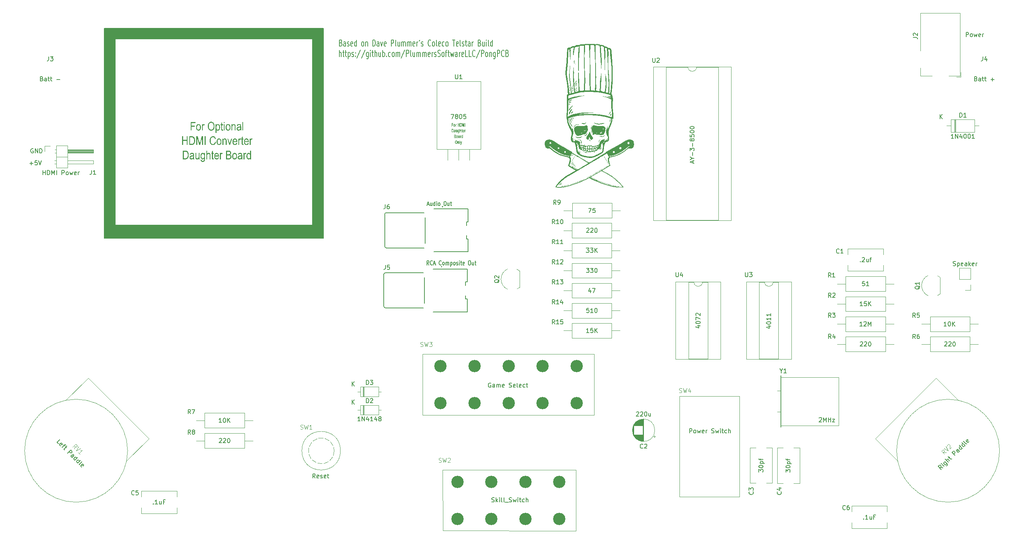
<source format=gbr>
%TF.GenerationSoftware,KiCad,Pcbnew,7.0.10*%
%TF.CreationDate,2024-02-29T16:26:42-05:00*%
%TF.ProjectId,Telstar Alpha,54656c73-7461-4722-9041-6c7068612e6b,0.1*%
%TF.SameCoordinates,Original*%
%TF.FileFunction,Legend,Top*%
%TF.FilePolarity,Positive*%
%FSLAX46Y46*%
G04 Gerber Fmt 4.6, Leading zero omitted, Abs format (unit mm)*
G04 Created by KiCad (PCBNEW 7.0.10) date 2024-02-29 16:26:42*
%MOMM*%
%LPD*%
G01*
G04 APERTURE LIST*
%ADD10C,0.100000*%
%ADD11C,0.150000*%
%ADD12C,0.250000*%
%ADD13C,0.120000*%
%ADD14C,0.127000*%
%ADD15C,0.200000*%
%ADD16C,2.865000*%
G04 APERTURE END LIST*
D10*
G36*
X119897975Y-42932000D02*
G01*
X119897975Y-42131665D01*
X120265817Y-42131665D01*
X120265817Y-42269222D01*
X120005930Y-42269222D01*
X120005930Y-42456801D01*
X120230573Y-42456801D01*
X120230573Y-42594358D01*
X120005930Y-42594358D01*
X120005930Y-42932000D01*
X119897975Y-42932000D01*
G37*
G36*
X120540449Y-42332103D02*
G01*
X120551705Y-42333168D01*
X120562646Y-42334943D01*
X120573271Y-42337427D01*
X120583582Y-42340621D01*
X120593577Y-42344525D01*
X120603258Y-42349139D01*
X120612623Y-42354463D01*
X120621674Y-42360496D01*
X120630409Y-42367240D01*
X120638830Y-42374693D01*
X120646935Y-42382856D01*
X120654725Y-42391729D01*
X120662201Y-42401312D01*
X120669361Y-42411604D01*
X120676206Y-42422607D01*
X120682704Y-42434060D01*
X120688783Y-42445755D01*
X120694442Y-42457691D01*
X120699682Y-42469868D01*
X120704503Y-42482286D01*
X120708905Y-42494945D01*
X120712888Y-42507846D01*
X120716451Y-42520988D01*
X120719595Y-42534371D01*
X120722320Y-42547995D01*
X120724626Y-42561860D01*
X120726512Y-42575967D01*
X120727980Y-42590314D01*
X120729028Y-42604903D01*
X120729657Y-42619733D01*
X120729866Y-42634805D01*
X120729757Y-42646045D01*
X120729430Y-42657147D01*
X120728884Y-42668112D01*
X120728120Y-42678939D01*
X120727137Y-42689630D01*
X120725937Y-42700183D01*
X120724518Y-42710598D01*
X120722881Y-42720876D01*
X120721025Y-42731017D01*
X120718952Y-42741020D01*
X120716659Y-42750886D01*
X120714149Y-42760614D01*
X120711420Y-42770205D01*
X120708474Y-42779659D01*
X120705308Y-42788975D01*
X120701925Y-42798154D01*
X120698364Y-42807123D01*
X120694667Y-42815810D01*
X120690833Y-42824214D01*
X120686863Y-42832336D01*
X120682756Y-42840176D01*
X120678513Y-42847733D01*
X120674133Y-42855007D01*
X120669618Y-42862000D01*
X120664965Y-42868709D01*
X120660176Y-42875137D01*
X120655251Y-42881282D01*
X120650190Y-42887144D01*
X120644991Y-42892724D01*
X120639657Y-42898022D01*
X120634186Y-42903038D01*
X120628579Y-42907771D01*
X120622889Y-42912219D01*
X120617131Y-42916380D01*
X120611304Y-42920254D01*
X120605410Y-42923842D01*
X120599447Y-42927142D01*
X120593416Y-42930155D01*
X120587317Y-42932882D01*
X120581150Y-42935321D01*
X120574914Y-42937474D01*
X120568610Y-42939339D01*
X120562238Y-42940917D01*
X120555798Y-42942209D01*
X120549290Y-42943213D01*
X120542713Y-42943931D01*
X120536068Y-42944361D01*
X120529355Y-42944505D01*
X120518635Y-42944186D01*
X120508146Y-42943229D01*
X120497887Y-42941633D01*
X120487860Y-42939400D01*
X120478063Y-42936529D01*
X120468496Y-42933019D01*
X120459160Y-42928872D01*
X120450055Y-42924086D01*
X120441181Y-42918662D01*
X120432537Y-42912601D01*
X120424125Y-42905901D01*
X120415942Y-42898563D01*
X120407991Y-42890587D01*
X120400270Y-42881972D01*
X120392780Y-42872720D01*
X120385520Y-42862830D01*
X120378599Y-42852349D01*
X120372125Y-42841324D01*
X120366097Y-42829756D01*
X120360516Y-42817645D01*
X120355381Y-42804990D01*
X120350693Y-42791792D01*
X120346451Y-42778050D01*
X120342656Y-42763765D01*
X120339307Y-42748936D01*
X120337800Y-42741318D01*
X120336405Y-42733564D01*
X120335121Y-42725675D01*
X120333949Y-42717649D01*
X120332888Y-42709487D01*
X120331940Y-42701190D01*
X120331102Y-42692757D01*
X120330377Y-42684188D01*
X120329763Y-42675483D01*
X120329261Y-42666642D01*
X120328870Y-42657665D01*
X120328591Y-42648553D01*
X120328423Y-42639304D01*
X120328416Y-42638127D01*
X120433783Y-42638127D01*
X120433893Y-42649143D01*
X120434222Y-42659818D01*
X120434771Y-42670154D01*
X120435539Y-42680148D01*
X120436527Y-42689803D01*
X120437734Y-42699117D01*
X120439161Y-42708091D01*
X120440808Y-42716724D01*
X120442674Y-42725017D01*
X120444759Y-42732969D01*
X120447064Y-42740581D01*
X120449589Y-42747853D01*
X120453788Y-42758122D01*
X120458480Y-42767625D01*
X120461883Y-42773535D01*
X120467255Y-42781741D01*
X120472833Y-42789140D01*
X120478618Y-42795731D01*
X120484610Y-42801516D01*
X120490808Y-42806493D01*
X120497213Y-42810663D01*
X120503824Y-42814027D01*
X120510641Y-42816583D01*
X120517665Y-42818331D01*
X120524896Y-42819273D01*
X120529831Y-42819452D01*
X120536997Y-42819047D01*
X120543967Y-42817831D01*
X120550742Y-42815805D01*
X120557321Y-42812968D01*
X120563705Y-42809320D01*
X120569894Y-42804862D01*
X120575887Y-42799593D01*
X120581686Y-42793514D01*
X120587288Y-42786624D01*
X120592696Y-42778923D01*
X120596192Y-42773339D01*
X120601157Y-42764272D01*
X120605634Y-42754435D01*
X120609622Y-42743829D01*
X120612010Y-42736330D01*
X120614180Y-42728490D01*
X120616134Y-42720308D01*
X120617870Y-42711784D01*
X120619389Y-42702918D01*
X120620692Y-42693710D01*
X120621777Y-42684160D01*
X120622645Y-42674268D01*
X120623296Y-42664035D01*
X120623730Y-42653459D01*
X120623948Y-42642541D01*
X120623975Y-42636954D01*
X120623865Y-42626150D01*
X120623536Y-42615671D01*
X120622987Y-42605518D01*
X120622218Y-42595689D01*
X120621230Y-42586186D01*
X120620023Y-42577008D01*
X120618596Y-42568155D01*
X120616950Y-42559627D01*
X120615084Y-42551424D01*
X120612998Y-42543547D01*
X120610693Y-42535994D01*
X120608168Y-42528767D01*
X120603970Y-42518535D01*
X120599277Y-42509036D01*
X120595875Y-42503109D01*
X120590507Y-42494833D01*
X120584941Y-42487371D01*
X120579177Y-42480724D01*
X120573214Y-42474890D01*
X120567054Y-42469870D01*
X120560695Y-42465664D01*
X120554139Y-42462273D01*
X120547384Y-42459695D01*
X120540431Y-42457931D01*
X120533280Y-42456982D01*
X120528402Y-42456801D01*
X120521234Y-42457208D01*
X120514256Y-42458429D01*
X120507467Y-42460464D01*
X120500868Y-42463313D01*
X120494459Y-42466976D01*
X120488239Y-42471453D01*
X120482209Y-42476744D01*
X120476370Y-42482849D01*
X120470719Y-42489768D01*
X120465259Y-42497501D01*
X120461724Y-42503109D01*
X120456731Y-42512131D01*
X120452228Y-42521906D01*
X120448217Y-42532433D01*
X120445816Y-42539868D01*
X120443633Y-42547638D01*
X120441669Y-42555742D01*
X120439922Y-42564181D01*
X120438394Y-42572954D01*
X120437084Y-42582061D01*
X120435993Y-42591503D01*
X120435120Y-42601278D01*
X120434465Y-42611389D01*
X120434028Y-42621833D01*
X120433810Y-42632612D01*
X120433783Y-42638127D01*
X120328416Y-42638127D01*
X120328368Y-42629920D01*
X120328475Y-42619210D01*
X120328799Y-42608622D01*
X120329339Y-42598156D01*
X120330094Y-42587812D01*
X120331065Y-42577591D01*
X120332252Y-42567491D01*
X120333655Y-42557514D01*
X120335273Y-42547659D01*
X120337108Y-42537926D01*
X120339158Y-42528315D01*
X120341424Y-42518826D01*
X120343906Y-42509459D01*
X120346604Y-42500215D01*
X120349517Y-42491092D01*
X120352646Y-42482092D01*
X120355991Y-42473214D01*
X120359530Y-42464510D01*
X120363200Y-42456083D01*
X120367001Y-42447932D01*
X120370934Y-42440058D01*
X120374999Y-42432460D01*
X120379195Y-42425138D01*
X120383522Y-42418092D01*
X120387981Y-42411323D01*
X120392571Y-42404830D01*
X120397293Y-42398613D01*
X120402147Y-42392672D01*
X120407131Y-42387008D01*
X120412247Y-42381620D01*
X120417495Y-42376509D01*
X120422874Y-42371674D01*
X120428385Y-42367115D01*
X120434005Y-42362832D01*
X120439714Y-42358826D01*
X120445510Y-42355096D01*
X120451395Y-42351642D01*
X120457368Y-42348464D01*
X120463428Y-42345563D01*
X120469577Y-42342938D01*
X120475814Y-42340590D01*
X120482139Y-42338518D01*
X120488552Y-42336722D01*
X120495053Y-42335202D01*
X120501642Y-42333959D01*
X120508319Y-42332992D01*
X120515084Y-42332301D01*
X120521937Y-42331886D01*
X120528879Y-42331748D01*
X120540449Y-42332103D01*
G37*
G36*
X120907199Y-42932000D02*
G01*
X120804006Y-42932000D01*
X120804006Y-42344254D01*
X120899578Y-42344254D01*
X120899578Y-42427296D01*
X120902634Y-42420173D01*
X120907140Y-42410068D01*
X120911555Y-42400661D01*
X120915877Y-42391952D01*
X120920107Y-42383939D01*
X120924245Y-42376624D01*
X120928291Y-42370006D01*
X120933543Y-42362266D01*
X120938630Y-42355767D01*
X120943554Y-42350506D01*
X120949754Y-42345102D01*
X120956249Y-42340614D01*
X120963038Y-42337042D01*
X120970121Y-42334386D01*
X120977500Y-42332646D01*
X120985172Y-42331822D01*
X120988324Y-42331748D01*
X120994933Y-42332004D01*
X121001483Y-42332772D01*
X121007974Y-42334051D01*
X121014407Y-42335842D01*
X121020782Y-42338145D01*
X121027097Y-42340960D01*
X121033355Y-42344287D01*
X121039553Y-42348125D01*
X121045693Y-42352475D01*
X121051774Y-42357337D01*
X121055796Y-42360862D01*
X121023727Y-42494707D01*
X121017416Y-42488754D01*
X121011185Y-42483594D01*
X121005033Y-42479228D01*
X120998961Y-42475656D01*
X120992968Y-42472878D01*
X120985588Y-42470521D01*
X120978332Y-42469405D01*
X120975465Y-42469306D01*
X120968891Y-42469788D01*
X120962565Y-42471233D01*
X120956488Y-42473642D01*
X120950659Y-42477015D01*
X120945077Y-42481351D01*
X120939744Y-42486651D01*
X120937680Y-42489041D01*
X120932841Y-42495985D01*
X120929287Y-42502661D01*
X120926017Y-42510332D01*
X120923029Y-42518998D01*
X120920324Y-42528659D01*
X120918480Y-42536558D01*
X120916796Y-42545017D01*
X120915271Y-42554036D01*
X120914343Y-42560360D01*
X120913066Y-42570792D01*
X120912285Y-42578593D01*
X120911559Y-42587070D01*
X120910889Y-42596223D01*
X120910275Y-42606052D01*
X120909717Y-42616557D01*
X120909215Y-42627739D01*
X120908768Y-42639597D01*
X120908378Y-42652131D01*
X120908043Y-42665342D01*
X120907764Y-42679229D01*
X120907541Y-42693792D01*
X120907373Y-42709031D01*
X120907310Y-42716904D01*
X120907261Y-42724946D01*
X120907227Y-42733158D01*
X120907206Y-42741538D01*
X120907199Y-42750087D01*
X120907199Y-42932000D01*
G37*
G36*
X121306633Y-42932000D02*
G01*
X121306633Y-42131665D01*
X121414747Y-42131665D01*
X121414747Y-42444295D01*
X121627165Y-42444295D01*
X121627165Y-42131665D01*
X121735756Y-42131665D01*
X121735756Y-42932000D01*
X121627165Y-42932000D01*
X121627165Y-42581853D01*
X121414747Y-42581853D01*
X121414747Y-42932000D01*
X121306633Y-42932000D01*
G37*
G36*
X122051223Y-42131745D02*
G01*
X122060158Y-42131985D01*
X122068805Y-42132386D01*
X122077165Y-42132947D01*
X122085236Y-42133668D01*
X122093021Y-42134550D01*
X122100517Y-42135592D01*
X122107726Y-42136794D01*
X122114646Y-42138156D01*
X122121279Y-42139679D01*
X122127625Y-42141362D01*
X122136603Y-42144187D01*
X122144934Y-42147372D01*
X122152618Y-42150919D01*
X122155035Y-42152181D01*
X122162155Y-42156275D01*
X122169165Y-42160864D01*
X122176067Y-42165947D01*
X122182860Y-42171525D01*
X122189544Y-42177597D01*
X122196120Y-42184165D01*
X122202586Y-42191226D01*
X122208944Y-42198782D01*
X122215192Y-42206833D01*
X122221332Y-42215379D01*
X122225365Y-42221351D01*
X122229339Y-42227521D01*
X122233204Y-42233920D01*
X122236959Y-42240546D01*
X122240606Y-42247399D01*
X122244143Y-42254480D01*
X122247571Y-42261788D01*
X122250890Y-42269324D01*
X122254100Y-42277087D01*
X122257201Y-42285077D01*
X122260193Y-42293295D01*
X122263075Y-42301741D01*
X122265848Y-42310414D01*
X122268512Y-42319314D01*
X122271067Y-42328442D01*
X122273513Y-42337797D01*
X122275850Y-42347380D01*
X122278080Y-42357200D01*
X122280166Y-42367316D01*
X122282109Y-42377729D01*
X122283907Y-42388437D01*
X122285562Y-42399442D01*
X122287072Y-42410743D01*
X122288439Y-42422339D01*
X122289662Y-42434233D01*
X122290741Y-42446422D01*
X122291676Y-42458907D01*
X122292468Y-42471689D01*
X122293115Y-42484766D01*
X122293619Y-42498140D01*
X122293978Y-42511810D01*
X122294194Y-42525776D01*
X122294266Y-42540039D01*
X122294191Y-42552903D01*
X122293966Y-42565556D01*
X122293591Y-42577998D01*
X122293065Y-42590230D01*
X122292390Y-42602252D01*
X122291565Y-42614062D01*
X122290589Y-42625662D01*
X122289464Y-42637052D01*
X122288188Y-42648231D01*
X122286762Y-42659199D01*
X122285186Y-42669956D01*
X122283461Y-42680503D01*
X122281585Y-42690839D01*
X122279559Y-42700964D01*
X122277382Y-42710879D01*
X122275056Y-42720583D01*
X122272615Y-42730033D01*
X122270093Y-42739234D01*
X122267490Y-42748186D01*
X122264806Y-42756890D01*
X122262042Y-42765344D01*
X122259198Y-42773550D01*
X122256273Y-42781507D01*
X122253267Y-42789215D01*
X122250180Y-42796674D01*
X122247013Y-42803885D01*
X122243765Y-42810847D01*
X122240437Y-42817560D01*
X122235293Y-42827162D01*
X122229968Y-42836205D01*
X122226318Y-42841923D01*
X122220702Y-42850118D01*
X122214868Y-42857926D01*
X122208817Y-42865345D01*
X122202549Y-42872377D01*
X122196062Y-42879020D01*
X122189358Y-42885275D01*
X122182436Y-42891142D01*
X122175297Y-42896621D01*
X122167940Y-42901712D01*
X122160365Y-42906414D01*
X122155194Y-42909334D01*
X122147156Y-42913384D01*
X122138699Y-42917037D01*
X122129824Y-42920290D01*
X122120530Y-42923146D01*
X122114102Y-42924828D01*
X122107487Y-42926333D01*
X122100687Y-42927661D01*
X122093700Y-42928812D01*
X122086528Y-42929786D01*
X122079169Y-42930583D01*
X122071624Y-42931203D01*
X122063893Y-42931645D01*
X122055977Y-42931911D01*
X122047874Y-42932000D01*
X121844187Y-42932000D01*
X121844187Y-42269222D01*
X121952302Y-42269222D01*
X121952302Y-42794442D01*
X122033586Y-42794442D01*
X122040002Y-42794395D01*
X122049202Y-42794151D01*
X122057895Y-42793697D01*
X122066080Y-42793034D01*
X122073758Y-42792161D01*
X122080927Y-42791078D01*
X122087588Y-42789786D01*
X122095680Y-42787737D01*
X122102869Y-42785316D01*
X122109154Y-42782523D01*
X122116288Y-42778502D01*
X122123002Y-42773890D01*
X122129298Y-42768687D01*
X122135176Y-42762892D01*
X122140635Y-42756505D01*
X122145675Y-42749527D01*
X122147574Y-42746570D01*
X122151225Y-42740125D01*
X122154718Y-42732807D01*
X122158052Y-42724616D01*
X122161227Y-42715551D01*
X122163504Y-42708180D01*
X122165692Y-42700318D01*
X122167791Y-42691964D01*
X122169800Y-42683119D01*
X122171720Y-42673783D01*
X122172340Y-42670562D01*
X122174099Y-42660528D01*
X122175685Y-42649917D01*
X122177098Y-42638729D01*
X122177944Y-42630950D01*
X122178713Y-42622915D01*
X122179405Y-42614623D01*
X122180020Y-42606074D01*
X122180558Y-42597269D01*
X122181020Y-42588208D01*
X122181404Y-42578890D01*
X122181712Y-42569316D01*
X122181943Y-42559485D01*
X122182096Y-42549398D01*
X122182173Y-42539054D01*
X122182183Y-42533786D01*
X122182143Y-42522893D01*
X122182024Y-42512293D01*
X122181826Y-42501986D01*
X122181548Y-42491972D01*
X122181191Y-42482251D01*
X122180754Y-42472823D01*
X122180238Y-42463688D01*
X122179643Y-42454847D01*
X122178968Y-42446298D01*
X122178214Y-42438043D01*
X122177381Y-42430080D01*
X122175981Y-42418687D01*
X122174404Y-42407952D01*
X122172648Y-42397877D01*
X122172022Y-42394665D01*
X122170048Y-42385330D01*
X122167876Y-42376377D01*
X122165505Y-42367804D01*
X122162936Y-42359613D01*
X122160169Y-42351803D01*
X122157204Y-42344375D01*
X122154041Y-42337328D01*
X122150679Y-42330661D01*
X122145889Y-42322366D01*
X122140747Y-42314749D01*
X122135325Y-42307736D01*
X122129614Y-42301352D01*
X122123616Y-42295597D01*
X122117330Y-42290471D01*
X122110757Y-42285974D01*
X122103895Y-42282106D01*
X122096746Y-42278867D01*
X122089310Y-42276256D01*
X122082969Y-42274608D01*
X122075299Y-42273179D01*
X122068674Y-42272251D01*
X122061301Y-42271448D01*
X122053180Y-42270768D01*
X122044312Y-42270211D01*
X122034695Y-42269779D01*
X122027868Y-42269559D01*
X122020709Y-42269394D01*
X122013218Y-42269284D01*
X122005394Y-42269229D01*
X122001358Y-42269222D01*
X121952302Y-42269222D01*
X121844187Y-42269222D01*
X121844187Y-42131665D01*
X122042000Y-42131665D01*
X122051223Y-42131745D01*
G37*
G36*
X122381900Y-42932000D02*
G01*
X122381900Y-42131665D01*
X122543992Y-42131665D01*
X122641311Y-42690101D01*
X122737677Y-42131665D01*
X122900245Y-42131665D01*
X122900245Y-42932000D01*
X122799751Y-42932000D01*
X122799751Y-42289543D01*
X122693066Y-42932000D01*
X122588603Y-42932000D01*
X122482712Y-42289543D01*
X122482712Y-42932000D01*
X122381900Y-42932000D01*
G37*
G36*
X123001691Y-42932000D02*
G01*
X123001691Y-42131665D01*
X123109805Y-42131665D01*
X123109805Y-42932000D01*
X123001691Y-42932000D01*
G37*
G36*
X120123902Y-43475745D02*
G01*
X120132837Y-43475985D01*
X120141485Y-43476386D01*
X120149844Y-43476947D01*
X120157916Y-43477668D01*
X120165700Y-43478550D01*
X120173197Y-43479592D01*
X120180405Y-43480794D01*
X120187326Y-43482156D01*
X120193959Y-43483679D01*
X120200305Y-43485362D01*
X120209283Y-43488187D01*
X120217614Y-43491372D01*
X120225298Y-43494919D01*
X120227715Y-43496181D01*
X120234834Y-43500275D01*
X120241845Y-43504864D01*
X120248747Y-43509947D01*
X120255540Y-43515525D01*
X120262224Y-43521597D01*
X120268799Y-43528165D01*
X120275266Y-43535226D01*
X120281623Y-43542782D01*
X120287872Y-43550833D01*
X120294012Y-43559379D01*
X120298045Y-43565351D01*
X120302019Y-43571521D01*
X120305883Y-43577920D01*
X120309639Y-43584546D01*
X120313286Y-43591399D01*
X120316823Y-43598480D01*
X120320251Y-43605788D01*
X120323570Y-43613324D01*
X120326780Y-43621087D01*
X120329881Y-43629077D01*
X120332872Y-43637295D01*
X120335755Y-43645741D01*
X120338528Y-43654414D01*
X120341192Y-43663314D01*
X120343747Y-43672442D01*
X120346193Y-43681797D01*
X120348530Y-43691380D01*
X120350760Y-43701200D01*
X120352846Y-43711316D01*
X120354788Y-43721729D01*
X120356587Y-43732437D01*
X120358241Y-43743442D01*
X120359752Y-43754743D01*
X120361119Y-43766339D01*
X120362342Y-43778233D01*
X120363421Y-43790422D01*
X120364356Y-43802907D01*
X120365147Y-43815689D01*
X120365795Y-43828766D01*
X120366298Y-43842140D01*
X120366658Y-43855810D01*
X120366874Y-43869776D01*
X120366946Y-43884039D01*
X120366871Y-43896903D01*
X120366646Y-43909556D01*
X120366270Y-43921998D01*
X120365745Y-43934230D01*
X120365070Y-43946252D01*
X120364244Y-43958062D01*
X120363269Y-43969662D01*
X120362143Y-43981052D01*
X120360868Y-43992231D01*
X120359442Y-44003199D01*
X120357866Y-44013956D01*
X120356140Y-44024503D01*
X120354264Y-44034839D01*
X120352238Y-44044964D01*
X120350062Y-44054879D01*
X120347736Y-44064583D01*
X120345294Y-44074033D01*
X120342772Y-44083234D01*
X120340170Y-44092186D01*
X120337486Y-44100890D01*
X120334722Y-44109344D01*
X120331878Y-44117550D01*
X120328952Y-44125507D01*
X120325946Y-44133215D01*
X120322860Y-44140674D01*
X120319693Y-44147885D01*
X120316445Y-44154847D01*
X120313117Y-44161560D01*
X120307973Y-44171162D01*
X120302648Y-44180205D01*
X120298997Y-44185923D01*
X120293382Y-44194118D01*
X120287548Y-44201926D01*
X120281497Y-44209345D01*
X120275228Y-44216377D01*
X120268742Y-44223020D01*
X120262038Y-44229275D01*
X120255116Y-44235142D01*
X120247977Y-44240621D01*
X120240619Y-44245712D01*
X120233045Y-44250414D01*
X120227874Y-44253334D01*
X120219836Y-44257384D01*
X120211379Y-44261037D01*
X120202504Y-44264290D01*
X120193210Y-44267146D01*
X120186782Y-44268828D01*
X120180167Y-44270333D01*
X120173367Y-44271661D01*
X120166380Y-44272812D01*
X120159207Y-44273786D01*
X120151849Y-44274583D01*
X120144304Y-44275203D01*
X120136573Y-44275645D01*
X120128656Y-44275911D01*
X120120553Y-44276000D01*
X119916867Y-44276000D01*
X119916867Y-43613222D01*
X120024981Y-43613222D01*
X120024981Y-44138442D01*
X120106265Y-44138442D01*
X120112681Y-44138395D01*
X120121882Y-44138151D01*
X120130575Y-44137697D01*
X120138760Y-44137034D01*
X120146437Y-44136161D01*
X120153606Y-44135078D01*
X120160268Y-44133786D01*
X120168359Y-44131737D01*
X120175548Y-44129316D01*
X120181834Y-44126523D01*
X120188967Y-44122502D01*
X120195682Y-44117890D01*
X120201978Y-44112687D01*
X120207855Y-44106892D01*
X120213314Y-44100505D01*
X120218355Y-44093527D01*
X120220253Y-44090570D01*
X120223905Y-44084125D01*
X120227398Y-44076807D01*
X120230731Y-44068616D01*
X120233907Y-44059551D01*
X120236184Y-44052180D01*
X120238372Y-44044318D01*
X120240470Y-44035964D01*
X120242480Y-44027119D01*
X120244399Y-44017783D01*
X120245020Y-44014562D01*
X120246779Y-44004528D01*
X120248365Y-43993917D01*
X120249778Y-43982729D01*
X120250624Y-43974950D01*
X120251393Y-43966915D01*
X120252085Y-43958623D01*
X120252700Y-43950074D01*
X120253238Y-43941269D01*
X120253700Y-43932208D01*
X120254084Y-43922890D01*
X120254392Y-43913316D01*
X120254622Y-43903485D01*
X120254776Y-43893398D01*
X120254853Y-43883054D01*
X120254863Y-43877786D01*
X120254823Y-43866893D01*
X120254704Y-43856293D01*
X120254505Y-43845986D01*
X120254228Y-43835972D01*
X120253870Y-43826251D01*
X120253434Y-43816823D01*
X120252918Y-43807688D01*
X120252323Y-43798847D01*
X120251648Y-43790298D01*
X120250894Y-43782043D01*
X120250060Y-43774080D01*
X120248661Y-43762687D01*
X120247083Y-43751952D01*
X120245327Y-43741877D01*
X120244702Y-43738665D01*
X120242728Y-43729330D01*
X120240555Y-43720377D01*
X120238185Y-43711804D01*
X120235616Y-43703613D01*
X120232849Y-43695803D01*
X120229884Y-43688375D01*
X120226720Y-43681328D01*
X120223359Y-43674661D01*
X120218569Y-43666366D01*
X120213427Y-43658749D01*
X120208004Y-43651736D01*
X120202294Y-43645352D01*
X120196296Y-43639597D01*
X120190010Y-43634471D01*
X120183436Y-43629974D01*
X120176575Y-43626106D01*
X120169426Y-43622867D01*
X120161989Y-43620256D01*
X120155649Y-43618608D01*
X120147979Y-43617179D01*
X120141354Y-43616251D01*
X120133981Y-43615448D01*
X120125860Y-43614768D01*
X120116991Y-43614211D01*
X120107375Y-43613779D01*
X120100548Y-43613559D01*
X120093389Y-43613394D01*
X120085898Y-43613284D01*
X120078074Y-43613229D01*
X120074037Y-43613222D01*
X120024981Y-43613222D01*
X119916867Y-43613222D01*
X119916867Y-43475665D01*
X120114679Y-43475665D01*
X120123902Y-43475745D01*
G37*
G36*
X120615182Y-43675837D02*
G01*
X120622975Y-43676102D01*
X120630526Y-43676545D01*
X120637836Y-43677165D01*
X120644904Y-43677962D01*
X120651730Y-43678936D01*
X120658314Y-43680087D01*
X120664656Y-43681415D01*
X120673716Y-43683739D01*
X120682232Y-43686461D01*
X120690203Y-43689582D01*
X120697631Y-43693102D01*
X120704514Y-43697020D01*
X120706687Y-43698414D01*
X120712974Y-43702808D01*
X120718914Y-43707491D01*
X120724509Y-43712462D01*
X120729757Y-43717721D01*
X120734659Y-43723270D01*
X120739215Y-43729106D01*
X120743426Y-43735231D01*
X120747290Y-43741645D01*
X120750808Y-43748347D01*
X120753980Y-43755338D01*
X120755902Y-43760159D01*
X120758541Y-43768011D01*
X120760920Y-43776986D01*
X120763040Y-43787085D01*
X120764900Y-43798306D01*
X120765995Y-43806411D01*
X120766976Y-43815016D01*
X120767841Y-43824119D01*
X120768591Y-43833721D01*
X120769225Y-43843823D01*
X120769744Y-43854424D01*
X120770148Y-43865524D01*
X120770436Y-43877123D01*
X120770609Y-43889222D01*
X120770667Y-43901819D01*
X120769714Y-44083145D01*
X120769734Y-44092519D01*
X120769791Y-44101589D01*
X120769887Y-44110355D01*
X120770022Y-44118817D01*
X120770195Y-44126975D01*
X120770406Y-44134830D01*
X120770796Y-44146043D01*
X120771272Y-44156572D01*
X120771834Y-44166417D01*
X120772483Y-44175579D01*
X120773218Y-44184058D01*
X120774040Y-44191852D01*
X120774636Y-44196669D01*
X120776000Y-44206073D01*
X120777632Y-44215623D01*
X120779533Y-44225319D01*
X120781701Y-44235162D01*
X120784137Y-44245152D01*
X120786139Y-44252740D01*
X120788293Y-44260411D01*
X120790597Y-44268164D01*
X120793052Y-44276000D01*
X120691129Y-44276000D01*
X120677794Y-44212301D01*
X120672819Y-44219347D01*
X120667777Y-44226049D01*
X120662668Y-44232407D01*
X120657492Y-44238423D01*
X120652250Y-44244095D01*
X120646940Y-44249423D01*
X120641563Y-44254408D01*
X120636120Y-44259049D01*
X120630609Y-44263347D01*
X120625031Y-44267301D01*
X120621276Y-44269747D01*
X120613678Y-44274143D01*
X120605966Y-44277953D01*
X120598139Y-44281177D01*
X120590199Y-44283815D01*
X120582144Y-44285867D01*
X120573976Y-44287332D01*
X120565693Y-44288212D01*
X120557296Y-44288505D01*
X120550273Y-44288318D01*
X120543410Y-44287760D01*
X120536709Y-44286829D01*
X120530169Y-44285525D01*
X120523790Y-44283849D01*
X120517572Y-44281800D01*
X120511516Y-44279379D01*
X120502734Y-44275049D01*
X120494314Y-44269881D01*
X120486257Y-44263875D01*
X120478564Y-44257031D01*
X120473636Y-44252003D01*
X120468869Y-44246602D01*
X120464264Y-44240829D01*
X120459900Y-44234745D01*
X120455818Y-44228415D01*
X120452017Y-44221837D01*
X120448498Y-44215012D01*
X120445260Y-44207940D01*
X120442304Y-44200620D01*
X120439629Y-44193053D01*
X120437236Y-44185239D01*
X120435124Y-44177177D01*
X120433294Y-44168868D01*
X120431746Y-44160312D01*
X120430479Y-44151509D01*
X120429493Y-44142458D01*
X120428789Y-44133160D01*
X120428367Y-44123615D01*
X120428226Y-44113822D01*
X120428356Y-44104520D01*
X120428745Y-44095445D01*
X120429260Y-44088421D01*
X120531260Y-44088421D01*
X120531655Y-44098126D01*
X120532841Y-44107335D01*
X120534818Y-44116047D01*
X120537586Y-44124264D01*
X120541144Y-44131984D01*
X120545492Y-44139208D01*
X120547453Y-44141959D01*
X120552765Y-44148151D01*
X120558480Y-44153293D01*
X120564597Y-44157386D01*
X120571118Y-44160430D01*
X120578042Y-44162424D01*
X120585369Y-44163368D01*
X120588413Y-44163452D01*
X120595248Y-44163028D01*
X120602059Y-44161754D01*
X120608848Y-44159631D01*
X120615613Y-44156659D01*
X120622354Y-44152838D01*
X120629073Y-44148168D01*
X120631754Y-44146062D01*
X120638130Y-44140414D01*
X120643862Y-44134461D01*
X120648951Y-44128202D01*
X120653397Y-44121638D01*
X120657199Y-44114769D01*
X120660358Y-44107594D01*
X120661441Y-44104639D01*
X120663820Y-44096174D01*
X120665432Y-44088029D01*
X120666787Y-44078662D01*
X120667633Y-44070836D01*
X120668334Y-44062322D01*
X120668891Y-44053122D01*
X120669302Y-44043235D01*
X120669568Y-44032660D01*
X120669689Y-44021399D01*
X120669697Y-44017493D01*
X120669697Y-43988379D01*
X120663014Y-43991386D01*
X120656903Y-43993902D01*
X120650112Y-43996515D01*
X120642642Y-43999227D01*
X120634492Y-44002035D01*
X120627934Y-44004206D01*
X120620993Y-44006432D01*
X120613670Y-44008712D01*
X120608575Y-44010263D01*
X120599905Y-44013037D01*
X120591816Y-44015862D01*
X120584307Y-44018738D01*
X120577379Y-44021666D01*
X120571031Y-44024646D01*
X120563471Y-44028699D01*
X120556942Y-44032843D01*
X120551445Y-44037079D01*
X120546025Y-44042503D01*
X120541771Y-44048313D01*
X120537619Y-44055951D01*
X120534504Y-44064318D01*
X120532702Y-44071847D01*
X120531621Y-44079881D01*
X120531260Y-44088421D01*
X120429260Y-44088421D01*
X120429394Y-44086596D01*
X120430302Y-44077974D01*
X120431470Y-44069578D01*
X120432898Y-44061409D01*
X120434585Y-44053467D01*
X120436531Y-44045752D01*
X120438737Y-44038263D01*
X120441203Y-44031001D01*
X120442991Y-44026286D01*
X120446868Y-44017145D01*
X120451117Y-44008480D01*
X120455738Y-44000292D01*
X120460732Y-43992580D01*
X120466097Y-43985344D01*
X120471835Y-43978585D01*
X120477945Y-43972302D01*
X120484426Y-43966495D01*
X120491635Y-43961003D01*
X120497699Y-43956983D01*
X120504327Y-43953050D01*
X120511519Y-43949203D01*
X120519274Y-43945441D01*
X120527593Y-43941766D01*
X120536475Y-43938176D01*
X120542710Y-43935830D01*
X120549196Y-43933523D01*
X120555932Y-43931254D01*
X120562919Y-43929023D01*
X120570156Y-43926830D01*
X120578917Y-43924252D01*
X120587339Y-43921698D01*
X120595422Y-43919166D01*
X120603167Y-43916657D01*
X120610574Y-43914171D01*
X120617642Y-43911708D01*
X120624371Y-43909268D01*
X120630762Y-43906851D01*
X120636814Y-43904457D01*
X120645257Y-43900908D01*
X120652938Y-43897411D01*
X120659857Y-43893965D01*
X120666015Y-43890571D01*
X120669697Y-43888337D01*
X120669648Y-43880502D01*
X120669431Y-43870866D01*
X120669040Y-43862159D01*
X120668308Y-43852580D01*
X120667304Y-43844451D01*
X120665741Y-43836611D01*
X120664140Y-43831673D01*
X120660261Y-43824381D01*
X120655548Y-43818574D01*
X120649644Y-43813402D01*
X120643502Y-43809398D01*
X120637476Y-43806476D01*
X120630590Y-43804159D01*
X120624196Y-43802690D01*
X120617204Y-43801640D01*
X120609616Y-43801011D01*
X120603116Y-43800809D01*
X120601431Y-43800801D01*
X120594671Y-43801048D01*
X120588284Y-43801790D01*
X120580823Y-43803413D01*
X120573943Y-43805808D01*
X120567645Y-43808977D01*
X120561928Y-43812918D01*
X120557773Y-43816628D01*
X120553004Y-43822246D01*
X120548523Y-43829210D01*
X120544329Y-43837519D01*
X120541179Y-43845135D01*
X120538214Y-43853611D01*
X120535432Y-43862949D01*
X120533466Y-43870517D01*
X120532213Y-43875832D01*
X120438863Y-43850822D01*
X120441073Y-43839352D01*
X120443455Y-43828293D01*
X120446009Y-43817645D01*
X120448736Y-43807407D01*
X120451635Y-43797580D01*
X120454707Y-43788164D01*
X120457951Y-43779158D01*
X120461367Y-43770563D01*
X120464956Y-43762379D01*
X120468717Y-43754605D01*
X120472650Y-43747242D01*
X120476756Y-43740289D01*
X120481035Y-43733748D01*
X120485486Y-43727616D01*
X120490109Y-43721896D01*
X120494905Y-43716586D01*
X120499920Y-43711641D01*
X120505201Y-43707014D01*
X120510750Y-43702707D01*
X120516565Y-43698719D01*
X120522647Y-43695050D01*
X120528995Y-43691700D01*
X120535610Y-43688669D01*
X120542492Y-43685958D01*
X120549641Y-43683565D01*
X120557056Y-43681491D01*
X120564737Y-43679736D01*
X120572686Y-43678301D01*
X120580901Y-43677184D01*
X120589383Y-43676386D01*
X120598131Y-43675908D01*
X120607146Y-43675748D01*
X120615182Y-43675837D01*
G37*
G36*
X121125491Y-44276000D02*
G01*
X121125491Y-44181624D01*
X121121354Y-44190847D01*
X121116979Y-44199686D01*
X121112368Y-44208140D01*
X121107519Y-44216209D01*
X121102433Y-44223893D01*
X121097110Y-44231193D01*
X121091549Y-44238108D01*
X121085752Y-44244639D01*
X121079717Y-44250784D01*
X121073445Y-44256546D01*
X121069132Y-44260173D01*
X121062585Y-44265236D01*
X121055982Y-44269801D01*
X121049324Y-44273868D01*
X121042609Y-44277437D01*
X121035839Y-44280509D01*
X121029013Y-44283082D01*
X121022131Y-44285157D01*
X121015194Y-44286734D01*
X121008200Y-44287813D01*
X121001151Y-44288394D01*
X120996421Y-44288505D01*
X120989287Y-44288287D01*
X120982292Y-44287632D01*
X120975438Y-44286542D01*
X120968722Y-44285015D01*
X120962147Y-44283052D01*
X120955710Y-44280653D01*
X120949414Y-44277818D01*
X120943257Y-44274546D01*
X120937239Y-44270839D01*
X120931361Y-44266695D01*
X120927520Y-44263690D01*
X120921969Y-44258818D01*
X120916690Y-44253583D01*
X120911681Y-44247983D01*
X120906943Y-44242019D01*
X120902476Y-44235691D01*
X120898279Y-44229000D01*
X120894353Y-44221944D01*
X120890698Y-44214524D01*
X120887313Y-44206739D01*
X120884199Y-44198591D01*
X120882274Y-44192957D01*
X120879607Y-44183983D01*
X120877202Y-44174282D01*
X120875060Y-44163852D01*
X120873180Y-44152693D01*
X120872072Y-44144850D01*
X120871081Y-44136683D01*
X120870207Y-44128193D01*
X120869449Y-44119379D01*
X120868808Y-44110241D01*
X120868283Y-44100780D01*
X120867875Y-44090995D01*
X120867584Y-44080886D01*
X120867409Y-44070454D01*
X120867350Y-44059698D01*
X120867350Y-43688254D01*
X120970543Y-43688254D01*
X120970543Y-43954185D01*
X120970561Y-43968100D01*
X120970615Y-43981366D01*
X120970705Y-43993984D01*
X120970831Y-44005952D01*
X120970993Y-44017272D01*
X120971190Y-44027943D01*
X120971424Y-44037966D01*
X120971694Y-44047339D01*
X120972000Y-44056064D01*
X120972341Y-44064140D01*
X120972921Y-44075038D01*
X120973582Y-44084476D01*
X120974324Y-44092454D01*
X120975147Y-44098972D01*
X120976911Y-44108225D01*
X120979224Y-44116810D01*
X120982089Y-44124727D01*
X120985503Y-44131976D01*
X120989469Y-44138557D01*
X120993984Y-44144470D01*
X120995944Y-44146648D01*
X121001164Y-44151489D01*
X121006701Y-44155510D01*
X121012556Y-44158710D01*
X121018729Y-44161089D01*
X121025219Y-44162648D01*
X121032028Y-44163387D01*
X121034840Y-44163452D01*
X121041247Y-44163107D01*
X121049082Y-44161706D01*
X121056723Y-44159226D01*
X121062696Y-44156466D01*
X121068546Y-44153016D01*
X121074271Y-44148876D01*
X121079872Y-44144047D01*
X121082626Y-44141373D01*
X121087868Y-44135658D01*
X121092638Y-44129551D01*
X121096937Y-44123055D01*
X121100764Y-44116167D01*
X121104120Y-44108889D01*
X121107005Y-44101219D01*
X121109419Y-44093159D01*
X121111361Y-44084709D01*
X121112998Y-44074762D01*
X121114083Y-44065595D01*
X121115045Y-44054964D01*
X121115618Y-44047065D01*
X121116136Y-44038515D01*
X121116600Y-44029314D01*
X121117010Y-44019464D01*
X121117364Y-44008963D01*
X121117664Y-43997811D01*
X121117910Y-43986010D01*
X121118101Y-43973558D01*
X121118237Y-43960456D01*
X121118319Y-43946704D01*
X121118347Y-43932301D01*
X121118347Y-43688254D01*
X121221063Y-43688254D01*
X121221063Y-44276000D01*
X121125491Y-44276000D01*
G37*
G36*
X121473867Y-43675953D02*
G01*
X121480483Y-43676566D01*
X121486983Y-43677588D01*
X121493370Y-43679018D01*
X121499642Y-43680857D01*
X121505799Y-43683105D01*
X121511843Y-43685762D01*
X121517771Y-43688827D01*
X121523586Y-43692302D01*
X121529286Y-43696185D01*
X121533022Y-43699000D01*
X121538531Y-43703576D01*
X121543926Y-43708585D01*
X121549207Y-43714027D01*
X121554373Y-43719901D01*
X121559424Y-43726208D01*
X121564361Y-43732948D01*
X121569184Y-43740121D01*
X121573892Y-43747727D01*
X121578486Y-43755765D01*
X121582966Y-43764236D01*
X121585888Y-43770124D01*
X121585888Y-43688254D01*
X121682413Y-43688254D01*
X121682413Y-44215036D01*
X121682395Y-44222882D01*
X121682249Y-44238164D01*
X121681956Y-44252901D01*
X121681517Y-44267093D01*
X121680931Y-44280740D01*
X121680200Y-44293842D01*
X121679321Y-44306399D01*
X121678297Y-44318411D01*
X121677126Y-44329879D01*
X121675809Y-44340801D01*
X121674345Y-44351178D01*
X121672736Y-44361010D01*
X121670979Y-44370298D01*
X121669077Y-44379040D01*
X121667028Y-44387237D01*
X121664832Y-44394890D01*
X121663680Y-44398512D01*
X121659987Y-44408962D01*
X121655935Y-44418918D01*
X121651522Y-44428380D01*
X121646750Y-44437346D01*
X121641617Y-44445818D01*
X121636125Y-44453796D01*
X121630272Y-44461279D01*
X121624060Y-44468267D01*
X121617487Y-44474761D01*
X121610555Y-44480760D01*
X121605733Y-44484485D01*
X121598145Y-44489688D01*
X121590027Y-44494379D01*
X121581379Y-44498559D01*
X121575319Y-44501061D01*
X121569023Y-44503335D01*
X121562492Y-44505382D01*
X121555725Y-44507202D01*
X121548722Y-44508794D01*
X121541484Y-44510159D01*
X121534010Y-44511296D01*
X121526300Y-44512206D01*
X121518355Y-44512888D01*
X121510174Y-44513343D01*
X121501757Y-44513571D01*
X121497460Y-44513599D01*
X121489582Y-44513511D01*
X121481902Y-44513248D01*
X121474421Y-44512809D01*
X121467138Y-44512195D01*
X121460053Y-44511405D01*
X121453167Y-44510439D01*
X121446479Y-44509298D01*
X121439990Y-44507981D01*
X121433699Y-44506489D01*
X121424635Y-44503922D01*
X121416018Y-44500959D01*
X121407846Y-44497602D01*
X121400122Y-44493850D01*
X121395220Y-44491129D01*
X121388176Y-44486756D01*
X121381449Y-44481992D01*
X121375041Y-44476837D01*
X121368951Y-44471290D01*
X121363179Y-44465351D01*
X121357725Y-44459021D01*
X121352589Y-44452300D01*
X121347772Y-44445187D01*
X121343272Y-44437682D01*
X121339091Y-44429785D01*
X121336480Y-44424304D01*
X121332848Y-44415864D01*
X121329574Y-44407176D01*
X121326657Y-44398242D01*
X121324097Y-44389060D01*
X121321894Y-44379630D01*
X121320048Y-44369954D01*
X121318560Y-44360030D01*
X121317429Y-44349859D01*
X121316655Y-44339440D01*
X121316238Y-44328774D01*
X121316159Y-44321526D01*
X121316159Y-44301010D01*
X121434116Y-44326020D01*
X121434959Y-44334166D01*
X121436488Y-44343489D01*
X121438544Y-44351858D01*
X121441127Y-44359273D01*
X121444922Y-44366912D01*
X121449476Y-44373177D01*
X121450309Y-44374087D01*
X121455987Y-44379001D01*
X121462782Y-44382898D01*
X121469296Y-44385370D01*
X121476586Y-44387135D01*
X121482976Y-44388038D01*
X121489862Y-44388490D01*
X121493491Y-44388547D01*
X121501782Y-44388339D01*
X121509665Y-44387716D01*
X121517141Y-44386678D01*
X121524211Y-44385225D01*
X121530874Y-44383356D01*
X121537130Y-44381073D01*
X121544378Y-44377634D01*
X121548422Y-44375260D01*
X121554554Y-44370378D01*
X121560034Y-44364280D01*
X121564211Y-44358086D01*
X121567907Y-44351000D01*
X121571124Y-44343020D01*
X121573457Y-44335219D01*
X121575394Y-44325740D01*
X121576659Y-44316947D01*
X121577671Y-44307079D01*
X121578264Y-44298974D01*
X121578715Y-44290263D01*
X121579023Y-44280948D01*
X121579189Y-44271029D01*
X121579221Y-44264080D01*
X121579221Y-44181233D01*
X121574823Y-44189926D01*
X121570322Y-44198201D01*
X121565718Y-44206056D01*
X121561011Y-44213492D01*
X121556200Y-44220509D01*
X121551286Y-44227107D01*
X121546269Y-44233286D01*
X121541149Y-44239046D01*
X121535925Y-44244386D01*
X121530598Y-44249308D01*
X121526989Y-44252357D01*
X121521487Y-44256582D01*
X121515877Y-44260392D01*
X121508227Y-44264825D01*
X121500383Y-44268519D01*
X121492346Y-44271474D01*
X121484115Y-44273691D01*
X121477815Y-44274868D01*
X121471407Y-44275630D01*
X121464889Y-44275976D01*
X121462692Y-44276000D01*
X121454676Y-44275716D01*
X121446822Y-44274867D01*
X121439128Y-44273451D01*
X121431596Y-44271469D01*
X121424225Y-44268920D01*
X121417015Y-44265805D01*
X121409966Y-44262124D01*
X121403079Y-44257877D01*
X121396353Y-44253063D01*
X121389788Y-44247683D01*
X121383384Y-44241736D01*
X121377142Y-44235223D01*
X121371061Y-44228144D01*
X121365141Y-44220498D01*
X121359382Y-44212286D01*
X121353784Y-44203508D01*
X121347613Y-44192923D01*
X121341840Y-44181881D01*
X121336466Y-44170380D01*
X121331489Y-44158421D01*
X121326910Y-44146004D01*
X121322730Y-44133130D01*
X121318948Y-44119797D01*
X121315564Y-44106006D01*
X121312578Y-44091758D01*
X121309990Y-44077051D01*
X121307800Y-44061887D01*
X121306854Y-44054133D01*
X121306008Y-44046265D01*
X121305262Y-44038282D01*
X121304615Y-44030184D01*
X121304067Y-44021972D01*
X121303619Y-44013646D01*
X121303271Y-44005205D01*
X121303022Y-43996650D01*
X121302873Y-43987980D01*
X121302823Y-43979196D01*
X121302851Y-43973725D01*
X121408238Y-43973725D01*
X121408333Y-43985082D01*
X121408618Y-43996048D01*
X121409092Y-44006624D01*
X121409757Y-44016809D01*
X121410610Y-44026603D01*
X121411654Y-44036006D01*
X121412888Y-44045019D01*
X121414311Y-44053641D01*
X121415924Y-44061872D01*
X121417727Y-44069712D01*
X121419719Y-44077161D01*
X121423064Y-44087603D01*
X121426835Y-44097165D01*
X121431034Y-44105848D01*
X121432528Y-44108547D01*
X121437172Y-44116124D01*
X121441994Y-44122956D01*
X121446995Y-44129043D01*
X121452175Y-44134384D01*
X121457533Y-44138981D01*
X121463069Y-44142831D01*
X121470729Y-44146806D01*
X121478707Y-44149457D01*
X121487002Y-44150782D01*
X121491269Y-44150947D01*
X121498111Y-44150569D01*
X121504766Y-44149436D01*
X121511235Y-44147547D01*
X121517516Y-44144902D01*
X121523610Y-44141502D01*
X121529518Y-44137346D01*
X121535238Y-44132434D01*
X121540771Y-44126767D01*
X121546118Y-44120344D01*
X121551277Y-44113166D01*
X121554613Y-44107960D01*
X121559323Y-44099509D01*
X121563569Y-44090274D01*
X121567353Y-44080256D01*
X121570673Y-44069456D01*
X121572628Y-44061820D01*
X121574379Y-44053836D01*
X121575923Y-44045504D01*
X121577261Y-44036825D01*
X121578393Y-44027797D01*
X121579320Y-44018421D01*
X121580040Y-44008697D01*
X121580555Y-43998625D01*
X121580864Y-43988205D01*
X121580967Y-43977437D01*
X121580868Y-43966337D01*
X121580573Y-43955605D01*
X121580080Y-43945240D01*
X121579389Y-43935244D01*
X121578502Y-43925616D01*
X121577417Y-43916355D01*
X121576135Y-43907462D01*
X121574656Y-43898937D01*
X121572980Y-43890780D01*
X121571107Y-43882991D01*
X121569036Y-43875570D01*
X121565560Y-43865128D01*
X121561641Y-43855514D01*
X121557277Y-43846728D01*
X121555724Y-43843983D01*
X121550888Y-43836266D01*
X121545846Y-43829308D01*
X121540596Y-43823109D01*
X121535141Y-43817669D01*
X121529478Y-43812988D01*
X121523609Y-43809066D01*
X121517534Y-43805903D01*
X121511252Y-43803500D01*
X121504764Y-43801855D01*
X121498069Y-43800969D01*
X121493491Y-43800801D01*
X121486724Y-43801173D01*
X121480174Y-43802291D01*
X121473842Y-43804155D01*
X121467728Y-43806763D01*
X121461831Y-43810117D01*
X121456152Y-43814216D01*
X121450691Y-43819061D01*
X121445447Y-43824651D01*
X121440421Y-43830986D01*
X121435613Y-43838067D01*
X121432528Y-43843201D01*
X121428187Y-43851553D01*
X121424274Y-43860709D01*
X121420787Y-43870668D01*
X121417727Y-43881431D01*
X121415924Y-43889053D01*
X121414311Y-43897032D01*
X121412888Y-43905369D01*
X121411654Y-43914062D01*
X121410610Y-43923113D01*
X121409757Y-43932521D01*
X121409092Y-43942286D01*
X121408618Y-43952408D01*
X121408333Y-43962888D01*
X121408238Y-43973725D01*
X121302851Y-43973725D01*
X121302870Y-43969876D01*
X121303010Y-43960701D01*
X121303245Y-43951670D01*
X121303572Y-43942782D01*
X121303994Y-43934038D01*
X121304509Y-43925439D01*
X121305117Y-43916983D01*
X121305820Y-43908670D01*
X121306616Y-43900502D01*
X121307505Y-43892478D01*
X121308489Y-43884597D01*
X121309565Y-43876861D01*
X121312000Y-43861819D01*
X121314809Y-43847353D01*
X121317993Y-43833463D01*
X121321552Y-43820148D01*
X121325485Y-43807408D01*
X121329792Y-43795244D01*
X121334474Y-43783656D01*
X121339531Y-43772642D01*
X121344962Y-43762205D01*
X121350768Y-43752343D01*
X121356860Y-43743068D01*
X121363109Y-43734391D01*
X121369516Y-43726313D01*
X121376080Y-43718833D01*
X121382802Y-43711951D01*
X121389681Y-43705668D01*
X121396718Y-43699983D01*
X121403912Y-43694897D01*
X121411264Y-43690409D01*
X121418773Y-43686519D01*
X121426440Y-43683228D01*
X121434265Y-43680535D01*
X121442247Y-43678441D01*
X121450386Y-43676945D01*
X121458683Y-43676047D01*
X121467138Y-43675748D01*
X121473867Y-43675953D01*
G37*
G36*
X121884671Y-43475665D02*
G01*
X121884671Y-43763090D01*
X121889329Y-43755042D01*
X121894077Y-43747386D01*
X121898914Y-43740122D01*
X121903841Y-43733249D01*
X121908856Y-43726768D01*
X121913962Y-43720678D01*
X121919156Y-43714980D01*
X121924440Y-43709674D01*
X121929813Y-43704759D01*
X121935275Y-43700235D01*
X121938966Y-43697437D01*
X121944577Y-43693561D01*
X121950277Y-43690066D01*
X121958017Y-43686000D01*
X121965915Y-43682611D01*
X121973972Y-43679900D01*
X121982188Y-43677866D01*
X121990562Y-43676511D01*
X121996947Y-43675939D01*
X122003422Y-43675748D01*
X122012009Y-43676016D01*
X122020329Y-43676820D01*
X122028381Y-43678159D01*
X122036165Y-43680035D01*
X122043682Y-43682446D01*
X122050930Y-43685393D01*
X122057910Y-43688876D01*
X122064623Y-43692894D01*
X122071067Y-43697448D01*
X122077244Y-43702539D01*
X122081213Y-43706230D01*
X122086919Y-43712133D01*
X122092310Y-43718487D01*
X122097386Y-43725290D01*
X122102147Y-43732544D01*
X122106592Y-43740247D01*
X122110721Y-43748401D01*
X122114536Y-43757004D01*
X122118035Y-43766057D01*
X122121219Y-43775560D01*
X122124087Y-43785513D01*
X122125824Y-43792399D01*
X122127583Y-43800562D01*
X122129169Y-43809739D01*
X122130582Y-43819929D01*
X122131822Y-43831133D01*
X122132553Y-43839164D01*
X122133206Y-43847646D01*
X122133783Y-43856579D01*
X122134283Y-43865962D01*
X122134706Y-43875795D01*
X122135052Y-43886078D01*
X122135321Y-43896812D01*
X122135513Y-43907996D01*
X122135628Y-43919630D01*
X122135667Y-43931715D01*
X122135667Y-44276000D01*
X122032951Y-44276000D01*
X122032951Y-43970012D01*
X122032907Y-43957012D01*
X122032777Y-43944635D01*
X122032560Y-43932881D01*
X122032256Y-43921750D01*
X122031865Y-43911241D01*
X122031388Y-43901355D01*
X122030823Y-43892092D01*
X122030172Y-43883452D01*
X122029434Y-43875435D01*
X122028165Y-43864577D01*
X122026699Y-43855120D01*
X122025039Y-43847065D01*
X122022521Y-43838504D01*
X122021838Y-43836753D01*
X122017568Y-43828327D01*
X122012620Y-43821024D01*
X122006991Y-43814845D01*
X122000683Y-43809789D01*
X121993695Y-43805856D01*
X121986028Y-43803048D01*
X121977681Y-43801362D01*
X121970974Y-43800836D01*
X121968654Y-43800801D01*
X121961365Y-43801144D01*
X121954384Y-43802174D01*
X121947710Y-43803892D01*
X121941342Y-43806296D01*
X121935282Y-43809387D01*
X121929529Y-43813165D01*
X121924082Y-43817630D01*
X121918943Y-43822782D01*
X121914110Y-43828621D01*
X121909585Y-43835147D01*
X121906738Y-43839879D01*
X121902794Y-43847769D01*
X121899239Y-43856858D01*
X121896071Y-43867146D01*
X121894174Y-43874670D01*
X121892450Y-43882727D01*
X121890899Y-43891316D01*
X121889520Y-43900439D01*
X121888313Y-43910094D01*
X121887278Y-43920282D01*
X121886416Y-43931003D01*
X121885727Y-43942256D01*
X121885209Y-43954043D01*
X121884865Y-43966362D01*
X121884692Y-43979213D01*
X121884671Y-43985839D01*
X121884671Y-44276000D01*
X121781637Y-44276000D01*
X121781637Y-43475665D01*
X121884671Y-43475665D01*
G37*
G36*
X122415716Y-43688254D02*
G01*
X122415716Y-43813306D01*
X122345545Y-43813306D01*
X122345545Y-44051491D01*
X122345557Y-44060909D01*
X122345594Y-44069819D01*
X122345656Y-44078220D01*
X122345743Y-44086113D01*
X122345920Y-44096999D01*
X122346153Y-44106741D01*
X122346441Y-44115340D01*
X122346912Y-44125026D01*
X122347641Y-44134274D01*
X122348720Y-44141177D01*
X122351499Y-44148747D01*
X122355899Y-44155600D01*
X122361545Y-44160320D01*
X122368436Y-44162909D01*
X122374121Y-44163452D01*
X122380972Y-44162742D01*
X122387800Y-44161002D01*
X122394164Y-44158754D01*
X122401140Y-44155781D01*
X122407161Y-44152880D01*
X122413575Y-44149516D01*
X122415239Y-44148602D01*
X122424130Y-44265253D01*
X122417350Y-44269408D01*
X122410405Y-44273155D01*
X122403296Y-44276493D01*
X122396022Y-44279422D01*
X122388584Y-44281942D01*
X122380981Y-44284054D01*
X122373213Y-44285757D01*
X122365280Y-44287051D01*
X122357183Y-44287937D01*
X122348921Y-44288414D01*
X122343322Y-44288505D01*
X122336078Y-44288302D01*
X122329110Y-44287694D01*
X122322419Y-44286681D01*
X122316003Y-44285262D01*
X122307879Y-44282741D01*
X122300247Y-44279498D01*
X122293105Y-44275535D01*
X122286455Y-44270852D01*
X122280295Y-44265448D01*
X122274625Y-44259318D01*
X122269440Y-44252552D01*
X122264742Y-44245152D01*
X122260530Y-44237116D01*
X122256804Y-44228445D01*
X122253564Y-44219140D01*
X122251454Y-44211744D01*
X122249617Y-44203991D01*
X122248544Y-44198623D01*
X122247093Y-44189580D01*
X122246131Y-44181444D01*
X122245279Y-44172146D01*
X122244535Y-44161687D01*
X122243900Y-44150068D01*
X122243537Y-44141677D01*
X122243223Y-44132769D01*
X122242957Y-44123346D01*
X122242739Y-44113407D01*
X122242570Y-44102952D01*
X122242449Y-44091981D01*
X122242376Y-44080494D01*
X122242352Y-44068491D01*
X122242352Y-43813306D01*
X122195042Y-43813306D01*
X122195042Y-43688254D01*
X122242352Y-43688254D01*
X122242352Y-43575706D01*
X122345545Y-43488170D01*
X122345545Y-43688254D01*
X122415716Y-43688254D01*
G37*
G36*
X122644781Y-43676045D02*
G01*
X122654795Y-43676936D01*
X122664526Y-43678420D01*
X122673975Y-43680499D01*
X122683141Y-43683171D01*
X122692024Y-43686437D01*
X122700624Y-43690297D01*
X122708941Y-43694750D01*
X122716976Y-43699798D01*
X122724728Y-43705439D01*
X122732197Y-43711674D01*
X122739383Y-43718503D01*
X122746287Y-43725926D01*
X122752907Y-43733942D01*
X122759245Y-43742553D01*
X122765301Y-43751757D01*
X122771895Y-43762948D01*
X122778063Y-43774786D01*
X122783806Y-43787269D01*
X122789124Y-43800398D01*
X122794016Y-43814172D01*
X122798483Y-43828592D01*
X122800557Y-43836045D01*
X122802525Y-43843658D01*
X122804386Y-43851433D01*
X122806141Y-43859370D01*
X122807789Y-43867468D01*
X122809332Y-43875727D01*
X122810767Y-43884148D01*
X122812097Y-43892731D01*
X122813320Y-43901474D01*
X122814437Y-43910379D01*
X122815447Y-43919446D01*
X122816351Y-43928674D01*
X122817149Y-43938063D01*
X122817840Y-43947614D01*
X122818425Y-43957327D01*
X122818904Y-43967200D01*
X122819276Y-43977235D01*
X122819542Y-43987432D01*
X122819701Y-43997790D01*
X122819754Y-44008309D01*
X122819278Y-44025895D01*
X122561773Y-44025895D01*
X122561983Y-44033985D01*
X122562376Y-44041844D01*
X122563306Y-44053197D01*
X122564647Y-44064027D01*
X122566398Y-44074336D01*
X122568560Y-44084122D01*
X122571131Y-44093387D01*
X122574113Y-44102129D01*
X122577505Y-44110349D01*
X122581308Y-44118048D01*
X122585520Y-44125224D01*
X122587015Y-44127500D01*
X122591659Y-44133925D01*
X122596481Y-44139718D01*
X122601482Y-44144879D01*
X122606662Y-44149408D01*
X122613846Y-44154464D01*
X122621347Y-44158397D01*
X122629166Y-44161205D01*
X122637302Y-44162891D01*
X122645756Y-44163452D01*
X122654753Y-44162793D01*
X122663170Y-44160815D01*
X122671006Y-44157517D01*
X122678262Y-44152901D01*
X122684937Y-44146966D01*
X122691032Y-44139712D01*
X122696546Y-44131139D01*
X122701480Y-44121247D01*
X122704447Y-44113920D01*
X122707155Y-44106006D01*
X122709606Y-44097507D01*
X122711799Y-44088421D01*
X122814039Y-44113431D01*
X122811390Y-44124366D01*
X122808562Y-44134943D01*
X122805556Y-44145163D01*
X122802370Y-44155026D01*
X122799007Y-44164532D01*
X122795465Y-44173680D01*
X122791744Y-44182471D01*
X122787844Y-44190905D01*
X122783766Y-44198982D01*
X122779509Y-44206702D01*
X122775074Y-44214064D01*
X122770460Y-44221069D01*
X122765668Y-44227717D01*
X122760697Y-44234008D01*
X122755547Y-44239942D01*
X122750219Y-44245518D01*
X122744728Y-44250723D01*
X122739091Y-44255593D01*
X122733307Y-44260127D01*
X122727377Y-44264325D01*
X122721301Y-44268187D01*
X122715078Y-44271713D01*
X122708710Y-44274903D01*
X122702194Y-44277758D01*
X122695533Y-44280277D01*
X122688725Y-44282460D01*
X122681770Y-44284307D01*
X122674670Y-44285818D01*
X122667423Y-44286993D01*
X122660029Y-44287833D01*
X122652489Y-44288337D01*
X122644803Y-44288505D01*
X122634181Y-44288227D01*
X122623867Y-44287393D01*
X122613860Y-44286004D01*
X122604161Y-44284060D01*
X122594770Y-44281559D01*
X122585686Y-44278503D01*
X122576910Y-44274891D01*
X122568441Y-44270724D01*
X122560280Y-44266001D01*
X122552426Y-44260722D01*
X122544880Y-44254888D01*
X122537642Y-44248498D01*
X122530711Y-44241552D01*
X122524088Y-44234051D01*
X122517772Y-44225994D01*
X122511764Y-44217381D01*
X122505055Y-44206767D01*
X122498778Y-44195634D01*
X122492935Y-44183985D01*
X122487524Y-44171818D01*
X122482546Y-44159133D01*
X122478001Y-44145931D01*
X122473889Y-44132211D01*
X122470209Y-44117974D01*
X122466963Y-44103220D01*
X122464149Y-44087948D01*
X122462905Y-44080118D01*
X122461769Y-44072158D01*
X122460740Y-44064069D01*
X122459821Y-44055851D01*
X122459009Y-44047504D01*
X122458306Y-44039027D01*
X122457710Y-44030420D01*
X122457223Y-44021685D01*
X122456845Y-44012820D01*
X122456574Y-44003825D01*
X122456412Y-43994701D01*
X122456358Y-43985448D01*
X122456412Y-43976322D01*
X122456575Y-43967310D01*
X122456848Y-43958413D01*
X122457228Y-43949630D01*
X122457718Y-43940962D01*
X122458317Y-43932408D01*
X122458866Y-43925853D01*
X122563519Y-43925853D01*
X122717514Y-43925853D01*
X122717091Y-43914439D01*
X122716296Y-43903571D01*
X122715130Y-43893249D01*
X122713593Y-43883474D01*
X122711684Y-43874244D01*
X122709405Y-43865561D01*
X122706754Y-43857424D01*
X122703732Y-43849832D01*
X122700339Y-43842787D01*
X122696575Y-43836288D01*
X122693859Y-43832259D01*
X122688132Y-43824886D01*
X122682141Y-43818496D01*
X122675888Y-43813089D01*
X122669371Y-43808665D01*
X122662592Y-43805224D01*
X122655549Y-43802767D01*
X122648244Y-43801292D01*
X122640676Y-43800801D01*
X122632701Y-43801310D01*
X122625048Y-43802840D01*
X122617718Y-43805389D01*
X122610710Y-43808958D01*
X122604025Y-43813547D01*
X122597662Y-43819155D01*
X122591622Y-43825784D01*
X122585904Y-43833431D01*
X122581823Y-43839888D01*
X122578152Y-43846801D01*
X122574891Y-43854172D01*
X122572040Y-43861999D01*
X122569600Y-43870283D01*
X122567569Y-43879023D01*
X122565950Y-43888221D01*
X122564740Y-43897875D01*
X122563940Y-43907986D01*
X122563551Y-43918554D01*
X122563519Y-43925853D01*
X122458866Y-43925853D01*
X122459024Y-43923968D01*
X122459840Y-43915644D01*
X122460766Y-43907433D01*
X122461800Y-43899337D01*
X122462942Y-43891356D01*
X122464194Y-43883489D01*
X122465554Y-43875737D01*
X122467024Y-43868099D01*
X122470289Y-43853166D01*
X122473989Y-43838692D01*
X122478125Y-43824675D01*
X122482696Y-43811117D01*
X122487703Y-43798016D01*
X122493144Y-43785374D01*
X122499021Y-43773189D01*
X122505334Y-43761462D01*
X122512082Y-43750193D01*
X122518123Y-43741179D01*
X122524378Y-43732745D01*
X122530848Y-43724894D01*
X122537533Y-43717624D01*
X122544432Y-43710935D01*
X122551545Y-43704828D01*
X122558874Y-43699303D01*
X122566417Y-43694360D01*
X122574174Y-43689998D01*
X122582146Y-43686217D01*
X122590333Y-43683018D01*
X122598734Y-43680401D01*
X122607349Y-43678365D01*
X122616180Y-43676911D01*
X122625225Y-43676039D01*
X122634484Y-43675748D01*
X122644781Y-43676045D01*
G37*
G36*
X122999627Y-44276000D02*
G01*
X122896435Y-44276000D01*
X122896435Y-43688254D01*
X122992007Y-43688254D01*
X122992007Y-43771296D01*
X122995062Y-43764173D01*
X122999569Y-43754068D01*
X123003983Y-43744661D01*
X123008305Y-43735952D01*
X123012535Y-43727939D01*
X123016674Y-43720624D01*
X123020720Y-43714006D01*
X123025971Y-43706266D01*
X123031059Y-43699767D01*
X123035983Y-43694506D01*
X123042183Y-43689102D01*
X123048677Y-43684614D01*
X123055466Y-43681042D01*
X123062550Y-43678386D01*
X123069928Y-43676646D01*
X123077601Y-43675822D01*
X123080752Y-43675748D01*
X123087361Y-43676004D01*
X123093911Y-43676772D01*
X123100403Y-43678051D01*
X123106836Y-43679842D01*
X123113210Y-43682145D01*
X123119526Y-43684960D01*
X123125783Y-43688287D01*
X123131982Y-43692125D01*
X123138121Y-43696475D01*
X123144203Y-43701337D01*
X123148224Y-43704862D01*
X123116155Y-43838707D01*
X123109845Y-43832754D01*
X123103614Y-43827594D01*
X123097462Y-43823228D01*
X123091389Y-43819656D01*
X123085396Y-43816878D01*
X123078016Y-43814521D01*
X123070761Y-43813405D01*
X123067893Y-43813306D01*
X123061319Y-43813788D01*
X123054994Y-43815233D01*
X123048916Y-43817642D01*
X123043087Y-43821015D01*
X123037506Y-43825351D01*
X123032172Y-43830651D01*
X123030109Y-43833041D01*
X123025269Y-43839985D01*
X123021716Y-43846661D01*
X123018445Y-43854332D01*
X123015457Y-43862998D01*
X123012752Y-43872659D01*
X123010909Y-43880558D01*
X123009225Y-43889017D01*
X123007700Y-43898036D01*
X123006771Y-43904360D01*
X123005494Y-43914792D01*
X123004713Y-43922593D01*
X123003988Y-43931070D01*
X123003318Y-43940223D01*
X123002704Y-43950052D01*
X123002146Y-43960557D01*
X123001643Y-43971739D01*
X123001197Y-43983597D01*
X123000806Y-43996131D01*
X123000471Y-44009342D01*
X123000192Y-44023229D01*
X122999969Y-44037792D01*
X122999802Y-44053031D01*
X122999739Y-44060904D01*
X122999690Y-44068946D01*
X122999655Y-44077158D01*
X122999634Y-44085538D01*
X122999627Y-44094087D01*
X122999627Y-44276000D01*
G37*
G36*
X120702395Y-44819741D02*
G01*
X120712777Y-44819970D01*
X120722751Y-44820351D01*
X120732316Y-44820886D01*
X120741474Y-44821573D01*
X120750224Y-44822412D01*
X120758565Y-44823405D01*
X120766499Y-44824549D01*
X120774024Y-44825847D01*
X120781142Y-44827297D01*
X120787851Y-44828900D01*
X120794152Y-44830655D01*
X120802839Y-44833575D01*
X120810608Y-44836838D01*
X120815277Y-44839204D01*
X120821876Y-44843094D01*
X120828276Y-44847509D01*
X120834478Y-44852450D01*
X120840482Y-44857916D01*
X120846288Y-44863908D01*
X120851896Y-44870425D01*
X120857306Y-44877468D01*
X120862518Y-44885036D01*
X120867531Y-44893130D01*
X120872346Y-44901749D01*
X120875446Y-44907787D01*
X120879844Y-44917100D01*
X120883809Y-44926646D01*
X120887342Y-44936426D01*
X120890442Y-44946439D01*
X120893109Y-44956686D01*
X120895344Y-44967166D01*
X120897146Y-44977880D01*
X120898516Y-44988827D01*
X120899453Y-45000008D01*
X120899958Y-45011423D01*
X120900054Y-45019162D01*
X120899870Y-45029800D01*
X120899317Y-45040246D01*
X120898396Y-45050500D01*
X120897107Y-45060561D01*
X120895449Y-45070430D01*
X120893423Y-45080107D01*
X120891029Y-45089591D01*
X120888266Y-45098883D01*
X120885135Y-45107983D01*
X120881635Y-45116890D01*
X120879098Y-45122721D01*
X120875058Y-45131156D01*
X120870798Y-45139169D01*
X120866318Y-45146759D01*
X120861617Y-45153926D01*
X120856696Y-45160671D01*
X120851554Y-45166994D01*
X120846192Y-45172894D01*
X120840609Y-45178372D01*
X120834806Y-45183427D01*
X120828782Y-45188060D01*
X120824644Y-45190914D01*
X120833421Y-45195097D01*
X120841833Y-45199805D01*
X120849878Y-45205039D01*
X120857559Y-45210798D01*
X120864874Y-45217083D01*
X120871823Y-45223893D01*
X120878407Y-45231229D01*
X120884625Y-45239091D01*
X120890477Y-45247477D01*
X120895964Y-45256390D01*
X120899419Y-45262623D01*
X120904242Y-45272306D01*
X120908591Y-45282377D01*
X120912465Y-45292836D01*
X120915865Y-45303684D01*
X120917868Y-45311131D01*
X120919660Y-45318750D01*
X120921242Y-45326542D01*
X120922612Y-45334507D01*
X120923772Y-45342644D01*
X120924721Y-45350954D01*
X120925459Y-45359436D01*
X120925986Y-45368090D01*
X120926302Y-45376918D01*
X120926408Y-45385917D01*
X120926273Y-45396826D01*
X120925869Y-45407523D01*
X120925197Y-45418008D01*
X120924255Y-45428281D01*
X120923043Y-45438342D01*
X120921563Y-45448190D01*
X120919814Y-45457826D01*
X120917795Y-45467250D01*
X120915507Y-45476462D01*
X120912950Y-45485461D01*
X120910124Y-45494249D01*
X120907029Y-45502824D01*
X120903665Y-45511187D01*
X120900032Y-45519338D01*
X120896129Y-45527277D01*
X120891957Y-45535003D01*
X120887622Y-45542417D01*
X120883188Y-45549468D01*
X120878657Y-45556156D01*
X120874028Y-45562480D01*
X120869300Y-45568441D01*
X120864475Y-45574039D01*
X120859551Y-45579274D01*
X120854530Y-45584145D01*
X120846814Y-45590770D01*
X120838878Y-45596578D01*
X120830721Y-45601569D01*
X120822344Y-45605742D01*
X120813747Y-45609097D01*
X120810832Y-45610034D01*
X120803944Y-45611815D01*
X120795543Y-45613421D01*
X120789102Y-45614394D01*
X120781989Y-45615289D01*
X120774204Y-45616107D01*
X120765746Y-45616846D01*
X120756616Y-45617508D01*
X120746814Y-45618092D01*
X120736340Y-45618598D01*
X120725193Y-45619026D01*
X120713374Y-45619377D01*
X120700883Y-45619649D01*
X120694386Y-45619756D01*
X120687720Y-45619844D01*
X120680886Y-45619912D01*
X120673885Y-45619961D01*
X120666715Y-45619990D01*
X120659377Y-45620000D01*
X120476805Y-45620000D01*
X120476805Y-45269853D01*
X120584920Y-45269853D01*
X120584920Y-45482442D01*
X120685413Y-45482442D01*
X120693484Y-45482409D01*
X120701185Y-45482311D01*
X120708516Y-45482147D01*
X120715478Y-45481917D01*
X120722070Y-45481621D01*
X120731265Y-45481055D01*
X120739629Y-45480341D01*
X120747161Y-45479480D01*
X120753861Y-45478471D01*
X120761502Y-45476895D01*
X120768973Y-45474557D01*
X120770190Y-45474040D01*
X120777003Y-45470319D01*
X120783392Y-45465458D01*
X120788392Y-45460536D01*
X120793097Y-45454822D01*
X120797508Y-45448316D01*
X120801624Y-45441018D01*
X120805283Y-45432944D01*
X120808322Y-45424230D01*
X120810306Y-45416799D01*
X120811894Y-45408959D01*
X120813084Y-45400710D01*
X120813878Y-45392051D01*
X120814275Y-45382984D01*
X120814325Y-45378297D01*
X120814111Y-45368744D01*
X120813471Y-45359624D01*
X120812405Y-45350939D01*
X120810911Y-45342686D01*
X120808991Y-45334867D01*
X120806645Y-45327482D01*
X120803111Y-45318860D01*
X120800671Y-45314012D01*
X120796234Y-45306522D01*
X120791354Y-45299804D01*
X120786032Y-45293859D01*
X120780269Y-45288687D01*
X120774063Y-45284288D01*
X120767416Y-45280661D01*
X120764633Y-45279427D01*
X120758261Y-45277183D01*
X120750415Y-45275239D01*
X120743563Y-45273976D01*
X120735883Y-45272882D01*
X120727374Y-45271957D01*
X120718036Y-45271199D01*
X120711350Y-45270788D01*
X120704296Y-45270451D01*
X120696873Y-45270190D01*
X120689082Y-45270003D01*
X120680923Y-45269890D01*
X120672395Y-45269853D01*
X120584920Y-45269853D01*
X120476805Y-45269853D01*
X120476805Y-44957222D01*
X120584920Y-44957222D01*
X120584920Y-45132295D01*
X120656361Y-45132295D01*
X120664206Y-45132285D01*
X120671668Y-45132256D01*
X120678747Y-45132206D01*
X120685443Y-45132137D01*
X120694768Y-45131995D01*
X120703231Y-45131809D01*
X120710831Y-45131578D01*
X120717569Y-45131303D01*
X120725212Y-45130867D01*
X120732609Y-45130209D01*
X120735898Y-45129755D01*
X120742616Y-45128177D01*
X120748956Y-45126079D01*
X120756351Y-45122728D01*
X120763157Y-45118565D01*
X120769374Y-45113592D01*
X120775002Y-45107807D01*
X120779080Y-45102595D01*
X120783608Y-45095370D01*
X120787369Y-45087372D01*
X120790362Y-45078601D01*
X120792203Y-45071028D01*
X120793554Y-45062961D01*
X120794414Y-45054399D01*
X120794782Y-45045342D01*
X120794797Y-45043000D01*
X120794599Y-45034797D01*
X120794004Y-45026990D01*
X120792701Y-45017790D01*
X120790779Y-45009210D01*
X120788236Y-45001250D01*
X120785073Y-44993910D01*
X120782097Y-44988485D01*
X120777996Y-44982338D01*
X120772727Y-44975982D01*
X120767079Y-44970738D01*
X120761051Y-44966607D01*
X120754644Y-44963589D01*
X120751298Y-44962498D01*
X120743991Y-44960978D01*
X120735768Y-44959948D01*
X120728213Y-44959283D01*
X120719470Y-44958711D01*
X120712981Y-44958381D01*
X120705963Y-44958093D01*
X120698417Y-44957846D01*
X120690343Y-44957639D01*
X120681740Y-44957475D01*
X120672609Y-44957351D01*
X120662950Y-44957268D01*
X120652762Y-44957227D01*
X120647470Y-44957222D01*
X120584920Y-44957222D01*
X120476805Y-44957222D01*
X120476805Y-44819665D01*
X120691605Y-44819665D01*
X120702395Y-44819741D01*
G37*
G36*
X121202786Y-45020103D02*
G01*
X121214042Y-45021168D01*
X121224983Y-45022943D01*
X121235608Y-45025427D01*
X121245919Y-45028621D01*
X121255915Y-45032525D01*
X121265595Y-45037139D01*
X121274961Y-45042463D01*
X121284011Y-45048496D01*
X121292746Y-45055240D01*
X121301167Y-45062693D01*
X121309272Y-45070856D01*
X121317062Y-45079729D01*
X121324538Y-45089312D01*
X121331698Y-45099604D01*
X121338543Y-45110607D01*
X121345041Y-45122060D01*
X121351120Y-45133755D01*
X121356779Y-45145691D01*
X121362019Y-45157868D01*
X121366840Y-45170286D01*
X121371242Y-45182945D01*
X121375225Y-45195846D01*
X121378788Y-45208988D01*
X121381932Y-45222371D01*
X121384657Y-45235995D01*
X121386963Y-45249860D01*
X121388849Y-45263967D01*
X121390317Y-45278314D01*
X121391365Y-45292903D01*
X121391994Y-45307733D01*
X121392203Y-45322805D01*
X121392094Y-45334045D01*
X121391767Y-45345147D01*
X121391221Y-45356112D01*
X121390457Y-45366939D01*
X121389475Y-45377630D01*
X121388274Y-45388183D01*
X121386855Y-45398598D01*
X121385218Y-45408876D01*
X121383362Y-45419017D01*
X121381289Y-45429020D01*
X121378997Y-45438886D01*
X121376486Y-45448614D01*
X121373758Y-45458205D01*
X121370811Y-45467659D01*
X121367645Y-45476975D01*
X121364262Y-45486154D01*
X121360701Y-45495123D01*
X121357004Y-45503810D01*
X121353170Y-45512214D01*
X121349200Y-45520336D01*
X121345093Y-45528176D01*
X121340850Y-45535733D01*
X121336471Y-45543007D01*
X121331955Y-45550000D01*
X121327302Y-45556709D01*
X121322513Y-45563137D01*
X121317588Y-45569282D01*
X121312527Y-45575144D01*
X121307329Y-45580724D01*
X121301994Y-45586022D01*
X121296523Y-45591038D01*
X121290916Y-45595771D01*
X121285226Y-45600219D01*
X121279468Y-45604380D01*
X121273641Y-45608254D01*
X121267747Y-45611842D01*
X121261784Y-45615142D01*
X121255753Y-45618155D01*
X121249654Y-45620882D01*
X121243487Y-45623321D01*
X121237251Y-45625474D01*
X121230947Y-45627339D01*
X121224575Y-45628917D01*
X121218135Y-45630209D01*
X121211627Y-45631213D01*
X121205050Y-45631931D01*
X121198405Y-45632361D01*
X121191692Y-45632505D01*
X121180972Y-45632186D01*
X121170483Y-45631229D01*
X121160225Y-45629633D01*
X121150197Y-45627400D01*
X121140400Y-45624529D01*
X121130833Y-45621019D01*
X121121498Y-45616872D01*
X121112392Y-45612086D01*
X121103518Y-45606662D01*
X121094875Y-45600601D01*
X121086462Y-45593901D01*
X121078279Y-45586563D01*
X121070328Y-45578587D01*
X121062607Y-45569972D01*
X121055117Y-45560720D01*
X121047857Y-45550830D01*
X121040937Y-45540349D01*
X121034462Y-45529324D01*
X121028434Y-45517756D01*
X121022853Y-45505645D01*
X121017718Y-45492990D01*
X121013030Y-45479792D01*
X121008788Y-45466050D01*
X121004993Y-45451765D01*
X121001644Y-45436936D01*
X121000137Y-45429318D01*
X120998742Y-45421564D01*
X120997458Y-45413675D01*
X120996286Y-45405649D01*
X120995225Y-45397487D01*
X120994277Y-45389190D01*
X120993439Y-45380757D01*
X120992714Y-45372188D01*
X120992100Y-45363483D01*
X120991598Y-45354642D01*
X120991207Y-45345665D01*
X120990928Y-45336553D01*
X120990760Y-45327304D01*
X120990753Y-45326127D01*
X121096120Y-45326127D01*
X121096230Y-45337143D01*
X121096559Y-45347818D01*
X121097108Y-45358154D01*
X121097876Y-45368148D01*
X121098864Y-45377803D01*
X121100071Y-45387117D01*
X121101498Y-45396091D01*
X121103145Y-45404724D01*
X121105011Y-45413017D01*
X121107096Y-45420969D01*
X121109402Y-45428581D01*
X121111926Y-45435853D01*
X121116125Y-45446122D01*
X121120817Y-45455625D01*
X121124220Y-45461535D01*
X121129592Y-45469741D01*
X121135171Y-45477140D01*
X121140956Y-45483731D01*
X121146947Y-45489516D01*
X121153145Y-45494493D01*
X121159550Y-45498663D01*
X121166161Y-45502027D01*
X121172978Y-45504583D01*
X121180003Y-45506331D01*
X121187233Y-45507273D01*
X121192168Y-45507452D01*
X121199334Y-45507047D01*
X121206304Y-45505831D01*
X121213079Y-45503805D01*
X121219658Y-45500968D01*
X121226042Y-45497320D01*
X121232231Y-45492862D01*
X121238225Y-45487593D01*
X121244023Y-45481514D01*
X121249625Y-45474624D01*
X121255033Y-45466923D01*
X121258529Y-45461339D01*
X121263494Y-45452272D01*
X121267971Y-45442435D01*
X121271959Y-45431829D01*
X121274347Y-45424330D01*
X121276517Y-45416490D01*
X121278471Y-45408308D01*
X121280207Y-45399784D01*
X121281727Y-45390918D01*
X121283029Y-45381710D01*
X121284114Y-45372160D01*
X121284982Y-45362268D01*
X121285633Y-45352035D01*
X121286068Y-45341459D01*
X121286285Y-45330541D01*
X121286312Y-45324954D01*
X121286202Y-45314150D01*
X121285873Y-45303671D01*
X121285324Y-45293518D01*
X121284555Y-45283689D01*
X121283568Y-45274186D01*
X121282360Y-45265008D01*
X121280933Y-45256155D01*
X121279287Y-45247627D01*
X121277421Y-45239424D01*
X121275335Y-45231547D01*
X121273030Y-45223994D01*
X121270505Y-45216767D01*
X121266307Y-45206535D01*
X121261614Y-45197036D01*
X121258212Y-45191109D01*
X121252844Y-45182833D01*
X121247278Y-45175371D01*
X121241514Y-45168724D01*
X121235551Y-45162890D01*
X121229391Y-45157870D01*
X121223032Y-45153664D01*
X121216476Y-45150273D01*
X121209721Y-45147695D01*
X121202768Y-45145931D01*
X121195617Y-45144982D01*
X121190739Y-45144801D01*
X121183571Y-45145208D01*
X121176593Y-45146429D01*
X121169804Y-45148464D01*
X121163205Y-45151313D01*
X121156796Y-45154976D01*
X121150576Y-45159453D01*
X121144547Y-45164744D01*
X121138707Y-45170849D01*
X121133056Y-45177768D01*
X121127596Y-45185501D01*
X121124061Y-45191109D01*
X121119068Y-45200131D01*
X121114565Y-45209906D01*
X121110554Y-45220433D01*
X121108153Y-45227868D01*
X121105970Y-45235638D01*
X121104006Y-45243742D01*
X121102259Y-45252181D01*
X121100731Y-45260954D01*
X121099421Y-45270061D01*
X121098330Y-45279503D01*
X121097457Y-45289278D01*
X121096802Y-45299389D01*
X121096365Y-45309833D01*
X121096147Y-45320612D01*
X121096120Y-45326127D01*
X120990753Y-45326127D01*
X120990705Y-45317920D01*
X120990813Y-45307210D01*
X120991136Y-45296622D01*
X120991676Y-45286156D01*
X120992431Y-45275812D01*
X120993402Y-45265591D01*
X120994589Y-45255491D01*
X120995992Y-45245514D01*
X120997611Y-45235659D01*
X120999445Y-45225926D01*
X121001495Y-45216315D01*
X121003761Y-45206826D01*
X121006243Y-45197459D01*
X121008941Y-45188215D01*
X121011854Y-45179092D01*
X121014983Y-45170092D01*
X121018328Y-45161214D01*
X121021867Y-45152510D01*
X121025537Y-45144083D01*
X121029339Y-45135932D01*
X121033272Y-45128058D01*
X121037336Y-45120460D01*
X121041532Y-45113138D01*
X121045859Y-45106092D01*
X121050318Y-45099323D01*
X121054909Y-45092830D01*
X121059630Y-45086613D01*
X121064484Y-45080672D01*
X121069468Y-45075008D01*
X121074585Y-45069620D01*
X121079832Y-45064509D01*
X121085211Y-45059674D01*
X121090722Y-45055115D01*
X121096342Y-45050832D01*
X121102051Y-45046826D01*
X121107847Y-45043096D01*
X121113732Y-45039642D01*
X121119705Y-45036464D01*
X121125765Y-45033563D01*
X121131914Y-45030938D01*
X121138151Y-45028590D01*
X121144476Y-45026518D01*
X121150889Y-45024722D01*
X121157390Y-45023202D01*
X121163979Y-45021959D01*
X121170656Y-45020992D01*
X121177421Y-45020301D01*
X121184274Y-45019886D01*
X121191216Y-45019748D01*
X121202786Y-45020103D01*
G37*
G36*
X121630596Y-45019837D02*
G01*
X121638390Y-45020102D01*
X121645941Y-45020545D01*
X121653251Y-45021165D01*
X121660319Y-45021962D01*
X121667145Y-45022936D01*
X121673729Y-45024087D01*
X121680071Y-45025415D01*
X121689131Y-45027739D01*
X121697646Y-45030461D01*
X121705618Y-45033582D01*
X121713045Y-45037102D01*
X121719929Y-45041020D01*
X121722102Y-45042414D01*
X121728388Y-45046808D01*
X121734329Y-45051491D01*
X121739923Y-45056462D01*
X121745172Y-45061721D01*
X121750074Y-45067270D01*
X121754630Y-45073106D01*
X121758840Y-45079231D01*
X121762704Y-45085645D01*
X121766222Y-45092347D01*
X121769394Y-45099338D01*
X121771317Y-45104159D01*
X121773956Y-45112011D01*
X121776335Y-45120986D01*
X121778454Y-45131085D01*
X121780314Y-45142306D01*
X121781410Y-45150411D01*
X121782390Y-45159016D01*
X121783255Y-45168119D01*
X121784005Y-45177721D01*
X121784640Y-45187823D01*
X121785159Y-45198424D01*
X121785562Y-45209524D01*
X121785851Y-45221123D01*
X121786024Y-45233222D01*
X121786081Y-45245819D01*
X121785129Y-45427145D01*
X121785148Y-45436519D01*
X121785206Y-45445589D01*
X121785302Y-45454355D01*
X121785436Y-45462817D01*
X121785610Y-45470975D01*
X121785821Y-45478830D01*
X121786210Y-45490043D01*
X121786686Y-45500572D01*
X121787248Y-45510417D01*
X121787897Y-45519579D01*
X121788633Y-45528058D01*
X121789454Y-45535852D01*
X121790050Y-45540669D01*
X121791415Y-45550073D01*
X121793047Y-45559623D01*
X121794947Y-45569319D01*
X121797115Y-45579162D01*
X121799551Y-45589152D01*
X121801554Y-45596740D01*
X121803707Y-45604411D01*
X121806011Y-45612164D01*
X121808466Y-45620000D01*
X121706544Y-45620000D01*
X121693208Y-45556301D01*
X121688233Y-45563347D01*
X121683191Y-45570049D01*
X121678083Y-45576407D01*
X121672907Y-45582423D01*
X121667664Y-45588095D01*
X121662354Y-45593423D01*
X121656978Y-45598408D01*
X121651534Y-45603049D01*
X121646024Y-45607347D01*
X121640446Y-45611301D01*
X121636690Y-45613747D01*
X121629092Y-45618143D01*
X121621380Y-45621953D01*
X121613554Y-45625177D01*
X121605613Y-45627815D01*
X121597559Y-45629867D01*
X121589390Y-45631332D01*
X121581108Y-45632212D01*
X121572711Y-45632505D01*
X121565687Y-45632318D01*
X121558825Y-45631760D01*
X121552123Y-45630829D01*
X121545583Y-45629525D01*
X121539204Y-45627849D01*
X121532987Y-45625800D01*
X121526930Y-45623379D01*
X121518148Y-45619049D01*
X121509729Y-45613881D01*
X121501672Y-45607875D01*
X121493978Y-45601031D01*
X121489050Y-45596003D01*
X121484284Y-45590602D01*
X121479679Y-45584829D01*
X121475315Y-45578745D01*
X121471232Y-45572415D01*
X121467431Y-45565837D01*
X121463912Y-45559012D01*
X121460674Y-45551940D01*
X121457718Y-45544620D01*
X121455043Y-45537053D01*
X121452650Y-45529239D01*
X121450539Y-45521177D01*
X121448709Y-45512868D01*
X121447160Y-45504312D01*
X121445893Y-45495509D01*
X121444908Y-45486458D01*
X121444204Y-45477160D01*
X121443782Y-45467615D01*
X121443641Y-45457822D01*
X121443771Y-45448520D01*
X121444160Y-45439445D01*
X121444675Y-45432421D01*
X121546675Y-45432421D01*
X121547070Y-45442126D01*
X121548256Y-45451335D01*
X121550233Y-45460047D01*
X121553000Y-45468264D01*
X121556558Y-45475984D01*
X121560907Y-45483208D01*
X121562868Y-45485959D01*
X121568179Y-45492151D01*
X121573894Y-45497293D01*
X121580012Y-45501386D01*
X121586533Y-45504430D01*
X121593457Y-45506424D01*
X121600784Y-45507368D01*
X121603827Y-45507452D01*
X121610662Y-45507028D01*
X121617474Y-45505754D01*
X121624262Y-45503631D01*
X121631027Y-45500659D01*
X121637769Y-45496838D01*
X121644487Y-45492168D01*
X121647168Y-45490062D01*
X121653544Y-45484414D01*
X121659277Y-45478461D01*
X121664366Y-45472202D01*
X121668811Y-45465638D01*
X121672614Y-45458769D01*
X121675773Y-45451594D01*
X121676856Y-45448639D01*
X121679234Y-45440174D01*
X121680847Y-45432029D01*
X121682201Y-45422662D01*
X121683048Y-45414836D01*
X121683749Y-45406322D01*
X121684305Y-45397122D01*
X121684716Y-45387235D01*
X121684982Y-45376660D01*
X121685103Y-45365399D01*
X121685111Y-45361493D01*
X121685111Y-45332379D01*
X121678429Y-45335386D01*
X121672318Y-45337902D01*
X121665527Y-45340515D01*
X121658057Y-45343227D01*
X121649907Y-45346035D01*
X121643348Y-45348206D01*
X121636407Y-45350432D01*
X121629084Y-45352712D01*
X121623990Y-45354263D01*
X121615320Y-45357037D01*
X121607231Y-45359862D01*
X121599722Y-45362738D01*
X121592794Y-45365666D01*
X121586446Y-45368646D01*
X121578885Y-45372699D01*
X121572356Y-45376843D01*
X121566859Y-45381079D01*
X121561439Y-45386503D01*
X121557186Y-45392313D01*
X121553033Y-45399951D01*
X121549919Y-45408318D01*
X121548116Y-45415847D01*
X121547035Y-45423881D01*
X121546675Y-45432421D01*
X121444675Y-45432421D01*
X121444809Y-45430596D01*
X121445717Y-45421974D01*
X121446885Y-45413578D01*
X121448312Y-45405409D01*
X121449999Y-45397467D01*
X121451946Y-45389752D01*
X121454152Y-45382263D01*
X121456617Y-45375001D01*
X121458405Y-45370286D01*
X121462282Y-45361145D01*
X121466532Y-45352480D01*
X121471153Y-45344292D01*
X121476146Y-45336580D01*
X121481512Y-45329344D01*
X121487250Y-45322585D01*
X121493359Y-45316302D01*
X121499841Y-45310495D01*
X121507050Y-45305003D01*
X121513114Y-45300983D01*
X121519742Y-45297050D01*
X121526933Y-45293203D01*
X121534688Y-45289441D01*
X121543007Y-45285766D01*
X121551890Y-45282176D01*
X121558125Y-45279830D01*
X121564611Y-45277523D01*
X121571347Y-45275254D01*
X121578333Y-45273023D01*
X121585570Y-45270830D01*
X121594331Y-45268252D01*
X121602753Y-45265698D01*
X121610837Y-45263166D01*
X121618582Y-45260657D01*
X121625988Y-45258171D01*
X121633056Y-45255708D01*
X121639785Y-45253268D01*
X121646176Y-45250851D01*
X121652228Y-45248457D01*
X121660671Y-45244908D01*
X121668353Y-45241411D01*
X121675272Y-45237965D01*
X121681430Y-45234571D01*
X121685111Y-45232337D01*
X121685063Y-45224502D01*
X121684846Y-45214866D01*
X121684455Y-45206159D01*
X121683722Y-45196580D01*
X121682718Y-45188451D01*
X121681156Y-45180611D01*
X121679555Y-45175673D01*
X121675676Y-45168381D01*
X121670963Y-45162574D01*
X121665059Y-45157402D01*
X121658916Y-45153398D01*
X121652890Y-45150476D01*
X121646005Y-45148159D01*
X121639610Y-45146690D01*
X121632619Y-45145640D01*
X121625031Y-45145011D01*
X121618530Y-45144809D01*
X121616846Y-45144801D01*
X121610086Y-45145048D01*
X121603698Y-45145790D01*
X121596237Y-45147413D01*
X121589358Y-45149808D01*
X121583059Y-45152977D01*
X121577342Y-45156918D01*
X121573187Y-45160628D01*
X121568419Y-45166246D01*
X121563938Y-45173210D01*
X121559743Y-45181519D01*
X121556594Y-45189135D01*
X121553628Y-45197611D01*
X121550846Y-45206949D01*
X121548880Y-45214517D01*
X121547627Y-45219832D01*
X121454278Y-45194822D01*
X121456487Y-45183352D01*
X121458869Y-45172293D01*
X121461423Y-45161645D01*
X121464150Y-45151407D01*
X121467049Y-45141580D01*
X121470121Y-45132164D01*
X121473365Y-45123158D01*
X121476781Y-45114563D01*
X121480370Y-45106379D01*
X121484131Y-45098605D01*
X121488065Y-45091242D01*
X121492171Y-45084289D01*
X121496449Y-45077748D01*
X121500900Y-45071616D01*
X121505523Y-45065896D01*
X121510319Y-45060586D01*
X121515334Y-45055641D01*
X121520616Y-45051014D01*
X121526164Y-45046707D01*
X121531980Y-45042719D01*
X121538061Y-45039050D01*
X121544410Y-45035700D01*
X121551025Y-45032669D01*
X121557907Y-45029958D01*
X121565055Y-45027565D01*
X121572470Y-45025491D01*
X121580152Y-45023736D01*
X121588100Y-45022301D01*
X121596316Y-45021184D01*
X121604797Y-45020386D01*
X121613546Y-45019908D01*
X121622561Y-45019748D01*
X121630596Y-45019837D01*
G37*
G36*
X121984211Y-45620000D02*
G01*
X121881019Y-45620000D01*
X121881019Y-45032254D01*
X121976591Y-45032254D01*
X121976591Y-45115296D01*
X121979646Y-45108173D01*
X121984153Y-45098068D01*
X121988567Y-45088661D01*
X121992889Y-45079952D01*
X121997120Y-45071939D01*
X122001258Y-45064624D01*
X122005304Y-45058006D01*
X122010555Y-45050266D01*
X122015643Y-45043767D01*
X122020567Y-45038506D01*
X122026767Y-45033102D01*
X122033261Y-45028614D01*
X122040050Y-45025042D01*
X122047134Y-45022386D01*
X122054512Y-45020646D01*
X122062185Y-45019822D01*
X122065336Y-45019748D01*
X122071945Y-45020004D01*
X122078495Y-45020772D01*
X122084987Y-45022051D01*
X122091420Y-45023842D01*
X122097794Y-45026145D01*
X122104110Y-45028960D01*
X122110367Y-45032287D01*
X122116566Y-45036125D01*
X122122706Y-45040475D01*
X122128787Y-45045337D01*
X122132809Y-45048862D01*
X122100739Y-45182707D01*
X122094429Y-45176754D01*
X122088198Y-45171594D01*
X122082046Y-45167228D01*
X122075973Y-45163656D01*
X122069980Y-45160878D01*
X122062600Y-45158521D01*
X122055345Y-45157405D01*
X122052477Y-45157306D01*
X122045904Y-45157788D01*
X122039578Y-45159233D01*
X122033501Y-45161642D01*
X122027671Y-45165015D01*
X122022090Y-45169351D01*
X122016757Y-45174651D01*
X122014693Y-45177041D01*
X122009853Y-45183985D01*
X122006300Y-45190661D01*
X122003029Y-45198332D01*
X122000041Y-45206998D01*
X121997336Y-45216659D01*
X121995493Y-45224558D01*
X121993809Y-45233017D01*
X121992284Y-45242036D01*
X121991355Y-45248360D01*
X121990079Y-45258792D01*
X121989297Y-45266593D01*
X121988572Y-45275070D01*
X121987902Y-45284223D01*
X121987288Y-45294052D01*
X121986730Y-45304557D01*
X121986227Y-45315739D01*
X121985781Y-45327597D01*
X121985390Y-45340131D01*
X121985055Y-45353342D01*
X121984776Y-45367229D01*
X121984553Y-45381792D01*
X121984386Y-45397031D01*
X121984323Y-45404904D01*
X121984274Y-45412946D01*
X121984239Y-45421158D01*
X121984218Y-45429538D01*
X121984211Y-45438087D01*
X121984211Y-45620000D01*
G37*
G36*
X122532561Y-45620000D02*
G01*
X122436512Y-45620000D01*
X122436512Y-45534221D01*
X122432002Y-45543271D01*
X122427340Y-45551880D01*
X122422528Y-45560050D01*
X122417566Y-45567780D01*
X122412452Y-45575071D01*
X122407188Y-45581922D01*
X122401773Y-45588333D01*
X122396208Y-45594305D01*
X122390491Y-45599837D01*
X122384625Y-45604930D01*
X122380630Y-45608080D01*
X122374600Y-45612445D01*
X122368537Y-45616381D01*
X122362440Y-45619887D01*
X122356310Y-45622964D01*
X122350146Y-45625612D01*
X122343949Y-45627830D01*
X122337718Y-45629619D01*
X122331454Y-45630978D01*
X122323050Y-45632123D01*
X122314586Y-45632505D01*
X122306496Y-45632191D01*
X122298537Y-45631250D01*
X122290709Y-45629681D01*
X122283013Y-45627486D01*
X122275449Y-45624662D01*
X122268016Y-45621212D01*
X122260714Y-45617133D01*
X122253544Y-45612428D01*
X122246505Y-45607095D01*
X122239598Y-45601135D01*
X122232822Y-45594547D01*
X122226178Y-45587332D01*
X122219665Y-45579490D01*
X122213284Y-45571020D01*
X122207034Y-45561922D01*
X122200916Y-45552198D01*
X122195052Y-45541891D01*
X122189567Y-45531046D01*
X122184460Y-45519665D01*
X122179731Y-45507745D01*
X122175381Y-45495289D01*
X122171409Y-45482295D01*
X122167815Y-45468764D01*
X122164600Y-45454696D01*
X122161763Y-45440090D01*
X122159304Y-45424947D01*
X122158216Y-45417174D01*
X122157223Y-45409267D01*
X122156325Y-45401225D01*
X122155521Y-45393049D01*
X122154812Y-45384739D01*
X122154197Y-45376294D01*
X122153677Y-45367715D01*
X122153251Y-45359002D01*
X122152920Y-45350154D01*
X122152684Y-45341172D01*
X122152542Y-45332056D01*
X122152495Y-45322805D01*
X122152531Y-45315575D01*
X122257910Y-45315575D01*
X122257953Y-45325117D01*
X122258081Y-45334351D01*
X122258295Y-45343277D01*
X122258594Y-45351894D01*
X122258980Y-45360203D01*
X122259450Y-45368203D01*
X122260317Y-45379626D01*
X122261376Y-45390355D01*
X122262627Y-45400390D01*
X122264072Y-45409731D01*
X122265708Y-45418378D01*
X122267538Y-45426332D01*
X122268864Y-45431249D01*
X122271749Y-45440432D01*
X122274927Y-45449030D01*
X122278397Y-45457041D01*
X122282160Y-45464466D01*
X122286216Y-45471304D01*
X122290564Y-45477557D01*
X122295205Y-45483224D01*
X122300139Y-45488304D01*
X122306614Y-45493820D01*
X122313336Y-45498402D01*
X122320307Y-45502048D01*
X122327525Y-45504760D01*
X122334992Y-45506536D01*
X122342706Y-45507378D01*
X122345862Y-45507452D01*
X122354214Y-45506762D01*
X122362283Y-45504692D01*
X122370070Y-45501243D01*
X122377573Y-45496413D01*
X122383016Y-45491885D01*
X122388299Y-45486580D01*
X122393423Y-45480500D01*
X122398388Y-45473643D01*
X122403194Y-45466010D01*
X122404761Y-45463293D01*
X122409244Y-45454620D01*
X122413285Y-45445161D01*
X122416886Y-45434914D01*
X122420046Y-45423882D01*
X122421908Y-45416090D01*
X122423574Y-45407948D01*
X122425043Y-45399457D01*
X122426317Y-45390616D01*
X122427395Y-45381425D01*
X122428277Y-45371885D01*
X122428963Y-45361996D01*
X122429453Y-45351757D01*
X122429747Y-45341168D01*
X122429845Y-45330230D01*
X122429749Y-45318112D01*
X122429463Y-45306425D01*
X122428985Y-45295171D01*
X122428316Y-45284349D01*
X122427457Y-45273959D01*
X122426406Y-45264000D01*
X122425165Y-45254474D01*
X122423732Y-45245380D01*
X122422109Y-45236718D01*
X122420294Y-45228487D01*
X122418289Y-45220689D01*
X122416092Y-45213323D01*
X122412439Y-45203084D01*
X122408356Y-45193816D01*
X122405396Y-45188178D01*
X122400726Y-45180426D01*
X122395824Y-45173437D01*
X122390690Y-45167210D01*
X122385325Y-45161745D01*
X122379729Y-45157043D01*
X122373900Y-45153103D01*
X122367840Y-45149926D01*
X122361549Y-45147512D01*
X122355026Y-45145860D01*
X122348271Y-45144970D01*
X122343639Y-45144801D01*
X122337035Y-45145175D01*
X122330618Y-45146298D01*
X122324388Y-45148170D01*
X122318344Y-45150791D01*
X122312488Y-45154160D01*
X122306819Y-45158278D01*
X122301337Y-45163145D01*
X122296041Y-45168761D01*
X122290933Y-45175125D01*
X122286012Y-45182238D01*
X122282835Y-45187397D01*
X122278380Y-45195761D01*
X122274364Y-45204881D01*
X122270786Y-45214757D01*
X122267646Y-45225389D01*
X122265796Y-45232896D01*
X122264141Y-45240739D01*
X122262681Y-45248918D01*
X122261415Y-45257433D01*
X122260344Y-45266284D01*
X122259468Y-45275471D01*
X122258786Y-45284993D01*
X122258299Y-45294851D01*
X122258007Y-45305045D01*
X122257910Y-45315575D01*
X122152531Y-45315575D01*
X122152541Y-45313498D01*
X122152679Y-45304335D01*
X122152910Y-45295315D01*
X122153234Y-45286440D01*
X122153650Y-45277709D01*
X122154158Y-45269121D01*
X122154758Y-45260677D01*
X122155451Y-45252377D01*
X122156237Y-45244221D01*
X122157115Y-45236209D01*
X122158085Y-45228341D01*
X122159148Y-45220617D01*
X122161550Y-45205600D01*
X122164322Y-45191158D01*
X122167464Y-45177292D01*
X122170975Y-45164001D01*
X122174856Y-45151286D01*
X122179106Y-45139146D01*
X122183726Y-45127582D01*
X122188716Y-45116594D01*
X122194075Y-45106180D01*
X122199804Y-45096343D01*
X122205804Y-45087068D01*
X122211974Y-45078391D01*
X122218316Y-45070313D01*
X122224829Y-45062833D01*
X122231513Y-45055951D01*
X122238368Y-45049668D01*
X122245394Y-45043983D01*
X122252591Y-45038897D01*
X122259960Y-45034409D01*
X122267500Y-45030519D01*
X122275211Y-45027228D01*
X122283093Y-45024535D01*
X122291146Y-45022441D01*
X122299370Y-45020945D01*
X122307766Y-45020047D01*
X122316333Y-45019748D01*
X122324439Y-45020066D01*
X122332407Y-45021018D01*
X122340236Y-45022606D01*
X122347925Y-45024829D01*
X122355476Y-45027686D01*
X122362888Y-45031179D01*
X122370161Y-45035307D01*
X122377296Y-45040069D01*
X122384326Y-45045467D01*
X122391207Y-45051500D01*
X122396270Y-45056441D01*
X122401250Y-45061740D01*
X122406145Y-45067395D01*
X122410957Y-45073408D01*
X122415686Y-45079779D01*
X122420330Y-45086506D01*
X122424891Y-45093591D01*
X122429368Y-45101032D01*
X122429368Y-44819665D01*
X122532561Y-44819665D01*
X122532561Y-45620000D01*
G37*
G36*
X120971513Y-46151264D02*
G01*
X120978591Y-46151578D01*
X120985587Y-46152102D01*
X120992498Y-46152835D01*
X120999327Y-46153778D01*
X121006071Y-46154931D01*
X121012733Y-46156292D01*
X121019311Y-46157864D01*
X121025806Y-46159645D01*
X121032217Y-46161635D01*
X121038545Y-46163835D01*
X121044789Y-46166244D01*
X121050950Y-46168863D01*
X121057028Y-46171692D01*
X121063022Y-46174730D01*
X121068933Y-46177977D01*
X121074760Y-46181434D01*
X121080504Y-46185101D01*
X121086165Y-46188977D01*
X121091742Y-46193062D01*
X121097236Y-46197357D01*
X121102646Y-46201862D01*
X121107973Y-46206576D01*
X121113216Y-46211500D01*
X121118376Y-46216633D01*
X121123453Y-46221975D01*
X121128446Y-46227527D01*
X121133356Y-46233289D01*
X121138183Y-46239260D01*
X121142926Y-46245441D01*
X121147585Y-46251831D01*
X121152162Y-46258431D01*
X121156625Y-46265224D01*
X121160947Y-46272195D01*
X121165127Y-46279343D01*
X121169166Y-46286668D01*
X121173063Y-46294171D01*
X121176818Y-46301852D01*
X121180431Y-46309710D01*
X121183903Y-46317745D01*
X121187233Y-46325958D01*
X121190422Y-46334348D01*
X121193468Y-46342916D01*
X121196373Y-46351661D01*
X121199136Y-46360584D01*
X121201758Y-46369684D01*
X121204238Y-46378962D01*
X121206576Y-46388417D01*
X121208772Y-46398049D01*
X121210827Y-46407859D01*
X121212740Y-46417847D01*
X121214511Y-46428012D01*
X121216141Y-46438354D01*
X121217629Y-46448874D01*
X121218975Y-46459571D01*
X121220179Y-46470446D01*
X121221242Y-46481498D01*
X121222163Y-46492728D01*
X121222943Y-46504135D01*
X121223580Y-46515719D01*
X121224076Y-46527481D01*
X121224430Y-46539421D01*
X121224643Y-46551538D01*
X121224714Y-46563832D01*
X121224639Y-46576264D01*
X121224414Y-46588525D01*
X121224039Y-46600615D01*
X121223513Y-46612534D01*
X121222838Y-46624282D01*
X121222013Y-46635859D01*
X121221037Y-46647265D01*
X121219911Y-46658501D01*
X121218636Y-46669565D01*
X121217210Y-46680458D01*
X121215634Y-46691180D01*
X121213908Y-46701732D01*
X121212032Y-46712112D01*
X121210006Y-46722321D01*
X121207830Y-46732360D01*
X121205504Y-46742227D01*
X121203028Y-46751923D01*
X121200402Y-46761449D01*
X121197625Y-46770803D01*
X121194699Y-46779987D01*
X121191622Y-46789000D01*
X121188396Y-46797841D01*
X121185019Y-46806512D01*
X121181492Y-46815011D01*
X121177815Y-46823340D01*
X121173988Y-46831498D01*
X121170011Y-46839484D01*
X121165884Y-46847300D01*
X121161607Y-46854945D01*
X121157180Y-46862419D01*
X121152602Y-46869722D01*
X121147875Y-46876854D01*
X121143611Y-46882985D01*
X121139253Y-46888921D01*
X121134801Y-46894662D01*
X121130255Y-46900209D01*
X121125616Y-46905562D01*
X121116054Y-46915683D01*
X121106117Y-46925025D01*
X121095804Y-46933589D01*
X121085115Y-46941374D01*
X121074050Y-46948381D01*
X121062610Y-46954609D01*
X121050794Y-46960058D01*
X121044744Y-46962491D01*
X121038601Y-46964730D01*
X121032364Y-46966773D01*
X121026034Y-46968622D01*
X121019609Y-46970277D01*
X121013090Y-46971736D01*
X121006477Y-46973001D01*
X120999770Y-46974072D01*
X120992970Y-46974948D01*
X120986075Y-46975629D01*
X120979086Y-46976115D01*
X120972004Y-46976407D01*
X120964827Y-46976505D01*
X120957592Y-46976409D01*
X120950453Y-46976120D01*
X120943409Y-46975639D01*
X120936462Y-46974966D01*
X120929610Y-46974100D01*
X120922854Y-46973043D01*
X120916194Y-46971792D01*
X120909629Y-46970350D01*
X120903161Y-46968715D01*
X120896788Y-46966888D01*
X120890511Y-46964868D01*
X120884330Y-46962656D01*
X120878244Y-46960252D01*
X120866361Y-46954866D01*
X120854861Y-46948711D01*
X120843744Y-46941787D01*
X120833011Y-46934093D01*
X120822660Y-46925630D01*
X120812693Y-46916398D01*
X120803110Y-46906396D01*
X120793909Y-46895625D01*
X120789453Y-46889951D01*
X120785092Y-46884085D01*
X120780827Y-46878026D01*
X120776100Y-46870898D01*
X120771522Y-46863606D01*
X120767095Y-46856150D01*
X120762818Y-46848531D01*
X120758691Y-46840747D01*
X120754714Y-46832801D01*
X120750887Y-46824690D01*
X120747210Y-46816416D01*
X120743683Y-46807978D01*
X120740306Y-46799376D01*
X120737080Y-46790611D01*
X120734003Y-46781681D01*
X120731077Y-46772588D01*
X120728300Y-46763332D01*
X120725674Y-46753912D01*
X120723198Y-46744327D01*
X120720872Y-46734580D01*
X120718696Y-46724668D01*
X120716670Y-46714593D01*
X120714794Y-46704354D01*
X120713068Y-46693951D01*
X120711492Y-46683385D01*
X120710066Y-46672655D01*
X120708791Y-46661761D01*
X120707665Y-46650704D01*
X120706689Y-46639482D01*
X120705864Y-46628097D01*
X120705189Y-46616549D01*
X120704663Y-46604836D01*
X120704288Y-46592960D01*
X120704063Y-46580920D01*
X120703988Y-46568717D01*
X120704009Y-46563246D01*
X120815595Y-46563246D01*
X120815637Y-46571800D01*
X120815762Y-46580220D01*
X120815972Y-46588505D01*
X120816265Y-46596655D01*
X120816641Y-46604671D01*
X120817102Y-46612552D01*
X120818274Y-46627909D01*
X120819781Y-46642728D01*
X120821623Y-46657008D01*
X120823799Y-46670749D01*
X120826311Y-46683951D01*
X120829158Y-46696614D01*
X120832339Y-46708738D01*
X120835855Y-46720324D01*
X120839706Y-46731370D01*
X120843892Y-46741878D01*
X120848413Y-46751847D01*
X120853269Y-46761277D01*
X120858460Y-46770168D01*
X120863898Y-46778497D01*
X120869498Y-46786288D01*
X120875259Y-46793542D01*
X120881182Y-46800259D01*
X120887265Y-46806438D01*
X120893510Y-46812080D01*
X120899916Y-46817185D01*
X120906484Y-46821752D01*
X120913212Y-46825782D01*
X120920102Y-46829275D01*
X120927153Y-46832230D01*
X120934366Y-46834648D01*
X120941739Y-46836529D01*
X120949274Y-46837872D01*
X120956970Y-46838678D01*
X120964827Y-46838947D01*
X120972719Y-46838680D01*
X120980440Y-46837879D01*
X120987990Y-46836543D01*
X120995368Y-46834673D01*
X121002576Y-46832269D01*
X121009612Y-46829330D01*
X121016477Y-46825857D01*
X121023171Y-46821850D01*
X121029694Y-46817309D01*
X121036045Y-46812233D01*
X121042225Y-46806623D01*
X121048235Y-46800479D01*
X121054073Y-46793800D01*
X121059740Y-46786588D01*
X121065235Y-46778841D01*
X121070560Y-46770559D01*
X121075655Y-46761724D01*
X121080420Y-46752317D01*
X121084858Y-46742338D01*
X121088966Y-46731786D01*
X121092746Y-46720661D01*
X121096197Y-46708964D01*
X121099319Y-46696695D01*
X121102113Y-46683853D01*
X121104578Y-46670439D01*
X121106715Y-46656452D01*
X121108522Y-46641893D01*
X121110001Y-46626761D01*
X121110618Y-46618981D01*
X121111152Y-46611057D01*
X121111604Y-46602990D01*
X121111973Y-46594781D01*
X121112261Y-46586428D01*
X121112467Y-46577932D01*
X121112590Y-46569293D01*
X121112631Y-46560510D01*
X121112591Y-46551898D01*
X121112471Y-46543428D01*
X121112271Y-46535099D01*
X121111991Y-46526912D01*
X121111631Y-46518866D01*
X121111191Y-46510962D01*
X121110071Y-46495578D01*
X121108631Y-46480761D01*
X121106871Y-46466510D01*
X121104791Y-46452826D01*
X121102391Y-46439708D01*
X121099671Y-46427156D01*
X121096631Y-46415171D01*
X121093271Y-46403751D01*
X121089591Y-46392899D01*
X121085591Y-46382612D01*
X121081271Y-46372892D01*
X121076631Y-46363738D01*
X121071671Y-46355151D01*
X121066473Y-46347106D01*
X121061077Y-46339580D01*
X121055484Y-46332574D01*
X121049693Y-46326086D01*
X121043706Y-46320117D01*
X121037521Y-46314668D01*
X121031139Y-46309737D01*
X121024560Y-46305325D01*
X121017784Y-46301433D01*
X121010810Y-46298059D01*
X121003639Y-46295205D01*
X120996271Y-46292869D01*
X120988706Y-46291052D01*
X120980944Y-46289755D01*
X120972984Y-46288976D01*
X120964827Y-46288717D01*
X120956648Y-46288979D01*
X120948661Y-46289764D01*
X120940867Y-46291073D01*
X120933264Y-46292906D01*
X120925854Y-46295262D01*
X120918636Y-46298142D01*
X120911611Y-46301545D01*
X120904777Y-46305472D01*
X120898136Y-46309922D01*
X120891687Y-46314897D01*
X120885430Y-46320394D01*
X120879366Y-46326416D01*
X120873494Y-46332961D01*
X120867814Y-46340029D01*
X120862326Y-46347621D01*
X120857031Y-46355737D01*
X120852013Y-46364402D01*
X120847319Y-46373640D01*
X120842949Y-46383453D01*
X120838903Y-46393839D01*
X120835180Y-46404799D01*
X120831781Y-46416334D01*
X120828705Y-46428442D01*
X120825954Y-46441124D01*
X120823526Y-46454381D01*
X120821422Y-46468211D01*
X120819641Y-46482615D01*
X120818185Y-46497593D01*
X120817052Y-46513146D01*
X120816607Y-46521137D01*
X120816242Y-46529272D01*
X120815959Y-46537550D01*
X120815757Y-46545972D01*
X120815635Y-46554537D01*
X120815595Y-46563246D01*
X120704009Y-46563246D01*
X120704022Y-46559851D01*
X120704123Y-46551084D01*
X120704292Y-46542415D01*
X120704529Y-46533845D01*
X120704833Y-46525373D01*
X120705205Y-46517000D01*
X120705644Y-46508725D01*
X120706151Y-46500549D01*
X120706726Y-46492471D01*
X120707368Y-46484491D01*
X120708078Y-46476610D01*
X120708855Y-46468828D01*
X120710613Y-46453558D01*
X120712640Y-46438682D01*
X120714939Y-46424200D01*
X120717507Y-46410112D01*
X120720346Y-46396417D01*
X120723456Y-46383117D01*
X120726836Y-46370210D01*
X120730486Y-46357697D01*
X120734406Y-46345578D01*
X120738597Y-46333853D01*
X120743006Y-46322509D01*
X120747580Y-46311532D01*
X120752318Y-46300924D01*
X120757222Y-46290683D01*
X120762290Y-46280810D01*
X120767524Y-46271305D01*
X120772922Y-46262168D01*
X120778485Y-46253399D01*
X120784214Y-46244998D01*
X120790107Y-46236965D01*
X120796165Y-46229299D01*
X120802388Y-46222002D01*
X120808776Y-46215072D01*
X120815329Y-46208511D01*
X120822048Y-46202317D01*
X120828931Y-46196491D01*
X120836008Y-46191001D01*
X120843271Y-46185866D01*
X120850718Y-46181085D01*
X120858350Y-46176658D01*
X120866167Y-46172586D01*
X120874169Y-46168867D01*
X120882356Y-46165502D01*
X120890727Y-46162492D01*
X120899283Y-46159836D01*
X120908024Y-46157534D01*
X120916950Y-46155586D01*
X120926061Y-46153993D01*
X120935356Y-46152753D01*
X120944836Y-46151868D01*
X120954501Y-46151336D01*
X120964351Y-46151159D01*
X120971513Y-46151264D01*
G37*
G36*
X121659075Y-46964000D02*
G01*
X121555883Y-46964000D01*
X121555883Y-46668368D01*
X121555860Y-46657487D01*
X121555791Y-46647070D01*
X121555676Y-46637117D01*
X121555516Y-46627628D01*
X121555309Y-46618603D01*
X121555057Y-46610043D01*
X121554758Y-46601946D01*
X121554225Y-46590671D01*
X121553588Y-46580441D01*
X121552848Y-46571254D01*
X121552005Y-46563112D01*
X121550720Y-46553879D01*
X121550009Y-46549959D01*
X121547975Y-46541073D01*
X121545444Y-46532854D01*
X121542418Y-46525304D01*
X121538896Y-46518421D01*
X121534877Y-46512206D01*
X121530362Y-46506659D01*
X121528418Y-46504628D01*
X121522319Y-46499249D01*
X121515930Y-46494983D01*
X121509251Y-46491830D01*
X121502282Y-46489790D01*
X121495023Y-46488862D01*
X121492538Y-46488801D01*
X121486109Y-46489121D01*
X121478295Y-46490423D01*
X121470729Y-46492728D01*
X121463411Y-46496033D01*
X121456342Y-46500341D01*
X121450864Y-46504508D01*
X121445546Y-46509317D01*
X121440501Y-46514645D01*
X121435842Y-46520467D01*
X121431570Y-46526783D01*
X121427686Y-46533595D01*
X121424188Y-46540901D01*
X121421077Y-46548701D01*
X121418354Y-46556996D01*
X121416017Y-46565786D01*
X121414045Y-46575772D01*
X121412739Y-46584573D01*
X121411580Y-46594496D01*
X121410569Y-46605542D01*
X121409978Y-46613531D01*
X121409452Y-46622018D01*
X121408992Y-46631005D01*
X121408597Y-46640490D01*
X121408269Y-46650475D01*
X121408006Y-46660960D01*
X121407808Y-46671943D01*
X121407677Y-46683425D01*
X121407611Y-46695407D01*
X121407603Y-46701585D01*
X121407603Y-46964000D01*
X121304569Y-46964000D01*
X121304569Y-46376254D01*
X121400141Y-46376254D01*
X121400141Y-46468480D01*
X121404961Y-46458891D01*
X121409896Y-46449763D01*
X121414944Y-46441095D01*
X121420108Y-46432887D01*
X121425385Y-46425140D01*
X121430777Y-46417853D01*
X121436284Y-46411026D01*
X121441905Y-46404659D01*
X121447640Y-46398752D01*
X121453490Y-46393306D01*
X121457453Y-46389931D01*
X121463497Y-46385252D01*
X121469665Y-46381033D01*
X121475955Y-46377274D01*
X121482368Y-46373976D01*
X121488904Y-46371138D01*
X121495562Y-46368760D01*
X121502344Y-46366842D01*
X121509248Y-46365385D01*
X121516275Y-46364388D01*
X121523424Y-46363851D01*
X121528259Y-46363748D01*
X121536589Y-46364004D01*
X121544670Y-46364772D01*
X121552503Y-46366051D01*
X121560087Y-46367842D01*
X121567424Y-46370145D01*
X121574511Y-46372960D01*
X121581351Y-46376287D01*
X121587942Y-46380125D01*
X121594285Y-46384475D01*
X121600379Y-46389337D01*
X121604304Y-46392862D01*
X121609968Y-46398432D01*
X121615292Y-46404297D01*
X121620275Y-46410458D01*
X121624918Y-46416914D01*
X121629220Y-46423665D01*
X121633182Y-46430712D01*
X121636803Y-46438054D01*
X121640084Y-46445692D01*
X121643024Y-46453625D01*
X121645624Y-46461853D01*
X121647169Y-46467503D01*
X121649296Y-46476396D01*
X121651215Y-46486004D01*
X121652924Y-46496326D01*
X121654424Y-46507363D01*
X121655308Y-46515118D01*
X121656099Y-46523190D01*
X121656796Y-46531580D01*
X121657401Y-46540287D01*
X121657913Y-46549312D01*
X121658331Y-46558654D01*
X121658657Y-46568314D01*
X121658889Y-46578291D01*
X121659029Y-46588586D01*
X121659075Y-46599198D01*
X121659075Y-46964000D01*
G37*
G36*
X121761315Y-46964000D02*
G01*
X121761315Y-46163665D01*
X121864508Y-46163665D01*
X121864508Y-46964000D01*
X121761315Y-46964000D01*
G37*
G36*
X121919279Y-46376254D02*
G01*
X122029140Y-46376254D01*
X122121537Y-46797914D01*
X122212664Y-46376254D01*
X122318873Y-46376254D01*
X122181865Y-46941920D01*
X122155511Y-47051732D01*
X122153329Y-47059320D01*
X122150062Y-47070216D01*
X122146799Y-47080528D01*
X122143543Y-47090256D01*
X122140291Y-47099400D01*
X122137046Y-47107960D01*
X122133806Y-47115937D01*
X122130572Y-47123329D01*
X122127343Y-47130138D01*
X122123046Y-47138308D01*
X122120902Y-47142004D01*
X122116467Y-47148977D01*
X122111734Y-47155535D01*
X122106703Y-47161677D01*
X122101375Y-47167405D01*
X122095749Y-47172717D01*
X122089825Y-47177614D01*
X122083604Y-47182096D01*
X122077085Y-47186163D01*
X122070263Y-47189781D01*
X122063055Y-47192916D01*
X122055459Y-47195569D01*
X122047476Y-47197740D01*
X122039107Y-47199428D01*
X122032576Y-47200378D01*
X122025827Y-47201056D01*
X122018861Y-47201463D01*
X122011677Y-47201599D01*
X122004235Y-47201599D01*
X121996833Y-47201599D01*
X121989470Y-47201599D01*
X121982148Y-47201599D01*
X121974865Y-47201599D01*
X121967621Y-47201599D01*
X121960418Y-47201599D01*
X121953254Y-47201599D01*
X121944204Y-47064041D01*
X121950160Y-47066972D01*
X121957389Y-47070086D01*
X121964377Y-47072590D01*
X121971125Y-47074483D01*
X121977633Y-47075765D01*
X121985125Y-47076498D01*
X121987545Y-47076547D01*
X121994761Y-47076192D01*
X122001645Y-47075130D01*
X122008196Y-47073359D01*
X122014415Y-47070880D01*
X122020302Y-47067693D01*
X122025856Y-47063797D01*
X122031077Y-47059193D01*
X122035967Y-47053881D01*
X122040620Y-47047683D01*
X122045055Y-47040325D01*
X122049272Y-47031807D01*
X122052292Y-47024658D01*
X122055189Y-47016855D01*
X122057963Y-47008400D01*
X122060614Y-46999293D01*
X122063142Y-46989532D01*
X122065548Y-46979120D01*
X122067083Y-46971815D01*
X121919279Y-46376254D01*
G37*
D11*
X104500000Y-85217157D02*
X113300000Y-85217157D01*
X104100000Y-84817157D02*
G75*
G03*
X104500000Y-85217157I400000J0D01*
G01*
X113300000Y-77000000D02*
X104500000Y-77000000D01*
X104100000Y-77300000D02*
X104100000Y-84817157D01*
X104500000Y-77000000D02*
G75*
G03*
X104100000Y-77400000I0J-400000D01*
G01*
X104300000Y-70817157D02*
G75*
G03*
X104700000Y-71217157I400000J0D01*
G01*
X104700000Y-63000000D02*
G75*
G03*
X104300000Y-63400000I0J-400000D01*
G01*
X104700000Y-71217157D02*
X113500000Y-71217157D01*
X104300000Y-63300000D02*
X104300000Y-70817157D01*
X113500000Y-63000000D02*
X104700000Y-63000000D01*
X114251064Y-61084104D02*
X114632017Y-61084104D01*
X114174874Y-61369819D02*
X114441541Y-60369819D01*
X114441541Y-60369819D02*
X114708207Y-61369819D01*
X115317731Y-60703152D02*
X115317731Y-61369819D01*
X114974874Y-60703152D02*
X114974874Y-61226961D01*
X114974874Y-61226961D02*
X115012969Y-61322200D01*
X115012969Y-61322200D02*
X115089159Y-61369819D01*
X115089159Y-61369819D02*
X115203445Y-61369819D01*
X115203445Y-61369819D02*
X115279636Y-61322200D01*
X115279636Y-61322200D02*
X115317731Y-61274580D01*
X116041541Y-61369819D02*
X116041541Y-60369819D01*
X116041541Y-61322200D02*
X115965350Y-61369819D01*
X115965350Y-61369819D02*
X115812969Y-61369819D01*
X115812969Y-61369819D02*
X115736779Y-61322200D01*
X115736779Y-61322200D02*
X115698684Y-61274580D01*
X115698684Y-61274580D02*
X115660588Y-61179342D01*
X115660588Y-61179342D02*
X115660588Y-60893628D01*
X115660588Y-60893628D02*
X115698684Y-60798390D01*
X115698684Y-60798390D02*
X115736779Y-60750771D01*
X115736779Y-60750771D02*
X115812969Y-60703152D01*
X115812969Y-60703152D02*
X115965350Y-60703152D01*
X115965350Y-60703152D02*
X116041541Y-60750771D01*
X116422494Y-61369819D02*
X116422494Y-60703152D01*
X116422494Y-60369819D02*
X116384398Y-60417438D01*
X116384398Y-60417438D02*
X116422494Y-60465057D01*
X116422494Y-60465057D02*
X116460589Y-60417438D01*
X116460589Y-60417438D02*
X116422494Y-60369819D01*
X116422494Y-60369819D02*
X116422494Y-60465057D01*
X116917731Y-61369819D02*
X116841541Y-61322200D01*
X116841541Y-61322200D02*
X116803446Y-61274580D01*
X116803446Y-61274580D02*
X116765350Y-61179342D01*
X116765350Y-61179342D02*
X116765350Y-60893628D01*
X116765350Y-60893628D02*
X116803446Y-60798390D01*
X116803446Y-60798390D02*
X116841541Y-60750771D01*
X116841541Y-60750771D02*
X116917731Y-60703152D01*
X116917731Y-60703152D02*
X117032017Y-60703152D01*
X117032017Y-60703152D02*
X117108208Y-60750771D01*
X117108208Y-60750771D02*
X117146303Y-60798390D01*
X117146303Y-60798390D02*
X117184398Y-60893628D01*
X117184398Y-60893628D02*
X117184398Y-61179342D01*
X117184398Y-61179342D02*
X117146303Y-61274580D01*
X117146303Y-61274580D02*
X117108208Y-61322200D01*
X117108208Y-61322200D02*
X117032017Y-61369819D01*
X117032017Y-61369819D02*
X116917731Y-61369819D01*
X118289161Y-60369819D02*
X118441542Y-60369819D01*
X118441542Y-60369819D02*
X118517732Y-60417438D01*
X118517732Y-60417438D02*
X118593923Y-60512676D01*
X118593923Y-60512676D02*
X118632018Y-60703152D01*
X118632018Y-60703152D02*
X118632018Y-61036485D01*
X118632018Y-61036485D02*
X118593923Y-61226961D01*
X118593923Y-61226961D02*
X118517732Y-61322200D01*
X118517732Y-61322200D02*
X118441542Y-61369819D01*
X118441542Y-61369819D02*
X118289161Y-61369819D01*
X118289161Y-61369819D02*
X118212970Y-61322200D01*
X118212970Y-61322200D02*
X118136780Y-61226961D01*
X118136780Y-61226961D02*
X118098684Y-61036485D01*
X118098684Y-61036485D02*
X118098684Y-60703152D01*
X118098684Y-60703152D02*
X118136780Y-60512676D01*
X118136780Y-60512676D02*
X118212970Y-60417438D01*
X118212970Y-60417438D02*
X118289161Y-60369819D01*
X119317732Y-60703152D02*
X119317732Y-61369819D01*
X118974875Y-60703152D02*
X118974875Y-61226961D01*
X118974875Y-61226961D02*
X119012970Y-61322200D01*
X119012970Y-61322200D02*
X119089160Y-61369819D01*
X119089160Y-61369819D02*
X119203446Y-61369819D01*
X119203446Y-61369819D02*
X119279637Y-61322200D01*
X119279637Y-61322200D02*
X119317732Y-61274580D01*
X119584399Y-60703152D02*
X119889161Y-60703152D01*
X119698685Y-60369819D02*
X119698685Y-61226961D01*
X119698685Y-61226961D02*
X119736780Y-61322200D01*
X119736780Y-61322200D02*
X119812970Y-61369819D01*
X119812970Y-61369819D02*
X119889161Y-61369819D01*
X87500000Y-20000000D02*
X90000000Y-20000000D01*
X90000000Y-68920000D01*
X87500000Y-68920000D01*
X87500000Y-20000000D01*
G36*
X87500000Y-20000000D02*
G01*
X90000000Y-20000000D01*
X90000000Y-68920000D01*
X87500000Y-68920000D01*
X87500000Y-20000000D01*
G37*
X39000000Y-65912000D02*
X89500000Y-65912000D01*
X89500000Y-68920000D01*
X39000000Y-68920000D01*
X39000000Y-65912000D01*
G36*
X39000000Y-65912000D02*
G01*
X89500000Y-65912000D01*
X89500000Y-68920000D01*
X39000000Y-68920000D01*
X39000000Y-65912000D01*
G37*
X39000000Y-20000000D02*
X90000000Y-20000000D01*
X90000000Y-22500000D01*
X39000000Y-22500000D01*
X39000000Y-20000000D01*
G36*
X39000000Y-20000000D02*
G01*
X90000000Y-20000000D01*
X90000000Y-22500000D01*
X39000000Y-22500000D01*
X39000000Y-20000000D01*
G37*
X39000000Y-20000000D02*
X41500000Y-20000000D01*
X41500000Y-68920000D01*
X39000000Y-68920000D01*
X39000000Y-20000000D01*
G36*
X39000000Y-20000000D02*
G01*
X41500000Y-20000000D01*
X41500000Y-68920000D01*
X39000000Y-68920000D01*
X39000000Y-20000000D01*
G37*
X22384586Y-48127438D02*
X22289348Y-48079819D01*
X22289348Y-48079819D02*
X22146491Y-48079819D01*
X22146491Y-48079819D02*
X22003634Y-48127438D01*
X22003634Y-48127438D02*
X21908396Y-48222676D01*
X21908396Y-48222676D02*
X21860777Y-48317914D01*
X21860777Y-48317914D02*
X21813158Y-48508390D01*
X21813158Y-48508390D02*
X21813158Y-48651247D01*
X21813158Y-48651247D02*
X21860777Y-48841723D01*
X21860777Y-48841723D02*
X21908396Y-48936961D01*
X21908396Y-48936961D02*
X22003634Y-49032200D01*
X22003634Y-49032200D02*
X22146491Y-49079819D01*
X22146491Y-49079819D02*
X22241729Y-49079819D01*
X22241729Y-49079819D02*
X22384586Y-49032200D01*
X22384586Y-49032200D02*
X22432205Y-48984580D01*
X22432205Y-48984580D02*
X22432205Y-48651247D01*
X22432205Y-48651247D02*
X22241729Y-48651247D01*
X22860777Y-49079819D02*
X22860777Y-48079819D01*
X22860777Y-48079819D02*
X23432205Y-49079819D01*
X23432205Y-49079819D02*
X23432205Y-48079819D01*
X23908396Y-49079819D02*
X23908396Y-48079819D01*
X23908396Y-48079819D02*
X24146491Y-48079819D01*
X24146491Y-48079819D02*
X24289348Y-48127438D01*
X24289348Y-48127438D02*
X24384586Y-48222676D01*
X24384586Y-48222676D02*
X24432205Y-48317914D01*
X24432205Y-48317914D02*
X24479824Y-48508390D01*
X24479824Y-48508390D02*
X24479824Y-48651247D01*
X24479824Y-48651247D02*
X24432205Y-48841723D01*
X24432205Y-48841723D02*
X24384586Y-48936961D01*
X24384586Y-48936961D02*
X24289348Y-49032200D01*
X24289348Y-49032200D02*
X24146491Y-49079819D01*
X24146491Y-49079819D02*
X23908396Y-49079819D01*
X114586160Y-75193819D02*
X114319493Y-74717628D01*
X114129017Y-75193819D02*
X114129017Y-74193819D01*
X114129017Y-74193819D02*
X114433779Y-74193819D01*
X114433779Y-74193819D02*
X114509969Y-74241438D01*
X114509969Y-74241438D02*
X114548064Y-74289057D01*
X114548064Y-74289057D02*
X114586160Y-74384295D01*
X114586160Y-74384295D02*
X114586160Y-74527152D01*
X114586160Y-74527152D02*
X114548064Y-74622390D01*
X114548064Y-74622390D02*
X114509969Y-74670009D01*
X114509969Y-74670009D02*
X114433779Y-74717628D01*
X114433779Y-74717628D02*
X114129017Y-74717628D01*
X115386160Y-75098580D02*
X115348064Y-75146200D01*
X115348064Y-75146200D02*
X115233779Y-75193819D01*
X115233779Y-75193819D02*
X115157588Y-75193819D01*
X115157588Y-75193819D02*
X115043302Y-75146200D01*
X115043302Y-75146200D02*
X114967112Y-75050961D01*
X114967112Y-75050961D02*
X114929017Y-74955723D01*
X114929017Y-74955723D02*
X114890921Y-74765247D01*
X114890921Y-74765247D02*
X114890921Y-74622390D01*
X114890921Y-74622390D02*
X114929017Y-74431914D01*
X114929017Y-74431914D02*
X114967112Y-74336676D01*
X114967112Y-74336676D02*
X115043302Y-74241438D01*
X115043302Y-74241438D02*
X115157588Y-74193819D01*
X115157588Y-74193819D02*
X115233779Y-74193819D01*
X115233779Y-74193819D02*
X115348064Y-74241438D01*
X115348064Y-74241438D02*
X115386160Y-74289057D01*
X115690921Y-74908104D02*
X116071874Y-74908104D01*
X115614731Y-75193819D02*
X115881398Y-74193819D01*
X115881398Y-74193819D02*
X116148064Y-75193819D01*
X117481398Y-75098580D02*
X117443302Y-75146200D01*
X117443302Y-75146200D02*
X117329017Y-75193819D01*
X117329017Y-75193819D02*
X117252826Y-75193819D01*
X117252826Y-75193819D02*
X117138540Y-75146200D01*
X117138540Y-75146200D02*
X117062350Y-75050961D01*
X117062350Y-75050961D02*
X117024255Y-74955723D01*
X117024255Y-74955723D02*
X116986159Y-74765247D01*
X116986159Y-74765247D02*
X116986159Y-74622390D01*
X116986159Y-74622390D02*
X117024255Y-74431914D01*
X117024255Y-74431914D02*
X117062350Y-74336676D01*
X117062350Y-74336676D02*
X117138540Y-74241438D01*
X117138540Y-74241438D02*
X117252826Y-74193819D01*
X117252826Y-74193819D02*
X117329017Y-74193819D01*
X117329017Y-74193819D02*
X117443302Y-74241438D01*
X117443302Y-74241438D02*
X117481398Y-74289057D01*
X117938540Y-75193819D02*
X117862350Y-75146200D01*
X117862350Y-75146200D02*
X117824255Y-75098580D01*
X117824255Y-75098580D02*
X117786159Y-75003342D01*
X117786159Y-75003342D02*
X117786159Y-74717628D01*
X117786159Y-74717628D02*
X117824255Y-74622390D01*
X117824255Y-74622390D02*
X117862350Y-74574771D01*
X117862350Y-74574771D02*
X117938540Y-74527152D01*
X117938540Y-74527152D02*
X118052826Y-74527152D01*
X118052826Y-74527152D02*
X118129017Y-74574771D01*
X118129017Y-74574771D02*
X118167112Y-74622390D01*
X118167112Y-74622390D02*
X118205207Y-74717628D01*
X118205207Y-74717628D02*
X118205207Y-75003342D01*
X118205207Y-75003342D02*
X118167112Y-75098580D01*
X118167112Y-75098580D02*
X118129017Y-75146200D01*
X118129017Y-75146200D02*
X118052826Y-75193819D01*
X118052826Y-75193819D02*
X117938540Y-75193819D01*
X118548065Y-75193819D02*
X118548065Y-74527152D01*
X118548065Y-74622390D02*
X118586160Y-74574771D01*
X118586160Y-74574771D02*
X118662350Y-74527152D01*
X118662350Y-74527152D02*
X118776636Y-74527152D01*
X118776636Y-74527152D02*
X118852827Y-74574771D01*
X118852827Y-74574771D02*
X118890922Y-74670009D01*
X118890922Y-74670009D02*
X118890922Y-75193819D01*
X118890922Y-74670009D02*
X118929017Y-74574771D01*
X118929017Y-74574771D02*
X119005208Y-74527152D01*
X119005208Y-74527152D02*
X119119493Y-74527152D01*
X119119493Y-74527152D02*
X119195684Y-74574771D01*
X119195684Y-74574771D02*
X119233779Y-74670009D01*
X119233779Y-74670009D02*
X119233779Y-75193819D01*
X119614732Y-74527152D02*
X119614732Y-75527152D01*
X119614732Y-74574771D02*
X119690922Y-74527152D01*
X119690922Y-74527152D02*
X119843303Y-74527152D01*
X119843303Y-74527152D02*
X119919494Y-74574771D01*
X119919494Y-74574771D02*
X119957589Y-74622390D01*
X119957589Y-74622390D02*
X119995684Y-74717628D01*
X119995684Y-74717628D02*
X119995684Y-75003342D01*
X119995684Y-75003342D02*
X119957589Y-75098580D01*
X119957589Y-75098580D02*
X119919494Y-75146200D01*
X119919494Y-75146200D02*
X119843303Y-75193819D01*
X119843303Y-75193819D02*
X119690922Y-75193819D01*
X119690922Y-75193819D02*
X119614732Y-75146200D01*
X120452827Y-75193819D02*
X120376637Y-75146200D01*
X120376637Y-75146200D02*
X120338542Y-75098580D01*
X120338542Y-75098580D02*
X120300446Y-75003342D01*
X120300446Y-75003342D02*
X120300446Y-74717628D01*
X120300446Y-74717628D02*
X120338542Y-74622390D01*
X120338542Y-74622390D02*
X120376637Y-74574771D01*
X120376637Y-74574771D02*
X120452827Y-74527152D01*
X120452827Y-74527152D02*
X120567113Y-74527152D01*
X120567113Y-74527152D02*
X120643304Y-74574771D01*
X120643304Y-74574771D02*
X120681399Y-74622390D01*
X120681399Y-74622390D02*
X120719494Y-74717628D01*
X120719494Y-74717628D02*
X120719494Y-75003342D01*
X120719494Y-75003342D02*
X120681399Y-75098580D01*
X120681399Y-75098580D02*
X120643304Y-75146200D01*
X120643304Y-75146200D02*
X120567113Y-75193819D01*
X120567113Y-75193819D02*
X120452827Y-75193819D01*
X121024256Y-75146200D02*
X121100447Y-75193819D01*
X121100447Y-75193819D02*
X121252828Y-75193819D01*
X121252828Y-75193819D02*
X121329018Y-75146200D01*
X121329018Y-75146200D02*
X121367114Y-75050961D01*
X121367114Y-75050961D02*
X121367114Y-75003342D01*
X121367114Y-75003342D02*
X121329018Y-74908104D01*
X121329018Y-74908104D02*
X121252828Y-74860485D01*
X121252828Y-74860485D02*
X121138542Y-74860485D01*
X121138542Y-74860485D02*
X121062352Y-74812866D01*
X121062352Y-74812866D02*
X121024256Y-74717628D01*
X121024256Y-74717628D02*
X121024256Y-74670009D01*
X121024256Y-74670009D02*
X121062352Y-74574771D01*
X121062352Y-74574771D02*
X121138542Y-74527152D01*
X121138542Y-74527152D02*
X121252828Y-74527152D01*
X121252828Y-74527152D02*
X121329018Y-74574771D01*
X121709971Y-75193819D02*
X121709971Y-74527152D01*
X121709971Y-74193819D02*
X121671875Y-74241438D01*
X121671875Y-74241438D02*
X121709971Y-74289057D01*
X121709971Y-74289057D02*
X121748066Y-74241438D01*
X121748066Y-74241438D02*
X121709971Y-74193819D01*
X121709971Y-74193819D02*
X121709971Y-74289057D01*
X121976637Y-74527152D02*
X122281399Y-74527152D01*
X122090923Y-74193819D02*
X122090923Y-75050961D01*
X122090923Y-75050961D02*
X122129018Y-75146200D01*
X122129018Y-75146200D02*
X122205208Y-75193819D01*
X122205208Y-75193819D02*
X122281399Y-75193819D01*
X122852828Y-75146200D02*
X122776637Y-75193819D01*
X122776637Y-75193819D02*
X122624256Y-75193819D01*
X122624256Y-75193819D02*
X122548066Y-75146200D01*
X122548066Y-75146200D02*
X122509970Y-75050961D01*
X122509970Y-75050961D02*
X122509970Y-74670009D01*
X122509970Y-74670009D02*
X122548066Y-74574771D01*
X122548066Y-74574771D02*
X122624256Y-74527152D01*
X122624256Y-74527152D02*
X122776637Y-74527152D01*
X122776637Y-74527152D02*
X122852828Y-74574771D01*
X122852828Y-74574771D02*
X122890923Y-74670009D01*
X122890923Y-74670009D02*
X122890923Y-74765247D01*
X122890923Y-74765247D02*
X122509970Y-74860485D01*
X123995685Y-74193819D02*
X124148066Y-74193819D01*
X124148066Y-74193819D02*
X124224256Y-74241438D01*
X124224256Y-74241438D02*
X124300447Y-74336676D01*
X124300447Y-74336676D02*
X124338542Y-74527152D01*
X124338542Y-74527152D02*
X124338542Y-74860485D01*
X124338542Y-74860485D02*
X124300447Y-75050961D01*
X124300447Y-75050961D02*
X124224256Y-75146200D01*
X124224256Y-75146200D02*
X124148066Y-75193819D01*
X124148066Y-75193819D02*
X123995685Y-75193819D01*
X123995685Y-75193819D02*
X123919494Y-75146200D01*
X123919494Y-75146200D02*
X123843304Y-75050961D01*
X123843304Y-75050961D02*
X123805208Y-74860485D01*
X123805208Y-74860485D02*
X123805208Y-74527152D01*
X123805208Y-74527152D02*
X123843304Y-74336676D01*
X123843304Y-74336676D02*
X123919494Y-74241438D01*
X123919494Y-74241438D02*
X123995685Y-74193819D01*
X125024256Y-74527152D02*
X125024256Y-75193819D01*
X124681399Y-74527152D02*
X124681399Y-75050961D01*
X124681399Y-75050961D02*
X124719494Y-75146200D01*
X124719494Y-75146200D02*
X124795684Y-75193819D01*
X124795684Y-75193819D02*
X124909970Y-75193819D01*
X124909970Y-75193819D02*
X124986161Y-75146200D01*
X124986161Y-75146200D02*
X125024256Y-75098580D01*
X125290923Y-74527152D02*
X125595685Y-74527152D01*
X125405209Y-74193819D02*
X125405209Y-75050961D01*
X125405209Y-75050961D02*
X125443304Y-75146200D01*
X125443304Y-75146200D02*
X125519494Y-75193819D01*
X125519494Y-75193819D02*
X125595685Y-75193819D01*
D12*
G36*
X59080739Y-43840000D02*
G01*
X59080739Y-41839162D01*
X60194975Y-41839162D01*
X60194975Y-42089267D01*
X59299092Y-42089267D01*
X59299092Y-42683265D01*
X60073831Y-42683265D01*
X60073831Y-42933370D01*
X59299092Y-42933370D01*
X59299092Y-43840000D01*
X59080739Y-43840000D01*
G37*
G36*
X60952861Y-42340127D02*
G01*
X60981804Y-42342394D01*
X61010136Y-42346172D01*
X61037857Y-42351461D01*
X61064968Y-42358262D01*
X61091469Y-42366574D01*
X61117358Y-42376397D01*
X61142637Y-42387732D01*
X61167306Y-42400577D01*
X61191364Y-42414934D01*
X61214811Y-42430802D01*
X61237648Y-42448182D01*
X61259874Y-42467072D01*
X61281489Y-42487474D01*
X61302494Y-42509387D01*
X61322889Y-42532812D01*
X61342350Y-42557601D01*
X61360555Y-42583729D01*
X61377506Y-42611197D01*
X61393200Y-42640004D01*
X61407639Y-42670151D01*
X61420822Y-42701637D01*
X61432750Y-42734463D01*
X61443423Y-42768628D01*
X61452839Y-42804133D01*
X61461000Y-42840978D01*
X61467906Y-42879161D01*
X61470888Y-42898756D01*
X61473556Y-42918685D01*
X61475910Y-42938949D01*
X61477950Y-42959548D01*
X61479677Y-42980482D01*
X61481089Y-43001750D01*
X61482188Y-43023354D01*
X61482973Y-43045292D01*
X61483444Y-43067566D01*
X61483600Y-43090174D01*
X61483446Y-43114646D01*
X61482982Y-43138725D01*
X61482209Y-43162411D01*
X61481127Y-43185703D01*
X61479736Y-43208603D01*
X61478036Y-43231110D01*
X61476027Y-43253223D01*
X61473709Y-43274944D01*
X61471081Y-43296271D01*
X61468144Y-43317205D01*
X61464899Y-43337747D01*
X61461344Y-43357895D01*
X61457480Y-43377650D01*
X61453307Y-43397012D01*
X61444033Y-43434556D01*
X61433523Y-43470529D01*
X61421776Y-43504929D01*
X61408793Y-43537757D01*
X61394574Y-43569012D01*
X61379118Y-43598695D01*
X61362425Y-43626806D01*
X61344497Y-43653345D01*
X61325331Y-43678311D01*
X61305271Y-43701676D01*
X61284535Y-43723534D01*
X61263124Y-43743884D01*
X61241037Y-43762727D01*
X61218274Y-43780063D01*
X61194837Y-43795891D01*
X61170723Y-43810211D01*
X61145935Y-43823025D01*
X61120470Y-43834330D01*
X61094331Y-43844129D01*
X61067516Y-43852420D01*
X61040025Y-43859203D01*
X61011859Y-43864479D01*
X60983017Y-43868248D01*
X60953500Y-43870509D01*
X60923307Y-43871263D01*
X60893519Y-43870505D01*
X60864361Y-43868232D01*
X60835832Y-43864445D01*
X60807933Y-43859142D01*
X60780664Y-43852324D01*
X60754024Y-43843991D01*
X60728014Y-43834143D01*
X60702634Y-43822780D01*
X60677883Y-43809902D01*
X60653762Y-43795509D01*
X60630271Y-43779601D01*
X60607410Y-43762178D01*
X60585178Y-43743239D01*
X60563576Y-43722786D01*
X60542603Y-43700817D01*
X60522261Y-43677334D01*
X60502918Y-43652373D01*
X60484823Y-43625974D01*
X60467976Y-43598136D01*
X60452377Y-43568859D01*
X60438025Y-43538144D01*
X60424922Y-43505990D01*
X60413067Y-43472397D01*
X60402459Y-43437365D01*
X60393100Y-43400895D01*
X60384988Y-43362986D01*
X60381401Y-43343491D01*
X60378125Y-43323638D01*
X60375161Y-43303424D01*
X60372509Y-43282851D01*
X60370169Y-43261918D01*
X60368141Y-43240626D01*
X60366426Y-43218973D01*
X60365022Y-43196962D01*
X60363930Y-43174590D01*
X60363150Y-43151859D01*
X60362682Y-43128768D01*
X60362526Y-43105317D01*
X60362529Y-43104829D01*
X60570132Y-43104829D01*
X60570535Y-43138897D01*
X60571743Y-43171858D01*
X60573756Y-43203713D01*
X60576574Y-43234460D01*
X60580198Y-43264102D01*
X60584626Y-43292636D01*
X60589861Y-43320064D01*
X60595900Y-43346385D01*
X60602744Y-43371599D01*
X60610394Y-43395706D01*
X60618849Y-43418707D01*
X60628109Y-43440601D01*
X60638175Y-43461389D01*
X60649046Y-43481069D01*
X60660721Y-43499643D01*
X60673203Y-43517110D01*
X60686279Y-43533496D01*
X60699741Y-43548824D01*
X60713589Y-43563095D01*
X60735082Y-43582519D01*
X60757444Y-43599565D01*
X60780672Y-43614233D01*
X60804768Y-43626522D01*
X60829730Y-43636432D01*
X60855561Y-43643964D01*
X60882258Y-43649118D01*
X60909822Y-43651892D01*
X60928681Y-43652421D01*
X60955069Y-43651223D01*
X60980744Y-43647630D01*
X61005707Y-43641640D01*
X61029958Y-43633256D01*
X61053495Y-43622475D01*
X61076320Y-43609299D01*
X61098432Y-43593727D01*
X61119831Y-43575759D01*
X61140518Y-43555396D01*
X61153913Y-43540490D01*
X61166992Y-43524518D01*
X61173412Y-43516133D01*
X61185834Y-43498498D01*
X61197455Y-43479787D01*
X61208274Y-43460000D01*
X61218292Y-43439136D01*
X61227508Y-43417196D01*
X61235923Y-43394180D01*
X61243536Y-43370088D01*
X61250349Y-43344919D01*
X61256359Y-43318675D01*
X61261568Y-43291354D01*
X61265976Y-43262957D01*
X61269583Y-43233483D01*
X61272388Y-43202934D01*
X61274391Y-43171308D01*
X61275593Y-43138607D01*
X61275994Y-43104829D01*
X61275591Y-43070879D01*
X61274384Y-43038028D01*
X61272370Y-43006277D01*
X61269552Y-42975624D01*
X61265929Y-42946071D01*
X61261500Y-42917616D01*
X61256266Y-42890261D01*
X61250226Y-42864005D01*
X61243382Y-42838848D01*
X61235732Y-42814790D01*
X61227277Y-42791831D01*
X61218017Y-42769972D01*
X61207951Y-42749211D01*
X61197081Y-42729549D01*
X61185405Y-42710987D01*
X61172924Y-42693524D01*
X61159847Y-42677138D01*
X61146385Y-42661810D01*
X61132538Y-42647539D01*
X61111044Y-42628115D01*
X61088683Y-42611069D01*
X61065454Y-42596401D01*
X61041359Y-42584112D01*
X61016396Y-42574202D01*
X60990566Y-42566670D01*
X60963868Y-42561517D01*
X60936304Y-42558742D01*
X60917446Y-42558213D01*
X60890800Y-42559411D01*
X60864901Y-42563004D01*
X60839749Y-42568994D01*
X60815344Y-42577378D01*
X60791687Y-42588159D01*
X60768776Y-42601335D01*
X60746612Y-42616907D01*
X60725196Y-42634875D01*
X60704526Y-42655238D01*
X60691162Y-42670144D01*
X60678129Y-42686116D01*
X60671737Y-42694501D01*
X60659433Y-42712017D01*
X60647924Y-42730618D01*
X60637207Y-42750302D01*
X60627285Y-42771071D01*
X60618156Y-42792923D01*
X60609822Y-42815859D01*
X60602281Y-42839878D01*
X60595533Y-42864982D01*
X60589580Y-42891169D01*
X60584420Y-42918441D01*
X60580055Y-42946796D01*
X60576483Y-42976235D01*
X60573704Y-43006757D01*
X60571720Y-43038364D01*
X60570529Y-43071054D01*
X60570132Y-43104829D01*
X60362529Y-43104829D01*
X60362681Y-43081777D01*
X60363146Y-43058602D01*
X60363921Y-43035791D01*
X60365006Y-43013344D01*
X60366402Y-42991262D01*
X60368107Y-42969545D01*
X60370123Y-42948192D01*
X60372448Y-42927203D01*
X60375084Y-42906579D01*
X60378029Y-42886319D01*
X60381285Y-42866424D01*
X60384851Y-42846893D01*
X60388727Y-42827726D01*
X60397409Y-42790487D01*
X60407331Y-42754705D01*
X60418494Y-42720382D01*
X60430897Y-42687516D01*
X60444540Y-42656108D01*
X60459424Y-42626157D01*
X60475548Y-42597665D01*
X60492912Y-42570630D01*
X60511516Y-42545054D01*
X60521284Y-42532812D01*
X60541458Y-42509387D01*
X60562294Y-42487474D01*
X60583789Y-42467072D01*
X60605944Y-42448182D01*
X60628760Y-42430802D01*
X60652236Y-42414934D01*
X60676372Y-42400577D01*
X60701168Y-42387732D01*
X60726625Y-42376397D01*
X60752742Y-42366574D01*
X60779519Y-42358262D01*
X60806956Y-42351461D01*
X60835054Y-42346172D01*
X60863811Y-42342394D01*
X60893229Y-42340127D01*
X60923307Y-42339371D01*
X60952861Y-42340127D01*
G37*
G36*
X61714166Y-43840000D02*
G01*
X61714166Y-42370635D01*
X61896859Y-42370635D01*
X61896859Y-42588011D01*
X61905545Y-42569601D01*
X61914140Y-42551985D01*
X61926859Y-42527049D01*
X61939373Y-42503900D01*
X61951680Y-42482536D01*
X61963782Y-42462958D01*
X61975677Y-42445167D01*
X61987367Y-42429161D01*
X62002632Y-42410599D01*
X62017531Y-42395211D01*
X62024843Y-42388709D01*
X62043507Y-42374495D01*
X62062862Y-42362691D01*
X62082910Y-42353296D01*
X62103649Y-42346309D01*
X62125080Y-42341732D01*
X62147203Y-42339564D01*
X62156245Y-42339371D01*
X62181715Y-42340837D01*
X62207323Y-42345233D01*
X62226618Y-42350454D01*
X62245991Y-42357323D01*
X62265441Y-42365841D01*
X62284969Y-42376008D01*
X62304574Y-42387823D01*
X62324256Y-42401287D01*
X62344015Y-42416400D01*
X62363852Y-42433161D01*
X62294975Y-42652002D01*
X62276115Y-42637348D01*
X62257392Y-42624647D01*
X62238807Y-42613900D01*
X62220359Y-42605108D01*
X62202048Y-42598269D01*
X62179353Y-42592468D01*
X62156873Y-42589720D01*
X62147941Y-42589476D01*
X62128053Y-42590597D01*
X62108690Y-42593960D01*
X62089852Y-42599565D01*
X62071539Y-42607413D01*
X62053750Y-42617502D01*
X62036486Y-42629833D01*
X62029727Y-42635394D01*
X62013852Y-42650626D01*
X61999502Y-42667622D01*
X61986680Y-42686384D01*
X61975383Y-42706911D01*
X61965614Y-42729203D01*
X61958897Y-42748307D01*
X61954501Y-42763377D01*
X61947604Y-42790368D01*
X61941386Y-42817668D01*
X61935846Y-42845277D01*
X61930985Y-42873195D01*
X61926802Y-42901422D01*
X61923297Y-42929958D01*
X61920470Y-42958804D01*
X61918322Y-42987958D01*
X61917267Y-43007566D01*
X61916513Y-43027312D01*
X61916061Y-43047195D01*
X61915910Y-43067215D01*
X61915910Y-43840000D01*
X61714166Y-43840000D01*
G37*
G36*
X63901881Y-41808378D02*
G01*
X63928723Y-41809815D01*
X63955264Y-41812210D01*
X63981503Y-41815562D01*
X64007440Y-41819873D01*
X64033076Y-41825141D01*
X64058410Y-41831367D01*
X64083443Y-41838551D01*
X64108175Y-41846694D01*
X64132605Y-41855794D01*
X64156733Y-41865851D01*
X64180561Y-41876867D01*
X64204086Y-41888841D01*
X64227310Y-41901772D01*
X64250233Y-41915662D01*
X64272854Y-41930509D01*
X64295091Y-41946209D01*
X64316741Y-41962780D01*
X64337803Y-41980220D01*
X64358278Y-41998531D01*
X64378164Y-42017711D01*
X64397463Y-42037762D01*
X64416175Y-42058683D01*
X64434298Y-42080474D01*
X64451834Y-42103135D01*
X64468782Y-42126666D01*
X64485143Y-42151068D01*
X64500916Y-42176339D01*
X64516101Y-42202481D01*
X64530698Y-42229493D01*
X64544708Y-42257375D01*
X64558129Y-42286127D01*
X64570847Y-42315602D01*
X64582745Y-42345775D01*
X64593821Y-42376647D01*
X64604078Y-42408217D01*
X64613513Y-42440486D01*
X64622129Y-42473453D01*
X64629923Y-42507119D01*
X64636898Y-42541482D01*
X64643052Y-42576545D01*
X64648385Y-42612305D01*
X64652898Y-42648764D01*
X64656590Y-42685922D01*
X64659462Y-42723777D01*
X64661513Y-42762331D01*
X64662231Y-42781870D01*
X64662744Y-42801584D01*
X64663051Y-42821472D01*
X64663154Y-42841535D01*
X64662955Y-42869096D01*
X64662360Y-42896335D01*
X64661368Y-42923253D01*
X64659979Y-42949849D01*
X64658193Y-42976124D01*
X64656010Y-43002077D01*
X64653430Y-43027708D01*
X64650453Y-43053019D01*
X64647080Y-43078007D01*
X64643309Y-43102674D01*
X64639142Y-43127020D01*
X64634577Y-43151044D01*
X64629616Y-43174746D01*
X64624258Y-43198127D01*
X64618503Y-43221187D01*
X64612351Y-43243925D01*
X64605803Y-43266341D01*
X64598857Y-43288436D01*
X64591514Y-43310210D01*
X64583775Y-43331661D01*
X64575639Y-43352792D01*
X64567105Y-43373601D01*
X64558175Y-43394088D01*
X64548848Y-43414254D01*
X64539124Y-43434098D01*
X64529003Y-43453621D01*
X64518486Y-43472822D01*
X64507571Y-43491702D01*
X64496260Y-43510260D01*
X64484551Y-43528496D01*
X64472446Y-43546411D01*
X64459944Y-43564005D01*
X64445795Y-43582909D01*
X64431377Y-43601212D01*
X64416688Y-43618915D01*
X64401730Y-43636019D01*
X64386502Y-43652522D01*
X64371003Y-43668425D01*
X64355235Y-43683727D01*
X64339196Y-43698430D01*
X64322888Y-43712533D01*
X64306309Y-43726035D01*
X64289461Y-43738938D01*
X64272342Y-43751240D01*
X64254954Y-43762942D01*
X64237295Y-43774044D01*
X64219367Y-43784546D01*
X64201168Y-43794448D01*
X64182700Y-43803750D01*
X64163962Y-43812452D01*
X64144953Y-43820553D01*
X64125675Y-43828054D01*
X64106126Y-43834956D01*
X64086308Y-43841257D01*
X64066219Y-43846958D01*
X64045861Y-43852059D01*
X64025232Y-43856560D01*
X64004334Y-43860461D01*
X63983165Y-43863761D01*
X63961727Y-43866462D01*
X63940018Y-43868562D01*
X63918040Y-43870062D01*
X63895791Y-43870963D01*
X63873272Y-43871263D01*
X63850575Y-43870954D01*
X63828156Y-43870030D01*
X63806016Y-43868489D01*
X63784154Y-43866332D01*
X63762571Y-43863558D01*
X63741267Y-43860169D01*
X63720241Y-43856162D01*
X63699494Y-43851540D01*
X63679025Y-43846301D01*
X63658835Y-43840446D01*
X63638923Y-43833975D01*
X63619290Y-43826887D01*
X63599936Y-43819183D01*
X63580860Y-43810862D01*
X63562063Y-43801925D01*
X63543545Y-43792372D01*
X63525305Y-43782203D01*
X63507343Y-43771417D01*
X63489660Y-43760015D01*
X63472256Y-43747996D01*
X63455131Y-43735361D01*
X63438284Y-43722110D01*
X63421715Y-43708243D01*
X63405425Y-43693759D01*
X63389414Y-43678659D01*
X63373681Y-43662943D01*
X63358227Y-43646610D01*
X63343052Y-43629661D01*
X63328155Y-43612095D01*
X63313537Y-43593913D01*
X63299197Y-43575115D01*
X63285136Y-43555701D01*
X63272724Y-43537725D01*
X63260706Y-43519519D01*
X63249082Y-43501081D01*
X63237852Y-43482413D01*
X63227016Y-43463513D01*
X63216574Y-43444383D01*
X63206526Y-43425022D01*
X63196872Y-43405430D01*
X63187613Y-43385608D01*
X63178747Y-43365554D01*
X63170275Y-43345269D01*
X63162198Y-43324754D01*
X63154514Y-43304008D01*
X63147224Y-43283030D01*
X63140329Y-43261822D01*
X63133827Y-43240383D01*
X63127720Y-43218713D01*
X63122006Y-43196813D01*
X63116687Y-43174681D01*
X63111761Y-43152318D01*
X63107230Y-43129725D01*
X63103093Y-43106901D01*
X63099349Y-43083846D01*
X63096000Y-43060560D01*
X63093045Y-43037043D01*
X63090484Y-43013295D01*
X63088317Y-42989316D01*
X63086543Y-42965106D01*
X63085164Y-42940666D01*
X63084179Y-42915994D01*
X63083588Y-42891092D01*
X63083422Y-42869867D01*
X63308583Y-42869867D01*
X63308743Y-42892968D01*
X63309224Y-42915743D01*
X63310026Y-42938191D01*
X63311148Y-42960313D01*
X63312590Y-42982109D01*
X63314353Y-43003578D01*
X63316437Y-43024722D01*
X63318841Y-43045539D01*
X63321566Y-43066029D01*
X63324611Y-43086194D01*
X63327977Y-43106032D01*
X63331664Y-43125543D01*
X63335671Y-43144729D01*
X63344647Y-43182121D01*
X63354905Y-43218208D01*
X63366446Y-43252989D01*
X63379268Y-43286466D01*
X63393373Y-43318637D01*
X63408761Y-43349504D01*
X63425430Y-43379065D01*
X63443382Y-43407320D01*
X63462616Y-43434271D01*
X63472714Y-43447257D01*
X63493507Y-43472101D01*
X63514854Y-43495342D01*
X63536754Y-43516981D01*
X63559207Y-43537016D01*
X63582213Y-43555449D01*
X63605773Y-43572279D01*
X63629886Y-43587506D01*
X63654553Y-43601130D01*
X63679773Y-43613151D01*
X63705546Y-43623570D01*
X63731873Y-43632385D01*
X63758753Y-43639598D01*
X63786187Y-43645208D01*
X63814173Y-43649215D01*
X63842713Y-43651620D01*
X63871807Y-43652421D01*
X63901545Y-43651612D01*
X63930677Y-43649185D01*
X63959202Y-43645140D01*
X63987120Y-43639476D01*
X64014431Y-43632195D01*
X64041136Y-43623295D01*
X64067234Y-43612777D01*
X64092725Y-43600642D01*
X64117609Y-43586888D01*
X64141886Y-43571516D01*
X64165557Y-43554525D01*
X64188621Y-43535917D01*
X64211077Y-43515691D01*
X64232928Y-43493846D01*
X64254171Y-43470384D01*
X64274808Y-43445303D01*
X64294565Y-43418593D01*
X64313047Y-43390364D01*
X64330255Y-43360616D01*
X64346188Y-43329349D01*
X64360846Y-43296563D01*
X64374230Y-43262258D01*
X64386339Y-43226435D01*
X64397173Y-43189092D01*
X64402113Y-43169852D01*
X64406733Y-43150231D01*
X64411035Y-43130231D01*
X64415018Y-43109851D01*
X64418683Y-43089091D01*
X64422029Y-43067952D01*
X64425056Y-43046433D01*
X64427765Y-43024534D01*
X64430155Y-43002255D01*
X64432226Y-42979597D01*
X64433979Y-42956559D01*
X64435413Y-42933141D01*
X64436528Y-42909344D01*
X64437325Y-42885166D01*
X64437803Y-42860610D01*
X64437962Y-42835673D01*
X64437634Y-42803406D01*
X64436649Y-42771574D01*
X64435008Y-42740178D01*
X64432711Y-42709216D01*
X64429757Y-42678690D01*
X64426147Y-42648598D01*
X64421880Y-42618942D01*
X64416957Y-42589720D01*
X64411378Y-42560934D01*
X64405142Y-42532583D01*
X64398250Y-42504667D01*
X64390701Y-42477185D01*
X64382496Y-42450139D01*
X64373634Y-42423528D01*
X64364117Y-42397352D01*
X64353942Y-42371612D01*
X64345627Y-42352257D01*
X64336800Y-42333395D01*
X64327461Y-42315025D01*
X64317611Y-42297148D01*
X64307250Y-42279763D01*
X64296377Y-42262870D01*
X64284993Y-42246469D01*
X64273098Y-42230561D01*
X64260691Y-42215145D01*
X64247773Y-42200222D01*
X64234344Y-42185790D01*
X64220403Y-42171851D01*
X64205950Y-42158405D01*
X64190987Y-42145450D01*
X64175512Y-42132988D01*
X64159525Y-42121018D01*
X64143249Y-42109602D01*
X64126781Y-42098922D01*
X64101723Y-42084283D01*
X64076234Y-42071302D01*
X64050317Y-42059977D01*
X64023970Y-42050310D01*
X63997194Y-42042300D01*
X63969989Y-42035947D01*
X63942354Y-42031252D01*
X63914290Y-42028214D01*
X63885797Y-42026833D01*
X63876203Y-42026741D01*
X63845587Y-42027546D01*
X63815654Y-42029962D01*
X63786404Y-42033988D01*
X63757837Y-42039624D01*
X63729953Y-42046872D01*
X63702753Y-42055729D01*
X63676235Y-42066197D01*
X63650401Y-42078276D01*
X63625250Y-42091965D01*
X63600781Y-42107264D01*
X63576996Y-42124174D01*
X63553894Y-42142695D01*
X63531476Y-42162826D01*
X63509740Y-42184567D01*
X63488687Y-42207919D01*
X63468318Y-42232882D01*
X63448975Y-42259470D01*
X63430880Y-42287821D01*
X63414033Y-42317935D01*
X63398434Y-42349813D01*
X63384083Y-42383453D01*
X63370979Y-42418857D01*
X63359124Y-42456024D01*
X63353664Y-42475269D01*
X63348517Y-42494954D01*
X63343681Y-42515080D01*
X63339157Y-42535647D01*
X63334945Y-42556655D01*
X63331046Y-42578104D01*
X63327458Y-42599993D01*
X63324182Y-42622323D01*
X63321218Y-42645094D01*
X63318566Y-42668306D01*
X63316227Y-42691958D01*
X63314199Y-42716051D01*
X63312483Y-42740585D01*
X63311079Y-42765560D01*
X63309987Y-42790976D01*
X63309207Y-42816832D01*
X63308739Y-42843129D01*
X63308583Y-42869867D01*
X63083422Y-42869867D01*
X63083391Y-42865959D01*
X63083612Y-42834316D01*
X63084276Y-42803133D01*
X63085383Y-42772412D01*
X63086933Y-42742151D01*
X63088925Y-42712351D01*
X63091360Y-42683012D01*
X63094237Y-42654133D01*
X63097557Y-42625716D01*
X63101320Y-42597759D01*
X63105526Y-42570263D01*
X63110174Y-42543228D01*
X63115265Y-42516654D01*
X63120798Y-42490540D01*
X63126775Y-42464887D01*
X63133194Y-42439696D01*
X63140055Y-42414965D01*
X63147360Y-42390694D01*
X63155107Y-42366885D01*
X63163297Y-42343536D01*
X63171929Y-42320649D01*
X63181004Y-42298222D01*
X63190522Y-42276256D01*
X63200483Y-42254750D01*
X63210886Y-42233706D01*
X63221732Y-42213122D01*
X63233020Y-42192999D01*
X63244752Y-42173337D01*
X63256926Y-42154136D01*
X63269542Y-42135396D01*
X63282602Y-42117116D01*
X63296104Y-42099297D01*
X63310048Y-42081939D01*
X63324323Y-42065080D01*
X63338816Y-42048755D01*
X63353526Y-42032965D01*
X63368453Y-42017711D01*
X63383598Y-42002992D01*
X63398960Y-41988809D01*
X63414541Y-41975160D01*
X63430338Y-41962047D01*
X63446353Y-41949469D01*
X63462586Y-41937426D01*
X63479036Y-41925918D01*
X63495704Y-41914946D01*
X63512589Y-41904509D01*
X63529691Y-41894607D01*
X63547012Y-41885241D01*
X63564550Y-41876409D01*
X63582305Y-41868113D01*
X63600278Y-41860352D01*
X63618468Y-41853126D01*
X63636876Y-41846436D01*
X63655501Y-41840281D01*
X63674344Y-41834661D01*
X63693405Y-41829576D01*
X63712683Y-41825027D01*
X63732178Y-41821012D01*
X63751891Y-41817533D01*
X63771822Y-41814589D01*
X63791970Y-41812181D01*
X63812336Y-41810308D01*
X63832919Y-41808969D01*
X63853720Y-41808167D01*
X63874738Y-41807899D01*
X63901881Y-41808378D01*
G37*
G36*
X65457370Y-42340114D02*
G01*
X65483197Y-42342342D01*
X65508535Y-42346056D01*
X65533383Y-42351255D01*
X65557742Y-42357940D01*
X65581612Y-42366110D01*
X65604992Y-42375766D01*
X65627883Y-42386907D01*
X65650284Y-42399534D01*
X65672195Y-42413646D01*
X65686531Y-42423879D01*
X65707569Y-42440406D01*
X65727816Y-42458478D01*
X65747273Y-42478096D01*
X65765941Y-42499259D01*
X65783818Y-42521968D01*
X65795298Y-42537966D01*
X65806426Y-42554651D01*
X65817203Y-42572022D01*
X65827629Y-42590081D01*
X65837704Y-42608827D01*
X65847428Y-42628259D01*
X65856801Y-42648379D01*
X65865823Y-42669185D01*
X65870202Y-42679846D01*
X65878602Y-42701553D01*
X65886459Y-42723810D01*
X65893775Y-42746616D01*
X65900549Y-42769972D01*
X65906781Y-42793877D01*
X65912471Y-42818332D01*
X65917619Y-42843336D01*
X65922226Y-42868890D01*
X65926290Y-42894993D01*
X65929813Y-42921646D01*
X65932793Y-42948849D01*
X65935232Y-42976601D01*
X65937128Y-43004903D01*
X65938483Y-43033754D01*
X65939296Y-43063155D01*
X65939567Y-43093105D01*
X65939414Y-43116293D01*
X65938956Y-43139147D01*
X65938193Y-43161665D01*
X65937125Y-43183849D01*
X65935751Y-43205697D01*
X65934071Y-43227211D01*
X65932087Y-43248390D01*
X65929797Y-43269234D01*
X65927202Y-43289744D01*
X65924302Y-43309918D01*
X65921096Y-43329758D01*
X65917585Y-43349262D01*
X65913769Y-43368432D01*
X65905220Y-43405767D01*
X65895451Y-43441762D01*
X65884460Y-43476418D01*
X65872248Y-43509734D01*
X65858814Y-43541711D01*
X65844160Y-43572348D01*
X65828284Y-43601646D01*
X65811187Y-43629604D01*
X65792869Y-43656222D01*
X65783252Y-43669030D01*
X65763561Y-43693519D01*
X65743448Y-43716428D01*
X65722910Y-43737757D01*
X65701949Y-43757506D01*
X65680565Y-43775676D01*
X65658756Y-43792265D01*
X65636525Y-43807275D01*
X65613869Y-43820704D01*
X65590790Y-43832554D01*
X65567287Y-43842824D01*
X65543361Y-43851513D01*
X65519011Y-43858623D01*
X65494238Y-43864153D01*
X65469041Y-43868103D01*
X65443420Y-43870473D01*
X65417376Y-43871263D01*
X65394241Y-43870454D01*
X65371489Y-43868026D01*
X65349118Y-43863981D01*
X65327128Y-43858318D01*
X65305520Y-43851036D01*
X65284294Y-43842137D01*
X65263449Y-43831619D01*
X65242986Y-43819483D01*
X65223058Y-43805867D01*
X65203816Y-43790907D01*
X65185261Y-43774603D01*
X65167393Y-43756957D01*
X65150212Y-43737967D01*
X65137777Y-43722843D01*
X65125729Y-43706963D01*
X65114067Y-43690328D01*
X65102791Y-43672937D01*
X65102791Y-44402735D01*
X64901046Y-44402735D01*
X64901046Y-43118018D01*
X65083740Y-43118018D01*
X65084110Y-43151769D01*
X65085221Y-43184391D01*
X65087072Y-43215883D01*
X65089663Y-43246245D01*
X65092995Y-43275478D01*
X65097067Y-43303581D01*
X65101879Y-43330555D01*
X65107432Y-43356399D01*
X65113725Y-43381113D01*
X65120758Y-43404698D01*
X65128532Y-43427153D01*
X65137046Y-43448478D01*
X65146301Y-43468674D01*
X65156295Y-43487740D01*
X65167031Y-43505677D01*
X65178506Y-43522484D01*
X65190508Y-43538218D01*
X65209099Y-43559917D01*
X65228393Y-43579331D01*
X65248391Y-43596462D01*
X65269094Y-43611308D01*
X65290500Y-43623870D01*
X65312611Y-43634149D01*
X65335426Y-43642143D01*
X65358944Y-43647853D01*
X65383167Y-43651279D01*
X65408095Y-43652421D01*
X65431995Y-43651240D01*
X65455338Y-43647698D01*
X65478123Y-43641795D01*
X65500350Y-43633530D01*
X65522018Y-43622904D01*
X65543128Y-43609917D01*
X65563681Y-43594568D01*
X65583675Y-43576858D01*
X65603111Y-43556787D01*
X65621988Y-43534354D01*
X65634263Y-43518087D01*
X65646094Y-43500662D01*
X65657161Y-43482092D01*
X65667465Y-43462377D01*
X65677006Y-43441517D01*
X65685783Y-43419513D01*
X65693798Y-43396363D01*
X65701049Y-43372068D01*
X65707536Y-43346629D01*
X65713261Y-43320045D01*
X65718222Y-43292315D01*
X65722420Y-43263441D01*
X65725854Y-43233422D01*
X65728526Y-43202259D01*
X65730434Y-43169950D01*
X65731579Y-43136496D01*
X65731961Y-43101898D01*
X65731590Y-43067837D01*
X65730480Y-43034899D01*
X65728629Y-43003082D01*
X65726038Y-42972388D01*
X65722706Y-42942815D01*
X65718634Y-42914365D01*
X65713822Y-42887036D01*
X65708269Y-42860830D01*
X65701976Y-42835745D01*
X65694942Y-42811783D01*
X65687169Y-42788942D01*
X65678655Y-42767224D01*
X65669400Y-42746627D01*
X65659405Y-42727153D01*
X65648670Y-42708800D01*
X65637194Y-42691570D01*
X65625188Y-42675421D01*
X65606578Y-42653151D01*
X65587247Y-42633226D01*
X65567194Y-42615645D01*
X65546420Y-42600408D01*
X65524925Y-42587515D01*
X65502708Y-42576966D01*
X65479770Y-42568762D01*
X65456111Y-42562901D01*
X65431731Y-42559385D01*
X65406629Y-42558213D01*
X65383837Y-42559475D01*
X65361440Y-42563262D01*
X65339438Y-42569573D01*
X65317832Y-42578409D01*
X65296620Y-42589769D01*
X65275803Y-42603654D01*
X65255381Y-42620063D01*
X65235354Y-42638996D01*
X65215722Y-42660454D01*
X65202853Y-42676162D01*
X65190160Y-42692992D01*
X65183880Y-42701828D01*
X65171753Y-42720226D01*
X65160409Y-42739640D01*
X65149848Y-42760068D01*
X65140069Y-42781512D01*
X65131072Y-42803971D01*
X65122857Y-42827445D01*
X65115425Y-42851934D01*
X65108775Y-42877438D01*
X65102907Y-42903958D01*
X65097822Y-42931492D01*
X65093519Y-42960042D01*
X65089999Y-42989607D01*
X65087261Y-43020187D01*
X65085305Y-43051782D01*
X65084131Y-43084392D01*
X65083740Y-43118018D01*
X64901046Y-43118018D01*
X64901046Y-42370635D01*
X65086182Y-42370635D01*
X65086182Y-42586057D01*
X65099226Y-42562154D01*
X65112526Y-42539540D01*
X65126085Y-42518214D01*
X65139901Y-42498175D01*
X65153974Y-42479425D01*
X65168305Y-42461962D01*
X65182894Y-42445788D01*
X65197740Y-42430901D01*
X65212844Y-42417303D01*
X65228206Y-42404993D01*
X65238590Y-42397501D01*
X65259976Y-42383877D01*
X65282126Y-42372069D01*
X65305039Y-42362078D01*
X65328716Y-42353904D01*
X65353155Y-42347546D01*
X65378358Y-42343005D01*
X65404324Y-42340280D01*
X65424299Y-42339428D01*
X65431053Y-42339371D01*
X65457370Y-42340114D01*
G37*
G36*
X66628820Y-43652421D02*
G01*
X66656175Y-43871263D01*
X66635545Y-43871263D01*
X66615417Y-43871263D01*
X66595794Y-43871263D01*
X66571973Y-43871263D01*
X66548940Y-43871263D01*
X66526693Y-43871263D01*
X66505233Y-43871263D01*
X66479489Y-43870614D01*
X66455011Y-43868668D01*
X66431800Y-43865424D01*
X66409857Y-43860882D01*
X66389180Y-43855043D01*
X66369770Y-43847907D01*
X66351628Y-43839473D01*
X66334752Y-43829741D01*
X66315592Y-43815874D01*
X66298411Y-43800528D01*
X66283210Y-43783702D01*
X66269989Y-43765399D01*
X66258748Y-43745616D01*
X66249486Y-43724354D01*
X66246336Y-43715436D01*
X66240726Y-43694996D01*
X66235864Y-43670068D01*
X66232708Y-43648426D01*
X66229974Y-43624261D01*
X66227660Y-43597570D01*
X66225766Y-43568356D01*
X66224738Y-43547477D01*
X66223896Y-43525476D01*
X66223242Y-43502353D01*
X66222774Y-43478108D01*
X66222494Y-43452741D01*
X66222400Y-43426252D01*
X66222400Y-42589476D01*
X66073901Y-42589476D01*
X66073901Y-42370635D01*
X66222400Y-42370635D01*
X66222400Y-42026741D01*
X66424145Y-41870425D01*
X66424145Y-42370635D01*
X66628820Y-42370635D01*
X66628820Y-42589476D01*
X66424145Y-42589476D01*
X66424145Y-43449211D01*
X66424304Y-43470729D01*
X66424780Y-43490770D01*
X66425910Y-43515195D01*
X66427604Y-43536993D01*
X66430517Y-43560549D01*
X66434311Y-43580003D01*
X66441107Y-43600346D01*
X66442219Y-43602595D01*
X66453525Y-43619528D01*
X66468025Y-43632958D01*
X66485719Y-43642884D01*
X66506607Y-43649307D01*
X66526454Y-43651983D01*
X66539427Y-43652421D01*
X66560521Y-43652421D01*
X66581930Y-43652421D01*
X66602717Y-43652421D01*
X66625420Y-43652421D01*
X66628820Y-43652421D01*
G37*
G36*
X66813956Y-42120530D02*
G01*
X66813956Y-41839162D01*
X67015701Y-41839162D01*
X67015701Y-42120530D01*
X66813956Y-42120530D01*
G37*
G36*
X66813956Y-43840000D02*
G01*
X66813956Y-42370635D01*
X67015701Y-42370635D01*
X67015701Y-43840000D01*
X66813956Y-43840000D01*
G37*
G36*
X67838555Y-42340127D02*
G01*
X67867498Y-42342394D01*
X67895830Y-42346172D01*
X67923552Y-42351461D01*
X67950663Y-42358262D01*
X67977163Y-42366574D01*
X68003053Y-42376397D01*
X68028332Y-42387732D01*
X68053000Y-42400577D01*
X68077058Y-42414934D01*
X68100506Y-42430802D01*
X68123342Y-42448182D01*
X68145568Y-42467072D01*
X68167184Y-42487474D01*
X68188189Y-42509387D01*
X68208583Y-42532812D01*
X68228044Y-42557601D01*
X68246250Y-42583729D01*
X68263200Y-42611197D01*
X68278894Y-42640004D01*
X68293333Y-42670151D01*
X68306517Y-42701637D01*
X68318445Y-42734463D01*
X68329117Y-42768628D01*
X68338534Y-42804133D01*
X68346695Y-42840978D01*
X68353600Y-42879161D01*
X68356582Y-42898756D01*
X68359250Y-42918685D01*
X68361604Y-42938949D01*
X68363645Y-42959548D01*
X68365371Y-42980482D01*
X68366784Y-43001750D01*
X68367882Y-43023354D01*
X68368667Y-43045292D01*
X68369138Y-43067566D01*
X68369295Y-43090174D01*
X68369140Y-43114646D01*
X68368677Y-43138725D01*
X68367904Y-43162411D01*
X68366822Y-43185703D01*
X68365431Y-43208603D01*
X68363731Y-43231110D01*
X68361721Y-43253223D01*
X68359403Y-43274944D01*
X68356775Y-43296271D01*
X68353839Y-43317205D01*
X68350593Y-43337747D01*
X68347038Y-43357895D01*
X68343174Y-43377650D01*
X68339001Y-43397012D01*
X68329727Y-43434556D01*
X68319217Y-43470529D01*
X68307471Y-43504929D01*
X68294488Y-43537757D01*
X68280268Y-43569012D01*
X68264812Y-43598695D01*
X68248120Y-43626806D01*
X68230191Y-43653345D01*
X68211025Y-43678311D01*
X68190965Y-43701676D01*
X68170229Y-43723534D01*
X68148818Y-43743884D01*
X68126731Y-43762727D01*
X68103969Y-43780063D01*
X68080531Y-43795891D01*
X68056418Y-43810211D01*
X68031629Y-43823025D01*
X68006165Y-43834330D01*
X67980025Y-43844129D01*
X67953210Y-43852420D01*
X67925719Y-43859203D01*
X67897553Y-43864479D01*
X67868711Y-43868248D01*
X67839194Y-43870509D01*
X67809002Y-43871263D01*
X67779214Y-43870505D01*
X67750055Y-43868232D01*
X67721527Y-43864445D01*
X67693627Y-43859142D01*
X67666358Y-43852324D01*
X67639719Y-43843991D01*
X67613709Y-43834143D01*
X67588328Y-43822780D01*
X67563578Y-43809902D01*
X67539457Y-43795509D01*
X67515966Y-43779601D01*
X67493104Y-43762178D01*
X67470872Y-43743239D01*
X67449270Y-43722786D01*
X67428298Y-43700817D01*
X67407955Y-43677334D01*
X67388612Y-43652373D01*
X67370517Y-43625974D01*
X67353670Y-43598136D01*
X67338071Y-43568859D01*
X67323720Y-43538144D01*
X67310617Y-43505990D01*
X67298761Y-43472397D01*
X67288154Y-43437365D01*
X67278794Y-43400895D01*
X67270683Y-43362986D01*
X67267095Y-43343491D01*
X67263819Y-43323638D01*
X67260855Y-43303424D01*
X67258204Y-43282851D01*
X67255864Y-43261918D01*
X67253836Y-43240626D01*
X67252120Y-43218973D01*
X67250716Y-43196962D01*
X67249624Y-43174590D01*
X67248844Y-43151859D01*
X67248376Y-43128768D01*
X67248220Y-43105317D01*
X67248223Y-43104829D01*
X67455827Y-43104829D01*
X67456229Y-43138897D01*
X67457437Y-43171858D01*
X67459450Y-43203713D01*
X67462268Y-43234460D01*
X67465892Y-43264102D01*
X67470321Y-43292636D01*
X67475555Y-43320064D01*
X67481594Y-43346385D01*
X67488439Y-43371599D01*
X67496088Y-43395706D01*
X67504543Y-43418707D01*
X67513804Y-43440601D01*
X67523869Y-43461389D01*
X67534740Y-43481069D01*
X67546416Y-43499643D01*
X67558897Y-43517110D01*
X67571974Y-43533496D01*
X67585436Y-43548824D01*
X67599283Y-43563095D01*
X67620777Y-43582519D01*
X67643138Y-43599565D01*
X67666366Y-43614233D01*
X67690462Y-43626522D01*
X67715425Y-43636432D01*
X67741255Y-43643964D01*
X67767952Y-43649118D01*
X67795517Y-43651892D01*
X67814375Y-43652421D01*
X67840763Y-43651223D01*
X67866439Y-43647630D01*
X67891402Y-43641640D01*
X67915652Y-43633256D01*
X67939189Y-43622475D01*
X67962014Y-43609299D01*
X67984126Y-43593727D01*
X68005526Y-43575759D01*
X68026212Y-43555396D01*
X68039608Y-43540490D01*
X68052686Y-43524518D01*
X68059106Y-43516133D01*
X68071528Y-43498498D01*
X68083149Y-43479787D01*
X68093968Y-43460000D01*
X68103986Y-43439136D01*
X68113202Y-43417196D01*
X68121617Y-43394180D01*
X68129231Y-43370088D01*
X68136043Y-43344919D01*
X68142054Y-43318675D01*
X68147263Y-43291354D01*
X68151671Y-43262957D01*
X68155277Y-43233483D01*
X68158082Y-43202934D01*
X68160086Y-43171308D01*
X68161288Y-43138607D01*
X68161688Y-43104829D01*
X68161286Y-43070879D01*
X68160078Y-43038028D01*
X68158065Y-43006277D01*
X68155246Y-42975624D01*
X68151623Y-42946071D01*
X68147194Y-42917616D01*
X68141960Y-42890261D01*
X68135921Y-42864005D01*
X68129076Y-42838848D01*
X68121426Y-42814790D01*
X68112971Y-42791831D01*
X68103711Y-42769972D01*
X68093646Y-42749211D01*
X68082775Y-42729549D01*
X68071099Y-42710987D01*
X68058618Y-42693524D01*
X68045541Y-42677138D01*
X68032079Y-42661810D01*
X68018232Y-42647539D01*
X67996738Y-42628115D01*
X67974377Y-42611069D01*
X67951149Y-42596401D01*
X67927053Y-42584112D01*
X67902090Y-42574202D01*
X67876260Y-42566670D01*
X67849563Y-42561517D01*
X67821998Y-42558742D01*
X67803140Y-42558213D01*
X67776494Y-42559411D01*
X67750595Y-42563004D01*
X67725443Y-42568994D01*
X67701039Y-42577378D01*
X67677381Y-42588159D01*
X67654470Y-42601335D01*
X67632307Y-42616907D01*
X67610890Y-42634875D01*
X67590221Y-42655238D01*
X67576856Y-42670144D01*
X67563823Y-42686116D01*
X67557432Y-42694501D01*
X67545128Y-42712017D01*
X67533618Y-42730618D01*
X67522902Y-42750302D01*
X67512979Y-42771071D01*
X67503851Y-42792923D01*
X67495516Y-42815859D01*
X67487975Y-42839878D01*
X67481228Y-42864982D01*
X67475274Y-42891169D01*
X67470115Y-42918441D01*
X67465749Y-42946796D01*
X67462177Y-42976235D01*
X67459399Y-43006757D01*
X67457414Y-43038364D01*
X67456223Y-43071054D01*
X67455827Y-43104829D01*
X67248223Y-43104829D01*
X67248375Y-43081777D01*
X67248840Y-43058602D01*
X67249615Y-43035791D01*
X67250701Y-43013344D01*
X67252096Y-42991262D01*
X67253801Y-42969545D01*
X67255817Y-42948192D01*
X67258142Y-42927203D01*
X67260778Y-42906579D01*
X67263724Y-42886319D01*
X67266980Y-42866424D01*
X67270545Y-42846893D01*
X67274421Y-42827726D01*
X67283103Y-42790487D01*
X67293026Y-42754705D01*
X67304188Y-42720382D01*
X67316591Y-42687516D01*
X67330235Y-42656108D01*
X67345118Y-42626157D01*
X67361242Y-42597665D01*
X67378606Y-42570630D01*
X67397211Y-42545054D01*
X67406978Y-42532812D01*
X67427153Y-42509387D01*
X67447988Y-42487474D01*
X67469483Y-42467072D01*
X67491639Y-42448182D01*
X67514454Y-42430802D01*
X67537930Y-42414934D01*
X67562066Y-42400577D01*
X67586863Y-42387732D01*
X67612319Y-42376397D01*
X67638436Y-42366574D01*
X67665213Y-42358262D01*
X67692651Y-42351461D01*
X67720748Y-42346172D01*
X67749506Y-42342394D01*
X67778924Y-42340127D01*
X67809002Y-42339371D01*
X67838555Y-42340127D01*
G37*
G36*
X68599860Y-43840000D02*
G01*
X68599860Y-42370635D01*
X68782554Y-42370635D01*
X68782554Y-42584591D01*
X68795176Y-42562056D01*
X68808314Y-42540610D01*
X68821966Y-42520256D01*
X68836134Y-42500992D01*
X68850818Y-42482818D01*
X68866016Y-42465735D01*
X68881730Y-42449742D01*
X68897958Y-42434840D01*
X68914702Y-42421028D01*
X68931962Y-42408307D01*
X68943754Y-42400432D01*
X68961951Y-42389520D01*
X68980637Y-42379681D01*
X68999812Y-42370916D01*
X69019477Y-42363223D01*
X69039631Y-42356604D01*
X69060275Y-42351059D01*
X69081408Y-42346587D01*
X69103031Y-42343188D01*
X69125143Y-42340862D01*
X69147744Y-42339610D01*
X69163084Y-42339371D01*
X69186913Y-42339967D01*
X69210284Y-42341753D01*
X69233197Y-42344730D01*
X69255652Y-42348897D01*
X69277649Y-42354255D01*
X69299188Y-42360804D01*
X69320270Y-42368543D01*
X69340893Y-42377473D01*
X69360799Y-42387365D01*
X69379727Y-42397990D01*
X69397679Y-42409347D01*
X69414654Y-42421437D01*
X69430652Y-42434260D01*
X69445673Y-42447815D01*
X69459717Y-42462103D01*
X69472784Y-42477124D01*
X69484958Y-42492970D01*
X69496323Y-42509975D01*
X69506879Y-42528141D01*
X69516626Y-42547466D01*
X69525563Y-42567952D01*
X69533692Y-42589598D01*
X69541012Y-42612404D01*
X69547522Y-42636371D01*
X69551974Y-42655704D01*
X69555989Y-42676883D01*
X69559565Y-42699908D01*
X69562704Y-42724779D01*
X69565404Y-42751496D01*
X69567667Y-42780060D01*
X69568932Y-42800128D01*
X69570002Y-42821016D01*
X69570878Y-42842725D01*
X69571559Y-42865255D01*
X69572046Y-42888605D01*
X69572338Y-42912775D01*
X69572435Y-42937766D01*
X69572435Y-43840000D01*
X69369225Y-43840000D01*
X69369225Y-42949490D01*
X69369116Y-42929680D01*
X69368545Y-42901238D01*
X69367485Y-42874324D01*
X69365935Y-42848939D01*
X69363896Y-42825083D01*
X69361367Y-42802755D01*
X69358349Y-42781955D01*
X69354841Y-42762683D01*
X69349403Y-42739366D01*
X69343094Y-42718766D01*
X69341381Y-42714040D01*
X69334054Y-42695890D01*
X69323521Y-42674704D01*
X69311462Y-42655189D01*
X69297876Y-42637343D01*
X69282763Y-42621167D01*
X69266124Y-42606660D01*
X69255408Y-42598757D01*
X69236789Y-42587077D01*
X69217264Y-42577377D01*
X69196832Y-42569656D01*
X69175495Y-42563915D01*
X69153250Y-42560153D01*
X69130100Y-42558371D01*
X69120586Y-42558213D01*
X69093807Y-42559170D01*
X69068058Y-42562043D01*
X69043340Y-42566830D01*
X69019652Y-42573532D01*
X68996995Y-42582148D01*
X68975368Y-42592680D01*
X68954772Y-42605126D01*
X68935205Y-42619487D01*
X68916670Y-42635763D01*
X68899164Y-42653954D01*
X68888067Y-42667145D01*
X68872615Y-42688940D01*
X68858683Y-42713473D01*
X68850239Y-42731351D01*
X68842471Y-42750446D01*
X68835379Y-42770758D01*
X68828962Y-42792287D01*
X68823220Y-42815034D01*
X68818154Y-42838999D01*
X68813763Y-42864181D01*
X68810048Y-42890580D01*
X68807009Y-42918196D01*
X68804644Y-42947030D01*
X68802956Y-42977082D01*
X68801942Y-43008351D01*
X68801605Y-43040837D01*
X68801605Y-43840000D01*
X68599860Y-43840000D01*
G37*
G36*
X70408526Y-42339650D02*
G01*
X70431139Y-42340486D01*
X70453116Y-42341879D01*
X70474454Y-42343829D01*
X70495156Y-42346336D01*
X70515220Y-42349401D01*
X70534647Y-42353022D01*
X70562592Y-42359500D01*
X70589104Y-42367230D01*
X70614181Y-42376215D01*
X70637824Y-42386453D01*
X70660034Y-42397945D01*
X70680809Y-42410690D01*
X70700259Y-42424272D01*
X70718310Y-42438454D01*
X70734961Y-42453237D01*
X70750212Y-42468622D01*
X70764064Y-42484607D01*
X70776516Y-42501194D01*
X70787569Y-42518381D01*
X70797221Y-42536170D01*
X70805475Y-42554560D01*
X70812328Y-42573551D01*
X70816120Y-42586545D01*
X70821183Y-42607087D01*
X70825748Y-42629330D01*
X70829815Y-42653272D01*
X70833385Y-42678915D01*
X70836456Y-42706258D01*
X70839029Y-42735301D01*
X70840468Y-42755607D01*
X70841685Y-42776669D01*
X70842681Y-42798487D01*
X70843456Y-42821060D01*
X70844009Y-42844389D01*
X70844341Y-42868474D01*
X70844452Y-42893314D01*
X70844452Y-43224996D01*
X70844464Y-43246513D01*
X70844501Y-43267527D01*
X70844563Y-43288038D01*
X70844650Y-43308046D01*
X70844898Y-43346555D01*
X70845246Y-43383052D01*
X70845692Y-43417538D01*
X70846238Y-43450012D01*
X70846883Y-43480476D01*
X70847627Y-43508928D01*
X70848470Y-43535370D01*
X70849413Y-43559800D01*
X70850455Y-43582218D01*
X70851596Y-43602626D01*
X70853494Y-43629466D01*
X70855614Y-43651782D01*
X70857152Y-43664145D01*
X70860847Y-43686661D01*
X70865335Y-43709024D01*
X70870616Y-43731235D01*
X70876692Y-43753293D01*
X70883561Y-43775199D01*
X70891224Y-43796952D01*
X70899681Y-43818552D01*
X70908932Y-43840000D01*
X70697418Y-43840000D01*
X70689823Y-43817865D01*
X70682916Y-43794692D01*
X70676695Y-43770482D01*
X70671162Y-43745233D01*
X70667462Y-43725616D01*
X70664149Y-43705414D01*
X70661222Y-43684629D01*
X70658682Y-43663259D01*
X70656528Y-43641306D01*
X70655896Y-43633859D01*
X70636772Y-43655425D01*
X70617503Y-43675979D01*
X70598087Y-43695519D01*
X70578525Y-43714047D01*
X70558817Y-43731560D01*
X70538963Y-43748061D01*
X70518963Y-43763549D01*
X70498818Y-43778023D01*
X70478526Y-43791484D01*
X70458088Y-43803932D01*
X70444382Y-43811667D01*
X70423701Y-43822318D01*
X70402874Y-43831920D01*
X70381901Y-43840476D01*
X70360782Y-43847983D01*
X70339517Y-43854443D01*
X70318107Y-43859856D01*
X70296550Y-43864221D01*
X70274847Y-43867538D01*
X70252998Y-43869808D01*
X70231003Y-43871030D01*
X70216259Y-43871263D01*
X70193228Y-43870807D01*
X70170784Y-43869438D01*
X70148928Y-43867158D01*
X70127660Y-43863966D01*
X70106980Y-43859861D01*
X70086887Y-43854845D01*
X70067382Y-43848916D01*
X70048464Y-43842076D01*
X70030135Y-43834323D01*
X70012393Y-43825658D01*
X69995239Y-43816081D01*
X69978672Y-43805592D01*
X69962693Y-43794191D01*
X69947302Y-43781877D01*
X69932499Y-43768652D01*
X69918283Y-43754515D01*
X69904796Y-43739545D01*
X69892179Y-43723946D01*
X69880433Y-43707717D01*
X69869556Y-43690859D01*
X69859550Y-43673371D01*
X69850414Y-43655253D01*
X69842148Y-43636505D01*
X69834752Y-43617128D01*
X69828226Y-43597121D01*
X69822570Y-43576484D01*
X69817785Y-43555218D01*
X69813869Y-43533322D01*
X69810824Y-43510796D01*
X69808648Y-43487641D01*
X69807343Y-43463856D01*
X69806908Y-43439441D01*
X69807138Y-43427229D01*
X70022819Y-43427229D01*
X70023826Y-43452233D01*
X70026849Y-43475956D01*
X70031886Y-43498395D01*
X70038939Y-43519553D01*
X70048006Y-43539428D01*
X70059089Y-43558021D01*
X70072186Y-43575332D01*
X70087299Y-43591360D01*
X70104198Y-43605671D01*
X70122653Y-43618074D01*
X70142666Y-43628569D01*
X70164235Y-43637156D01*
X70187362Y-43643834D01*
X70212046Y-43648605D01*
X70231581Y-43650930D01*
X70251991Y-43652182D01*
X70266085Y-43652421D01*
X70286242Y-43651936D01*
X70306047Y-43650480D01*
X70325500Y-43648055D01*
X70350890Y-43643311D01*
X70375654Y-43636842D01*
X70399792Y-43628649D01*
X70423304Y-43618730D01*
X70446190Y-43607087D01*
X70462944Y-43597222D01*
X70484468Y-43582728D01*
X70504588Y-43567089D01*
X70523303Y-43550305D01*
X70540614Y-43532376D01*
X70556520Y-43513302D01*
X70571022Y-43493083D01*
X70584119Y-43471719D01*
X70595813Y-43449211D01*
X70603669Y-43431066D01*
X70610753Y-43411435D01*
X70617065Y-43390319D01*
X70622603Y-43367718D01*
X70627369Y-43343631D01*
X70631361Y-43318058D01*
X70634581Y-43291000D01*
X70637029Y-43262457D01*
X70638231Y-43242602D01*
X70639089Y-43222088D01*
X70639605Y-43200913D01*
X70639776Y-43179078D01*
X70639776Y-43089685D01*
X70617940Y-43099889D01*
X70594198Y-43109801D01*
X70568550Y-43119421D01*
X70540995Y-43128749D01*
X70521567Y-43134806D01*
X70501291Y-43140732D01*
X70480167Y-43146529D01*
X70458197Y-43152196D01*
X70435379Y-43157734D01*
X70411715Y-43163142D01*
X70387202Y-43168419D01*
X70361843Y-43173568D01*
X70335637Y-43178586D01*
X70308583Y-43183475D01*
X70285264Y-43187561D01*
X70263303Y-43191758D01*
X70242698Y-43196067D01*
X70223449Y-43200488D01*
X70199895Y-43206556D01*
X70178753Y-43212822D01*
X70160022Y-43219287D01*
X70140001Y-43227647D01*
X70129797Y-43232812D01*
X70111536Y-43243894D01*
X70094855Y-43256625D01*
X70079754Y-43271005D01*
X70066233Y-43287034D01*
X70054292Y-43304711D01*
X70050663Y-43310969D01*
X70041200Y-43330387D01*
X70033695Y-43350903D01*
X70028148Y-43372519D01*
X70024559Y-43395233D01*
X70023064Y-43415002D01*
X70022819Y-43427229D01*
X69807138Y-43427229D01*
X69807368Y-43415069D01*
X69808746Y-43391230D01*
X69811043Y-43367923D01*
X69814258Y-43345148D01*
X69818393Y-43322906D01*
X69823446Y-43301196D01*
X69829418Y-43280018D01*
X69836309Y-43259373D01*
X69844118Y-43239260D01*
X69852847Y-43219680D01*
X69859176Y-43206922D01*
X69869311Y-43188349D01*
X69880116Y-43170549D01*
X69891591Y-43153522D01*
X69903735Y-43137267D01*
X69916549Y-43121785D01*
X69930033Y-43107076D01*
X69944187Y-43093140D01*
X69959010Y-43079977D01*
X69974504Y-43067586D01*
X69990667Y-43055969D01*
X70001814Y-43048653D01*
X70019670Y-43038203D01*
X70039166Y-43028285D01*
X70060302Y-43018900D01*
X70083078Y-43010047D01*
X70107494Y-43001727D01*
X70133551Y-42993938D01*
X70161247Y-42986683D01*
X70180622Y-42982141D01*
X70200726Y-42977837D01*
X70221560Y-42973768D01*
X70243122Y-42969937D01*
X70265413Y-42966342D01*
X70276831Y-42964633D01*
X70307272Y-42959630D01*
X70336679Y-42954512D01*
X70365051Y-42949280D01*
X70392389Y-42943934D01*
X70418693Y-42938472D01*
X70443962Y-42932897D01*
X70468198Y-42927207D01*
X70491399Y-42921402D01*
X70513566Y-42915483D01*
X70534698Y-42909450D01*
X70554797Y-42903301D01*
X70573861Y-42897039D01*
X70600519Y-42887430D01*
X70624849Y-42877564D01*
X70639776Y-42870844D01*
X70640753Y-42816133D01*
X70640281Y-42792540D01*
X70638864Y-42770304D01*
X70636503Y-42749424D01*
X70633197Y-42729900D01*
X70627320Y-42705980D01*
X70619764Y-42684471D01*
X70610528Y-42665375D01*
X70599614Y-42648690D01*
X70587020Y-42634417D01*
X70572198Y-42620798D01*
X70555942Y-42608519D01*
X70538252Y-42597580D01*
X70519128Y-42587980D01*
X70498570Y-42579720D01*
X70476578Y-42572799D01*
X70453152Y-42567218D01*
X70428293Y-42562976D01*
X70401999Y-42560073D01*
X70374271Y-42558511D01*
X70354989Y-42558213D01*
X70329055Y-42558677D01*
X70304374Y-42560068D01*
X70280946Y-42562386D01*
X70258773Y-42565632D01*
X70237853Y-42569805D01*
X70218186Y-42574906D01*
X70193915Y-42583149D01*
X70171872Y-42593041D01*
X70152058Y-42604581D01*
X70142986Y-42610969D01*
X70126103Y-42625487D01*
X70110380Y-42642904D01*
X70095817Y-42663222D01*
X70085656Y-42680364D01*
X70076148Y-42699137D01*
X70067292Y-42719542D01*
X70059089Y-42741578D01*
X70051538Y-42765246D01*
X70044640Y-42790545D01*
X70040404Y-42808318D01*
X69841102Y-42777055D01*
X69846756Y-42748906D01*
X69853093Y-42721734D01*
X69860113Y-42695539D01*
X69867816Y-42670321D01*
X69876203Y-42646079D01*
X69885272Y-42622815D01*
X69895025Y-42600528D01*
X69905460Y-42579218D01*
X69916579Y-42558885D01*
X69928381Y-42539528D01*
X69940866Y-42521149D01*
X69954034Y-42503747D01*
X69967885Y-42487322D01*
X69982420Y-42471873D01*
X69997637Y-42457402D01*
X70013538Y-42443907D01*
X70030217Y-42431249D01*
X70047770Y-42419407D01*
X70066197Y-42408382D01*
X70085498Y-42398173D01*
X70105673Y-42388781D01*
X70126721Y-42380206D01*
X70148644Y-42372447D01*
X70171441Y-42365505D01*
X70195111Y-42359380D01*
X70219656Y-42354072D01*
X70245074Y-42349580D01*
X70271367Y-42345905D01*
X70298533Y-42343047D01*
X70326573Y-42341005D01*
X70355487Y-42339780D01*
X70385275Y-42339371D01*
X70408526Y-42339650D01*
G37*
G36*
X71146336Y-43840000D02*
G01*
X71146336Y-41839162D01*
X71348081Y-41839162D01*
X71348081Y-43840000D01*
X71146336Y-43840000D01*
G37*
G36*
X57090649Y-47200000D02*
G01*
X57090649Y-45199162D01*
X57309002Y-45199162D01*
X57309002Y-46012002D01*
X58167760Y-46012002D01*
X58167760Y-45199162D01*
X58386113Y-45199162D01*
X58386113Y-47200000D01*
X58167760Y-47200000D01*
X58167760Y-46262107D01*
X57309002Y-46262107D01*
X57309002Y-47200000D01*
X57090649Y-47200000D01*
G37*
G36*
X59339360Y-45199305D02*
G01*
X59364664Y-45199735D01*
X59389171Y-45200450D01*
X59412879Y-45201452D01*
X59435790Y-45202740D01*
X59457904Y-45204314D01*
X59479220Y-45206175D01*
X59499738Y-45208321D01*
X59519459Y-45210754D01*
X59547544Y-45214940D01*
X59573835Y-45219770D01*
X59598332Y-45225244D01*
X59621033Y-45231362D01*
X59635171Y-45235799D01*
X59661851Y-45245470D01*
X59687853Y-45256532D01*
X59713176Y-45268986D01*
X59737821Y-45282831D01*
X59761788Y-45298066D01*
X59785077Y-45314693D01*
X59807687Y-45332710D01*
X59829619Y-45352119D01*
X59843863Y-45365831D01*
X59857806Y-45380161D01*
X59871447Y-45395110D01*
X59884787Y-45410676D01*
X59897854Y-45426812D01*
X59910555Y-45443466D01*
X59922889Y-45460639D01*
X59934857Y-45478332D01*
X59946458Y-45496543D01*
X59957693Y-45515273D01*
X59968562Y-45534523D01*
X59979065Y-45554291D01*
X59989201Y-45574579D01*
X59998971Y-45595385D01*
X60008374Y-45616711D01*
X60017411Y-45638555D01*
X60026081Y-45660918D01*
X60034386Y-45683801D01*
X60042324Y-45707202D01*
X60049895Y-45731123D01*
X60057053Y-45755522D01*
X60063748Y-45780483D01*
X60069982Y-45806004D01*
X60075754Y-45832087D01*
X60081065Y-45858730D01*
X60085913Y-45885935D01*
X60090300Y-45913700D01*
X60094225Y-45942027D01*
X60097689Y-45970914D01*
X60100690Y-46000363D01*
X60103230Y-46030372D01*
X60105308Y-46060942D01*
X60106924Y-46092074D01*
X60108078Y-46123766D01*
X60108771Y-46156020D01*
X60109002Y-46188834D01*
X60108904Y-46209953D01*
X60108609Y-46230871D01*
X60108117Y-46251588D01*
X60107430Y-46272106D01*
X60106545Y-46292423D01*
X60105464Y-46312539D01*
X60104187Y-46332456D01*
X60102713Y-46352172D01*
X60101042Y-46371687D01*
X60097111Y-46410117D01*
X60092394Y-46447746D01*
X60086891Y-46484573D01*
X60080602Y-46520599D01*
X60073527Y-46555823D01*
X60065665Y-46590246D01*
X60057017Y-46623868D01*
X60047583Y-46656688D01*
X60037363Y-46688707D01*
X60026357Y-46719924D01*
X60014565Y-46750340D01*
X60008374Y-46765247D01*
X59995633Y-46794324D01*
X59982446Y-46822324D01*
X59968812Y-46849248D01*
X59954732Y-46875095D01*
X59940205Y-46899867D01*
X59925232Y-46923562D01*
X59909812Y-46946182D01*
X59893946Y-46967725D01*
X59877633Y-46988191D01*
X59860874Y-47007582D01*
X59843668Y-47025896D01*
X59826016Y-47043135D01*
X59807917Y-47059297D01*
X59789372Y-47074382D01*
X59770380Y-47088392D01*
X59750942Y-47101325D01*
X59730903Y-47113274D01*
X59710108Y-47124452D01*
X59688557Y-47134859D01*
X59666251Y-47144495D01*
X59643189Y-47153361D01*
X59619371Y-47161455D01*
X59594798Y-47168778D01*
X59569469Y-47175331D01*
X59543385Y-47181113D01*
X59516545Y-47186123D01*
X59488949Y-47190363D01*
X59460598Y-47193832D01*
X59431491Y-47196530D01*
X59401629Y-47198458D01*
X59371011Y-47199614D01*
X59339637Y-47200000D01*
X58743196Y-47200000D01*
X58743196Y-45449267D01*
X58962038Y-45449267D01*
X58962038Y-46949895D01*
X59313747Y-46949895D01*
X59339967Y-46949632D01*
X59365382Y-46948842D01*
X59389991Y-46947525D01*
X59413795Y-46945682D01*
X59436794Y-46943312D01*
X59458988Y-46940415D01*
X59480376Y-46936992D01*
X59500959Y-46933042D01*
X59520737Y-46928566D01*
X59539710Y-46923562D01*
X59566659Y-46915070D01*
X59591797Y-46905393D01*
X59615122Y-46894531D01*
X59636636Y-46882484D01*
X59656798Y-46869031D01*
X59676066Y-46854136D01*
X59694442Y-46837799D01*
X59711924Y-46820019D01*
X59728514Y-46800796D01*
X59744210Y-46780131D01*
X59759013Y-46758023D01*
X59772924Y-46734473D01*
X59785941Y-46709480D01*
X59798066Y-46683044D01*
X59805652Y-46664619D01*
X59815117Y-46639338D01*
X59823971Y-46613443D01*
X59832214Y-46586933D01*
X59839846Y-46559808D01*
X59846868Y-46532070D01*
X59853280Y-46503717D01*
X59859080Y-46474749D01*
X59864271Y-46445167D01*
X59868850Y-46414971D01*
X59872819Y-46384160D01*
X59876177Y-46352734D01*
X59878925Y-46320695D01*
X59881062Y-46288041D01*
X59882589Y-46254772D01*
X59883505Y-46220889D01*
X59883810Y-46186392D01*
X59883486Y-46149522D01*
X59882512Y-46113653D01*
X59880891Y-46078784D01*
X59878620Y-46044914D01*
X59875700Y-46012044D01*
X59872132Y-45980174D01*
X59867915Y-45949304D01*
X59863049Y-45919434D01*
X59857535Y-45890564D01*
X59851372Y-45862694D01*
X59844559Y-45835823D01*
X59837099Y-45809952D01*
X59828989Y-45785082D01*
X59820231Y-45761211D01*
X59810823Y-45738340D01*
X59800767Y-45716468D01*
X59790202Y-45695542D01*
X59779266Y-45675504D01*
X59767961Y-45656356D01*
X59756285Y-45638097D01*
X59744239Y-45620727D01*
X59731822Y-45604246D01*
X59719036Y-45588655D01*
X59705879Y-45573953D01*
X59685450Y-45553567D01*
X59664188Y-45535181D01*
X59642093Y-45518796D01*
X59619165Y-45504412D01*
X59595405Y-45492029D01*
X59587299Y-45488346D01*
X59563707Y-45479187D01*
X59543899Y-45473119D01*
X59522279Y-45467738D01*
X59498848Y-45463044D01*
X59473604Y-45459036D01*
X59446549Y-45455716D01*
X59417682Y-45453083D01*
X59397431Y-45451709D01*
X59376375Y-45450641D01*
X59354513Y-45449877D01*
X59331846Y-45449419D01*
X59308374Y-45449267D01*
X58962038Y-45449267D01*
X58743196Y-45449267D01*
X58743196Y-45199162D01*
X59313259Y-45199162D01*
X59339360Y-45199305D01*
G37*
G36*
X60399162Y-47200000D02*
G01*
X60399162Y-45199162D01*
X60727425Y-45199162D01*
X61119190Y-46615771D01*
X61197348Y-46911793D01*
X61203018Y-46890213D01*
X61209221Y-46866873D01*
X61215955Y-46841773D01*
X61223223Y-46814912D01*
X61228363Y-46796028D01*
X61233740Y-46776360D01*
X61239354Y-46755911D01*
X61245204Y-46734679D01*
X61251291Y-46712664D01*
X61257615Y-46689868D01*
X61264175Y-46666289D01*
X61270972Y-46641927D01*
X61278005Y-46616784D01*
X61285275Y-46590858D01*
X61680949Y-45199162D01*
X61975017Y-45199162D01*
X61975017Y-47200000D01*
X61764480Y-47200000D01*
X61764480Y-45498604D01*
X61283810Y-47200000D01*
X61087439Y-47200000D01*
X60609211Y-45458060D01*
X60609211Y-47200000D01*
X60399162Y-47200000D01*
G37*
G36*
X62359944Y-47200000D02*
G01*
X62359944Y-45199162D01*
X62578297Y-45199162D01*
X62578297Y-47200000D01*
X62359944Y-47200000D01*
G37*
G36*
X64764759Y-46480949D02*
G01*
X64984578Y-46543475D01*
X64979922Y-46564979D01*
X64975052Y-46586139D01*
X64969969Y-46606954D01*
X64964672Y-46627426D01*
X64959161Y-46647552D01*
X64953437Y-46667334D01*
X64947499Y-46686772D01*
X64941347Y-46705866D01*
X64934981Y-46724615D01*
X64928402Y-46743019D01*
X64914602Y-46778795D01*
X64899947Y-46813193D01*
X64884438Y-46846214D01*
X64868074Y-46877857D01*
X64850855Y-46908122D01*
X64832781Y-46937009D01*
X64813852Y-46964519D01*
X64794068Y-46990651D01*
X64773430Y-47015405D01*
X64751936Y-47038782D01*
X64729588Y-47060781D01*
X64706562Y-47081425D01*
X64682915Y-47100738D01*
X64658645Y-47118718D01*
X64633753Y-47135367D01*
X64608239Y-47150683D01*
X64582104Y-47164668D01*
X64555346Y-47177321D01*
X64527966Y-47188642D01*
X64499964Y-47198631D01*
X64471339Y-47207289D01*
X64442093Y-47214614D01*
X64412225Y-47220607D01*
X64381735Y-47225269D01*
X64350622Y-47228599D01*
X64318888Y-47230597D01*
X64286532Y-47231263D01*
X64258094Y-47230829D01*
X64230180Y-47229530D01*
X64202789Y-47227364D01*
X64175920Y-47224332D01*
X64149574Y-47220434D01*
X64123751Y-47215669D01*
X64098451Y-47210038D01*
X64073674Y-47203541D01*
X64049419Y-47196177D01*
X64025688Y-47187948D01*
X64002479Y-47178852D01*
X63979793Y-47168889D01*
X63957630Y-47158060D01*
X63935990Y-47146365D01*
X63914872Y-47133804D01*
X63894278Y-47120376D01*
X63874173Y-47105993D01*
X63854527Y-47090563D01*
X63835339Y-47074088D01*
X63816608Y-47056568D01*
X63798336Y-47038002D01*
X63780521Y-47018390D01*
X63763165Y-46997732D01*
X63746266Y-46976029D01*
X63729826Y-46953280D01*
X63713843Y-46929485D01*
X63698318Y-46904645D01*
X63683252Y-46878759D01*
X63668643Y-46851828D01*
X63654492Y-46823850D01*
X63640799Y-46794827D01*
X63627564Y-46764759D01*
X63615024Y-46733761D01*
X63603293Y-46702072D01*
X63592371Y-46669693D01*
X63582257Y-46636623D01*
X63572953Y-46602862D01*
X63564458Y-46568410D01*
X63556772Y-46533268D01*
X63549895Y-46497435D01*
X63543827Y-46460911D01*
X63538568Y-46423697D01*
X63534119Y-46385791D01*
X63530478Y-46347195D01*
X63528961Y-46327638D01*
X63527646Y-46307908D01*
X63526534Y-46288006D01*
X63525624Y-46267931D01*
X63524916Y-46247683D01*
X63524410Y-46227262D01*
X63524107Y-46206669D01*
X63524005Y-46185903D01*
X63524107Y-46165424D01*
X63524410Y-46145143D01*
X63524916Y-46125060D01*
X63525624Y-46105173D01*
X63526534Y-46085485D01*
X63528961Y-46046700D01*
X63532197Y-46008705D01*
X63536242Y-45971499D01*
X63541097Y-45935084D01*
X63546760Y-45899459D01*
X63553232Y-45864624D01*
X63560514Y-45830579D01*
X63568605Y-45797324D01*
X63577504Y-45764859D01*
X63587213Y-45733183D01*
X63597730Y-45702298D01*
X63609057Y-45672203D01*
X63621193Y-45642897D01*
X63627564Y-45628541D01*
X63640855Y-45600463D01*
X63654713Y-45573258D01*
X63669141Y-45546928D01*
X63684137Y-45521471D01*
X63699702Y-45496888D01*
X63715835Y-45473180D01*
X63732537Y-45450345D01*
X63749808Y-45428384D01*
X63767647Y-45407297D01*
X63786055Y-45387084D01*
X63805032Y-45367745D01*
X63824577Y-45349280D01*
X63844691Y-45331689D01*
X63865373Y-45314971D01*
X63886624Y-45299128D01*
X63908444Y-45284159D01*
X63930771Y-45270080D01*
X63953422Y-45256910D01*
X63976398Y-45244649D01*
X63999699Y-45233295D01*
X64023324Y-45222850D01*
X64047273Y-45213313D01*
X64071546Y-45204684D01*
X64096144Y-45196964D01*
X64121067Y-45190152D01*
X64146313Y-45184248D01*
X64171884Y-45179252D01*
X64197780Y-45175165D01*
X64224000Y-45171986D01*
X64250544Y-45169716D01*
X64277413Y-45168353D01*
X64304606Y-45167899D01*
X64334201Y-45168489D01*
X64363270Y-45170257D01*
X64391812Y-45173206D01*
X64419827Y-45177333D01*
X64447316Y-45182639D01*
X64474278Y-45189125D01*
X64500713Y-45196790D01*
X64526622Y-45205635D01*
X64552004Y-45215658D01*
X64576860Y-45226861D01*
X64601189Y-45239243D01*
X64624991Y-45252804D01*
X64648267Y-45267544D01*
X64671016Y-45283464D01*
X64693238Y-45300563D01*
X64714934Y-45318841D01*
X64736024Y-45338260D01*
X64756310Y-45358782D01*
X64775790Y-45380407D01*
X64794465Y-45403135D01*
X64812335Y-45426966D01*
X64829399Y-45451900D01*
X64845659Y-45477937D01*
X64861113Y-45505076D01*
X64875762Y-45533319D01*
X64889605Y-45562664D01*
X64902644Y-45593112D01*
X64914877Y-45624664D01*
X64926305Y-45657318D01*
X64936927Y-45691075D01*
X64946745Y-45725935D01*
X64955757Y-45761898D01*
X64741312Y-45824424D01*
X64734226Y-45797496D01*
X64726709Y-45771423D01*
X64718759Y-45746205D01*
X64710377Y-45721842D01*
X64701563Y-45698333D01*
X64692316Y-45675680D01*
X64682638Y-45653881D01*
X64672527Y-45632937D01*
X64661984Y-45612848D01*
X64651009Y-45593614D01*
X64639601Y-45575235D01*
X64627762Y-45557711D01*
X64615490Y-45541041D01*
X64602786Y-45525226D01*
X64589650Y-45510266D01*
X64576081Y-45496161D01*
X64547648Y-45470516D01*
X64517486Y-45448290D01*
X64485595Y-45429483D01*
X64451976Y-45414096D01*
X64416627Y-45402128D01*
X64379550Y-45393579D01*
X64340744Y-45388450D01*
X64320693Y-45387168D01*
X64300209Y-45386741D01*
X64279742Y-45387071D01*
X64259619Y-45388061D01*
X64239839Y-45389712D01*
X64220403Y-45392022D01*
X64191892Y-45396726D01*
X64164154Y-45402916D01*
X64137189Y-45410591D01*
X64110997Y-45419752D01*
X64085578Y-45430398D01*
X64060931Y-45442529D01*
X64037058Y-45456146D01*
X64013957Y-45471249D01*
X63991759Y-45487922D01*
X63970411Y-45506254D01*
X63949913Y-45526242D01*
X63930265Y-45547887D01*
X63917639Y-45563238D01*
X63905391Y-45579326D01*
X63893520Y-45596150D01*
X63882027Y-45613711D01*
X63870912Y-45632008D01*
X63860175Y-45651042D01*
X63849816Y-45670812D01*
X63839834Y-45691319D01*
X63830231Y-45712562D01*
X63821005Y-45734542D01*
X63812309Y-45757200D01*
X63804175Y-45780597D01*
X63796601Y-45804736D01*
X63789589Y-45829614D01*
X63783138Y-45855233D01*
X63777247Y-45881592D01*
X63771918Y-45908691D01*
X63767149Y-45936531D01*
X63762942Y-45965111D01*
X63759295Y-45994432D01*
X63756210Y-46024493D01*
X63753685Y-46055294D01*
X63751722Y-46086836D01*
X63750319Y-46119118D01*
X63749478Y-46152140D01*
X63749197Y-46185903D01*
X63749339Y-46211530D01*
X63749766Y-46236753D01*
X63750477Y-46261573D01*
X63751472Y-46285989D01*
X63752751Y-46310002D01*
X63754315Y-46333611D01*
X63756163Y-46356816D01*
X63758295Y-46379618D01*
X63760712Y-46402017D01*
X63763413Y-46424011D01*
X63766398Y-46445603D01*
X63769668Y-46466790D01*
X63773222Y-46487574D01*
X63777060Y-46507955D01*
X63781183Y-46527931D01*
X63785589Y-46547505D01*
X63790281Y-46566674D01*
X63800516Y-46603803D01*
X63811889Y-46639318D01*
X63824398Y-46673218D01*
X63838045Y-46705504D01*
X63852830Y-46736175D01*
X63868751Y-46765232D01*
X63885810Y-46792675D01*
X63894766Y-46805792D01*
X63913340Y-46830813D01*
X63932669Y-46854220D01*
X63952755Y-46876013D01*
X63973595Y-46896192D01*
X63995192Y-46914756D01*
X64017544Y-46931706D01*
X64040652Y-46947042D01*
X64064515Y-46960764D01*
X64089134Y-46972871D01*
X64114508Y-46983364D01*
X64140638Y-46992242D01*
X64167524Y-46999507D01*
X64195166Y-47005157D01*
X64223563Y-47009192D01*
X64252715Y-47011614D01*
X64282624Y-47012421D01*
X64304722Y-47011906D01*
X64326442Y-47010360D01*
X64347785Y-47007784D01*
X64368750Y-47004178D01*
X64389337Y-46999541D01*
X64409546Y-46993874D01*
X64429377Y-46987176D01*
X64448831Y-46979448D01*
X64467907Y-46970690D01*
X64486605Y-46960901D01*
X64504925Y-46950082D01*
X64522867Y-46938232D01*
X64540432Y-46925352D01*
X64557618Y-46911442D01*
X64574427Y-46896501D01*
X64590858Y-46880530D01*
X64606764Y-46863513D01*
X64621999Y-46845435D01*
X64636562Y-46826296D01*
X64650453Y-46806097D01*
X64663673Y-46784836D01*
X64676221Y-46762515D01*
X64688097Y-46739132D01*
X64699302Y-46714689D01*
X64709835Y-46689185D01*
X64719696Y-46662619D01*
X64728886Y-46634993D01*
X64737404Y-46606306D01*
X64745250Y-46576558D01*
X64752425Y-46545749D01*
X64758928Y-46513879D01*
X64764759Y-46480949D01*
G37*
G36*
X65734159Y-45700127D02*
G01*
X65763102Y-45702394D01*
X65791434Y-45706172D01*
X65819155Y-45711461D01*
X65846266Y-45718262D01*
X65872767Y-45726574D01*
X65898656Y-45736397D01*
X65923936Y-45747732D01*
X65948604Y-45760577D01*
X65972662Y-45774934D01*
X65996109Y-45790802D01*
X66018946Y-45808182D01*
X66041172Y-45827072D01*
X66062788Y-45847474D01*
X66083793Y-45869387D01*
X66104187Y-45892812D01*
X66123648Y-45917601D01*
X66141854Y-45943729D01*
X66158804Y-45971197D01*
X66174498Y-46000004D01*
X66188937Y-46030151D01*
X66202121Y-46061637D01*
X66214048Y-46094463D01*
X66224721Y-46128628D01*
X66234137Y-46164133D01*
X66242299Y-46200978D01*
X66249204Y-46239161D01*
X66252186Y-46258756D01*
X66254854Y-46278685D01*
X66257208Y-46298949D01*
X66259249Y-46319548D01*
X66260975Y-46340482D01*
X66262388Y-46361750D01*
X66263486Y-46383354D01*
X66264271Y-46405292D01*
X66264742Y-46427566D01*
X66264899Y-46450174D01*
X66264744Y-46474646D01*
X66264280Y-46498725D01*
X66263508Y-46522411D01*
X66262426Y-46545703D01*
X66261035Y-46568603D01*
X66259334Y-46591110D01*
X66257325Y-46613223D01*
X66255007Y-46634944D01*
X66252379Y-46656271D01*
X66249443Y-46677205D01*
X66246197Y-46697747D01*
X66242642Y-46717895D01*
X66238778Y-46737650D01*
X66234605Y-46757012D01*
X66225331Y-46794556D01*
X66214821Y-46830529D01*
X66203075Y-46864929D01*
X66190092Y-46897757D01*
X66175872Y-46929012D01*
X66160416Y-46958695D01*
X66143724Y-46986806D01*
X66125795Y-47013345D01*
X66106629Y-47038311D01*
X66086569Y-47061676D01*
X66065833Y-47083534D01*
X66044422Y-47103884D01*
X66022335Y-47122727D01*
X65999573Y-47140063D01*
X65976135Y-47155891D01*
X65952022Y-47170211D01*
X65927233Y-47183025D01*
X65901769Y-47194330D01*
X65875629Y-47204129D01*
X65848814Y-47212420D01*
X65821323Y-47219203D01*
X65793157Y-47224479D01*
X65764315Y-47228248D01*
X65734798Y-47230509D01*
X65704606Y-47231263D01*
X65674817Y-47230505D01*
X65645659Y-47228232D01*
X65617130Y-47224445D01*
X65589231Y-47219142D01*
X65561962Y-47212324D01*
X65535322Y-47203991D01*
X65509312Y-47194143D01*
X65483932Y-47182780D01*
X65459182Y-47169902D01*
X65435061Y-47155509D01*
X65411569Y-47139601D01*
X65388708Y-47122178D01*
X65366476Y-47103239D01*
X65344874Y-47082786D01*
X65323902Y-47060817D01*
X65303559Y-47037334D01*
X65284216Y-47012373D01*
X65266121Y-46985974D01*
X65249274Y-46958136D01*
X65233675Y-46928859D01*
X65219324Y-46898144D01*
X65206220Y-46865990D01*
X65194365Y-46832397D01*
X65183758Y-46797365D01*
X65174398Y-46760895D01*
X65166287Y-46722986D01*
X65162699Y-46703491D01*
X65159423Y-46683638D01*
X65156459Y-46663424D01*
X65153807Y-46642851D01*
X65151468Y-46621918D01*
X65149440Y-46600626D01*
X65147724Y-46578973D01*
X65146320Y-46556962D01*
X65145228Y-46534590D01*
X65144448Y-46511859D01*
X65143980Y-46488768D01*
X65143824Y-46465317D01*
X65143827Y-46464829D01*
X65351430Y-46464829D01*
X65351833Y-46498897D01*
X65353041Y-46531858D01*
X65355054Y-46563713D01*
X65357872Y-46594460D01*
X65361496Y-46624102D01*
X65365925Y-46652636D01*
X65371159Y-46680064D01*
X65377198Y-46706385D01*
X65384043Y-46731599D01*
X65391692Y-46755706D01*
X65400147Y-46778707D01*
X65409408Y-46800601D01*
X65419473Y-46821389D01*
X65430344Y-46841069D01*
X65442020Y-46859643D01*
X65454501Y-46877110D01*
X65467577Y-46893496D01*
X65481039Y-46908824D01*
X65494887Y-46923095D01*
X65516381Y-46942519D01*
X65538742Y-46959565D01*
X65561970Y-46974233D01*
X65586066Y-46986522D01*
X65611029Y-46996432D01*
X65636859Y-47003964D01*
X65663556Y-47009118D01*
X65691121Y-47011892D01*
X65709979Y-47012421D01*
X65736367Y-47011223D01*
X65762043Y-47007630D01*
X65787006Y-47001640D01*
X65811256Y-46993256D01*
X65834793Y-46982475D01*
X65857618Y-46969299D01*
X65879730Y-46953727D01*
X65901129Y-46935759D01*
X65921816Y-46915396D01*
X65935211Y-46900490D01*
X65948290Y-46884518D01*
X65954710Y-46876133D01*
X65967132Y-46858498D01*
X65978753Y-46839787D01*
X65989572Y-46820000D01*
X65999590Y-46799136D01*
X66008806Y-46777196D01*
X66017221Y-46754180D01*
X66024835Y-46730088D01*
X66031647Y-46704919D01*
X66037657Y-46678675D01*
X66042867Y-46651354D01*
X66047274Y-46622957D01*
X66050881Y-46593483D01*
X66053686Y-46562934D01*
X66055689Y-46531308D01*
X66056892Y-46498607D01*
X66057292Y-46464829D01*
X66056890Y-46430879D01*
X66055682Y-46398028D01*
X66053669Y-46366277D01*
X66050850Y-46335624D01*
X66047227Y-46306071D01*
X66042798Y-46277616D01*
X66037564Y-46250261D01*
X66031525Y-46224005D01*
X66024680Y-46198848D01*
X66017030Y-46174790D01*
X66008575Y-46151831D01*
X65999315Y-46129972D01*
X65989250Y-46109211D01*
X65978379Y-46089549D01*
X65966703Y-46070987D01*
X65954222Y-46053524D01*
X65941145Y-46037138D01*
X65927683Y-46021810D01*
X65913836Y-46007539D01*
X65892342Y-45988115D01*
X65869981Y-45971069D01*
X65846752Y-45956401D01*
X65822657Y-45944112D01*
X65797694Y-45934202D01*
X65771864Y-45926670D01*
X65745167Y-45921517D01*
X65717602Y-45918742D01*
X65698744Y-45918213D01*
X65672098Y-45919411D01*
X65646199Y-45923004D01*
X65621047Y-45928994D01*
X65596643Y-45937378D01*
X65572985Y-45948159D01*
X65550074Y-45961335D01*
X65527911Y-45976907D01*
X65506494Y-45994875D01*
X65485825Y-46015238D01*
X65472460Y-46030144D01*
X65459427Y-46046116D01*
X65453035Y-46054501D01*
X65440732Y-46072017D01*
X65429222Y-46090618D01*
X65418506Y-46110302D01*
X65408583Y-46131071D01*
X65399455Y-46152923D01*
X65391120Y-46175859D01*
X65383579Y-46199878D01*
X65376832Y-46224982D01*
X65370878Y-46251169D01*
X65365719Y-46278441D01*
X65361353Y-46306796D01*
X65357781Y-46336235D01*
X65355002Y-46366757D01*
X65353018Y-46398364D01*
X65351827Y-46431054D01*
X65351430Y-46464829D01*
X65143827Y-46464829D01*
X65143979Y-46441777D01*
X65144444Y-46418602D01*
X65145219Y-46395791D01*
X65146305Y-46373344D01*
X65147700Y-46351262D01*
X65149405Y-46329545D01*
X65151421Y-46308192D01*
X65153746Y-46287203D01*
X65156382Y-46266579D01*
X65159328Y-46246319D01*
X65162583Y-46226424D01*
X65166149Y-46206893D01*
X65170025Y-46187726D01*
X65178707Y-46150487D01*
X65188630Y-46114705D01*
X65199792Y-46080382D01*
X65212195Y-46047516D01*
X65225839Y-46016108D01*
X65240722Y-45986157D01*
X65256846Y-45957665D01*
X65274210Y-45930630D01*
X65292814Y-45905054D01*
X65302582Y-45892812D01*
X65322757Y-45869387D01*
X65343592Y-45847474D01*
X65365087Y-45827072D01*
X65387242Y-45808182D01*
X65410058Y-45790802D01*
X65433534Y-45774934D01*
X65457670Y-45760577D01*
X65482467Y-45747732D01*
X65507923Y-45736397D01*
X65534040Y-45726574D01*
X65560817Y-45718262D01*
X65588254Y-45711461D01*
X65616352Y-45706172D01*
X65645110Y-45702394D01*
X65674527Y-45700127D01*
X65704606Y-45699371D01*
X65734159Y-45700127D01*
G37*
G36*
X66495464Y-47200000D02*
G01*
X66495464Y-45730635D01*
X66678158Y-45730635D01*
X66678158Y-45944591D01*
X66690780Y-45922056D01*
X66703918Y-45900610D01*
X66717570Y-45880256D01*
X66731738Y-45860992D01*
X66746421Y-45842818D01*
X66761620Y-45825735D01*
X66777333Y-45809742D01*
X66793562Y-45794840D01*
X66810306Y-45781028D01*
X66827565Y-45768307D01*
X66839358Y-45760432D01*
X66857554Y-45749520D01*
X66876240Y-45739681D01*
X66895416Y-45730916D01*
X66915081Y-45723223D01*
X66935235Y-45716604D01*
X66955879Y-45711059D01*
X66977012Y-45706587D01*
X66998635Y-45703188D01*
X67020747Y-45700862D01*
X67043348Y-45699610D01*
X67058688Y-45699371D01*
X67082517Y-45699967D01*
X67105888Y-45701753D01*
X67128801Y-45704730D01*
X67151256Y-45708897D01*
X67173253Y-45714255D01*
X67194792Y-45720804D01*
X67215873Y-45728543D01*
X67236497Y-45737473D01*
X67256402Y-45747365D01*
X67275331Y-45757990D01*
X67293283Y-45769347D01*
X67310258Y-45781437D01*
X67326256Y-45794260D01*
X67341277Y-45807815D01*
X67355321Y-45822103D01*
X67368388Y-45837124D01*
X67380562Y-45852970D01*
X67391927Y-45869975D01*
X67402483Y-45888141D01*
X67412229Y-45907466D01*
X67421167Y-45927952D01*
X67429296Y-45949598D01*
X67436616Y-45972404D01*
X67443126Y-45996371D01*
X67447578Y-46015704D01*
X67451593Y-46036883D01*
X67455169Y-46059908D01*
X67458307Y-46084779D01*
X67461008Y-46111496D01*
X67463270Y-46140060D01*
X67464536Y-46160128D01*
X67465606Y-46181016D01*
X67466482Y-46202725D01*
X67467163Y-46225255D01*
X67467650Y-46248605D01*
X67467942Y-46272775D01*
X67468039Y-46297766D01*
X67468039Y-47200000D01*
X67264829Y-47200000D01*
X67264829Y-46309490D01*
X67264720Y-46289680D01*
X67264149Y-46261238D01*
X67263089Y-46234324D01*
X67261539Y-46208939D01*
X67259499Y-46185083D01*
X67256971Y-46162755D01*
X67253952Y-46141955D01*
X67250445Y-46122683D01*
X67245007Y-46099366D01*
X67238698Y-46078766D01*
X67236985Y-46074040D01*
X67229658Y-46055890D01*
X67219125Y-46034704D01*
X67207065Y-46015189D01*
X67193479Y-45997343D01*
X67178367Y-45981167D01*
X67161728Y-45966660D01*
X67151012Y-45958757D01*
X67132393Y-45947077D01*
X67112868Y-45937377D01*
X67092436Y-45929656D01*
X67071098Y-45923915D01*
X67048854Y-45920153D01*
X67025704Y-45918371D01*
X67016190Y-45918213D01*
X66989411Y-45919170D01*
X66963662Y-45922043D01*
X66938944Y-45926830D01*
X66915256Y-45933532D01*
X66892599Y-45942148D01*
X66870972Y-45952680D01*
X66850375Y-45965126D01*
X66830809Y-45979487D01*
X66812274Y-45995763D01*
X66794768Y-46013954D01*
X66783670Y-46027145D01*
X66768219Y-46048940D01*
X66754287Y-46073473D01*
X66745843Y-46091351D01*
X66738075Y-46110446D01*
X66730983Y-46130758D01*
X66724566Y-46152287D01*
X66718824Y-46175034D01*
X66713758Y-46198999D01*
X66709367Y-46224181D01*
X66705652Y-46250580D01*
X66702612Y-46278196D01*
X66700248Y-46307030D01*
X66698559Y-46337082D01*
X66697546Y-46368351D01*
X66697208Y-46400837D01*
X66697208Y-47200000D01*
X66495464Y-47200000D01*
G37*
G36*
X68106490Y-47200000D02*
G01*
X67651710Y-45730635D01*
X67866155Y-45730635D01*
X68123098Y-46619678D01*
X68128550Y-46638535D01*
X68133914Y-46657368D01*
X68141795Y-46685575D01*
X68149478Y-46713731D01*
X68156964Y-46741835D01*
X68164253Y-46769888D01*
X68171344Y-46797889D01*
X68178238Y-46825839D01*
X68184934Y-46853737D01*
X68191433Y-46881583D01*
X68197734Y-46909378D01*
X68199790Y-46918632D01*
X68204842Y-46896229D01*
X68210289Y-46872985D01*
X68216131Y-46848899D01*
X68222368Y-46823972D01*
X68228999Y-46798204D01*
X68236026Y-46771594D01*
X68243448Y-46744142D01*
X68251265Y-46715849D01*
X68256695Y-46696520D01*
X68262301Y-46676816D01*
X68268083Y-46656739D01*
X68274040Y-46636287D01*
X68540753Y-45730635D01*
X68749337Y-45730635D01*
X68296022Y-47200000D01*
X68106490Y-47200000D01*
G37*
G36*
X69438962Y-45700152D02*
G01*
X69467067Y-45702493D01*
X69494573Y-45706395D01*
X69521480Y-45711858D01*
X69547788Y-45718882D01*
X69573496Y-45727467D01*
X69598606Y-45737613D01*
X69623116Y-45749319D01*
X69647027Y-45762586D01*
X69670338Y-45777415D01*
X69693051Y-45793804D01*
X69715165Y-45811754D01*
X69736679Y-45831264D01*
X69757594Y-45852336D01*
X69777910Y-45874969D01*
X69797627Y-45899162D01*
X69816438Y-45924771D01*
X69834035Y-45951774D01*
X69850418Y-45980169D01*
X69865588Y-46009957D01*
X69879544Y-46041138D01*
X69892287Y-46073712D01*
X69903816Y-46107679D01*
X69914131Y-46143039D01*
X69923233Y-46179791D01*
X69931121Y-46217937D01*
X69934610Y-46237532D01*
X69937796Y-46257476D01*
X69940678Y-46277768D01*
X69943257Y-46298408D01*
X69945532Y-46319396D01*
X69947505Y-46340732D01*
X69949173Y-46362417D01*
X69950538Y-46384450D01*
X69951600Y-46406831D01*
X69952359Y-46429560D01*
X69952814Y-46452638D01*
X69952966Y-46476064D01*
X69951500Y-46543475D01*
X69058548Y-46543475D01*
X69060424Y-46572093D01*
X69062998Y-46599818D01*
X69066271Y-46626651D01*
X69070241Y-46652590D01*
X69074911Y-46677637D01*
X69080278Y-46701790D01*
X69086344Y-46725050D01*
X69093109Y-46747418D01*
X69100571Y-46768892D01*
X69108733Y-46789473D01*
X69117592Y-46809161D01*
X69127150Y-46827957D01*
X69137406Y-46845859D01*
X69148361Y-46862868D01*
X69160014Y-46878984D01*
X69172365Y-46894207D01*
X69191803Y-46915334D01*
X69212013Y-46934382D01*
X69232996Y-46951352D01*
X69254752Y-46966244D01*
X69277280Y-46979058D01*
X69300582Y-46989794D01*
X69324656Y-46998452D01*
X69349503Y-47005033D01*
X69375122Y-47009535D01*
X69401515Y-47011959D01*
X69419539Y-47012421D01*
X69447513Y-47011322D01*
X69474402Y-47008025D01*
X69500208Y-47002529D01*
X69524930Y-46994836D01*
X69548568Y-46984944D01*
X69571122Y-46972854D01*
X69592593Y-46958565D01*
X69612980Y-46942079D01*
X69632282Y-46923394D01*
X69650501Y-46902512D01*
X69667637Y-46879431D01*
X69683688Y-46854152D01*
X69698655Y-46826674D01*
X69712539Y-46796999D01*
X69725339Y-46765125D01*
X69737055Y-46731053D01*
X69946127Y-46762316D01*
X69939263Y-46790935D01*
X69931739Y-46818660D01*
X69923555Y-46845492D01*
X69914711Y-46871432D01*
X69905207Y-46896478D01*
X69895042Y-46920631D01*
X69884217Y-46943892D01*
X69872732Y-46966259D01*
X69860586Y-46987733D01*
X69847781Y-47008315D01*
X69834315Y-47028003D01*
X69820189Y-47046798D01*
X69805403Y-47064700D01*
X69789956Y-47081710D01*
X69773850Y-47097826D01*
X69757083Y-47113049D01*
X69739732Y-47127364D01*
X69721874Y-47140755D01*
X69703508Y-47153223D01*
X69684634Y-47164767D01*
X69665253Y-47175388D01*
X69645365Y-47185085D01*
X69624968Y-47193859D01*
X69604065Y-47201709D01*
X69582653Y-47208636D01*
X69560735Y-47214639D01*
X69538308Y-47219718D01*
X69515374Y-47223874D01*
X69491932Y-47227107D01*
X69467983Y-47229415D01*
X69443527Y-47230801D01*
X69418562Y-47231263D01*
X69387129Y-47230505D01*
X69356456Y-47228232D01*
X69326542Y-47224445D01*
X69297387Y-47219142D01*
X69268992Y-47212324D01*
X69241356Y-47203991D01*
X69214480Y-47194143D01*
X69188363Y-47182780D01*
X69163006Y-47169902D01*
X69138408Y-47155509D01*
X69114570Y-47139601D01*
X69091491Y-47122178D01*
X69069171Y-47103239D01*
X69047611Y-47082786D01*
X69026810Y-47060817D01*
X69006769Y-47037334D01*
X68987722Y-47012421D01*
X68969903Y-46986165D01*
X68953314Y-46958565D01*
X68937953Y-46929623D01*
X68923822Y-46899337D01*
X68910919Y-46867707D01*
X68899245Y-46834734D01*
X68888800Y-46800418D01*
X68879583Y-46764759D01*
X68871596Y-46727756D01*
X68864837Y-46689410D01*
X68861919Y-46669733D01*
X68859307Y-46649720D01*
X68857003Y-46629372D01*
X68855006Y-46608688D01*
X68853317Y-46587667D01*
X68851934Y-46566311D01*
X68850859Y-46544620D01*
X68850091Y-46522592D01*
X68849630Y-46500228D01*
X68849476Y-46477529D01*
X68849631Y-46453983D01*
X68850097Y-46430789D01*
X68850872Y-46407947D01*
X68851957Y-46385457D01*
X68853352Y-46363319D01*
X68855058Y-46341534D01*
X68856647Y-46324633D01*
X69070760Y-46324633D01*
X69738520Y-46324633D01*
X69736601Y-46302037D01*
X69734261Y-46280166D01*
X69731502Y-46259020D01*
X69728323Y-46238599D01*
X69724725Y-46218903D01*
X69718539Y-46190718D01*
X69711409Y-46164166D01*
X69703335Y-46139244D01*
X69694316Y-46115954D01*
X69684353Y-46094296D01*
X69673445Y-46074269D01*
X69661592Y-46055873D01*
X69657432Y-46050104D01*
X69645012Y-46034133D01*
X69632176Y-46019192D01*
X69612141Y-45998713D01*
X69591171Y-45980552D01*
X69569265Y-45964710D01*
X69546423Y-45951186D01*
X69522646Y-45939980D01*
X69497932Y-45931093D01*
X69472282Y-45924524D01*
X69445696Y-45920274D01*
X69418174Y-45918342D01*
X69408793Y-45918213D01*
X69383591Y-45919179D01*
X69359093Y-45922077D01*
X69335299Y-45926907D01*
X69312210Y-45933669D01*
X69289824Y-45942363D01*
X69268143Y-45952989D01*
X69247166Y-45965547D01*
X69226893Y-45980037D01*
X69207324Y-45996459D01*
X69188459Y-46014813D01*
X69176273Y-46028122D01*
X69159077Y-46049404D01*
X69143392Y-46072035D01*
X69129218Y-46096013D01*
X69116556Y-46121339D01*
X69105405Y-46148014D01*
X69098810Y-46166546D01*
X69092887Y-46185677D01*
X69087636Y-46205407D01*
X69083057Y-46225736D01*
X69079149Y-46246665D01*
X69075912Y-46268193D01*
X69073348Y-46290319D01*
X69071455Y-46313045D01*
X69070760Y-46324633D01*
X68856647Y-46324633D01*
X68857073Y-46320100D01*
X68859399Y-46299018D01*
X68862034Y-46278289D01*
X68864980Y-46257911D01*
X68868236Y-46237885D01*
X68871802Y-46218212D01*
X68875678Y-46198891D01*
X68884360Y-46161304D01*
X68894282Y-46125125D01*
X68905445Y-46090355D01*
X68917848Y-46056993D01*
X68931491Y-46025039D01*
X68946375Y-45994494D01*
X68962498Y-45965356D01*
X68979863Y-45937627D01*
X68998467Y-45911306D01*
X69008234Y-45898674D01*
X69028409Y-45874539D01*
X69049244Y-45851962D01*
X69070739Y-45830942D01*
X69092895Y-45811479D01*
X69115711Y-45793573D01*
X69139187Y-45777224D01*
X69163323Y-45762432D01*
X69188119Y-45749197D01*
X69213576Y-45737519D01*
X69239693Y-45727398D01*
X69266470Y-45718835D01*
X69293907Y-45711828D01*
X69322004Y-45706378D01*
X69350762Y-45702486D01*
X69380180Y-45700150D01*
X69410258Y-45699371D01*
X69438962Y-45700152D01*
G37*
G36*
X70194278Y-47200000D02*
G01*
X70194278Y-45730635D01*
X70376971Y-45730635D01*
X70376971Y-45948011D01*
X70385657Y-45929601D01*
X70394251Y-45911985D01*
X70406971Y-45887049D01*
X70419485Y-45863900D01*
X70431792Y-45842536D01*
X70443894Y-45822958D01*
X70455789Y-45805167D01*
X70467478Y-45789161D01*
X70482744Y-45770599D01*
X70497642Y-45755211D01*
X70504954Y-45748709D01*
X70523619Y-45734495D01*
X70542974Y-45722691D01*
X70563022Y-45713296D01*
X70583761Y-45706309D01*
X70605192Y-45701732D01*
X70627314Y-45699564D01*
X70636357Y-45699371D01*
X70661827Y-45700837D01*
X70687434Y-45705233D01*
X70706730Y-45710454D01*
X70726103Y-45717323D01*
X70745553Y-45725841D01*
X70765081Y-45736008D01*
X70784686Y-45747823D01*
X70804368Y-45761287D01*
X70824127Y-45776400D01*
X70843964Y-45793161D01*
X70775087Y-46012002D01*
X70756227Y-45997348D01*
X70737504Y-45984647D01*
X70718919Y-45973900D01*
X70700471Y-45965108D01*
X70682160Y-45958269D01*
X70659465Y-45952468D01*
X70636985Y-45949720D01*
X70628053Y-45949476D01*
X70608165Y-45950597D01*
X70588802Y-45953960D01*
X70569964Y-45959565D01*
X70551651Y-45967413D01*
X70533862Y-45977502D01*
X70516598Y-45989833D01*
X70509839Y-45995394D01*
X70493964Y-46010626D01*
X70479614Y-46027622D01*
X70466792Y-46046384D01*
X70455495Y-46066911D01*
X70445726Y-46089203D01*
X70439009Y-46108307D01*
X70434613Y-46123377D01*
X70427716Y-46150368D01*
X70421498Y-46177668D01*
X70415958Y-46205277D01*
X70411097Y-46233195D01*
X70406913Y-46261422D01*
X70403409Y-46289958D01*
X70400582Y-46318804D01*
X70398434Y-46347958D01*
X70397379Y-46367566D01*
X70396625Y-46387312D01*
X70396173Y-46407195D01*
X70396022Y-46427215D01*
X70396022Y-47200000D01*
X70194278Y-47200000D01*
G37*
G36*
X71410118Y-47012421D02*
G01*
X71437474Y-47231263D01*
X71416843Y-47231263D01*
X71396716Y-47231263D01*
X71377092Y-47231263D01*
X71353271Y-47231263D01*
X71330238Y-47231263D01*
X71307991Y-47231263D01*
X71286532Y-47231263D01*
X71260787Y-47230614D01*
X71236309Y-47228668D01*
X71213098Y-47225424D01*
X71191155Y-47220882D01*
X71170478Y-47215043D01*
X71151068Y-47207907D01*
X71132926Y-47199473D01*
X71116050Y-47189741D01*
X71096890Y-47175874D01*
X71079709Y-47160528D01*
X71064509Y-47143702D01*
X71051288Y-47125399D01*
X71040046Y-47105616D01*
X71030785Y-47084354D01*
X71027634Y-47075436D01*
X71022024Y-47054996D01*
X71017162Y-47030068D01*
X71014007Y-47008426D01*
X71011272Y-46984261D01*
X71008958Y-46957570D01*
X71007064Y-46928356D01*
X71006036Y-46907477D01*
X71005194Y-46885476D01*
X71004540Y-46862353D01*
X71004072Y-46838108D01*
X71003792Y-46812741D01*
X71003698Y-46786252D01*
X71003698Y-45949476D01*
X70855199Y-45949476D01*
X70855199Y-45730635D01*
X71003698Y-45730635D01*
X71003698Y-45386741D01*
X71205443Y-45230425D01*
X71205443Y-45730635D01*
X71410118Y-45730635D01*
X71410118Y-45949476D01*
X71205443Y-45949476D01*
X71205443Y-46809211D01*
X71205602Y-46830729D01*
X71206078Y-46850770D01*
X71207208Y-46875195D01*
X71208902Y-46896993D01*
X71211815Y-46920549D01*
X71215610Y-46940003D01*
X71222405Y-46960346D01*
X71223517Y-46962595D01*
X71234823Y-46979528D01*
X71249323Y-46992958D01*
X71267017Y-47002884D01*
X71287905Y-47009307D01*
X71307753Y-47011983D01*
X71320726Y-47012421D01*
X71341819Y-47012421D01*
X71363228Y-47012421D01*
X71384015Y-47012421D01*
X71406719Y-47012421D01*
X71410118Y-47012421D01*
G37*
G36*
X72115864Y-45700152D02*
G01*
X72143969Y-45702493D01*
X72171475Y-45706395D01*
X72198382Y-45711858D01*
X72224689Y-45718882D01*
X72250398Y-45727467D01*
X72275507Y-45737613D01*
X72300017Y-45749319D01*
X72323928Y-45762586D01*
X72347240Y-45777415D01*
X72369953Y-45793804D01*
X72392066Y-45811754D01*
X72413581Y-45831264D01*
X72434496Y-45852336D01*
X72454812Y-45874969D01*
X72474529Y-45899162D01*
X72493339Y-45924771D01*
X72510936Y-45951774D01*
X72527320Y-45980169D01*
X72542489Y-46009957D01*
X72556446Y-46041138D01*
X72569188Y-46073712D01*
X72580717Y-46107679D01*
X72591033Y-46143039D01*
X72600134Y-46179791D01*
X72608023Y-46217937D01*
X72611512Y-46237532D01*
X72614697Y-46257476D01*
X72617580Y-46277768D01*
X72620159Y-46298408D01*
X72622434Y-46319396D01*
X72624406Y-46340732D01*
X72626075Y-46362417D01*
X72627440Y-46384450D01*
X72628502Y-46406831D01*
X72629260Y-46429560D01*
X72629716Y-46452638D01*
X72629867Y-46476064D01*
X72628402Y-46543475D01*
X71735450Y-46543475D01*
X71737326Y-46572093D01*
X71739900Y-46599818D01*
X71743172Y-46626651D01*
X71747143Y-46652590D01*
X71751812Y-46677637D01*
X71757180Y-46701790D01*
X71763246Y-46725050D01*
X71770010Y-46747418D01*
X71777473Y-46768892D01*
X71785634Y-46789473D01*
X71794494Y-46809161D01*
X71804052Y-46827957D01*
X71814308Y-46845859D01*
X71825263Y-46862868D01*
X71836916Y-46878984D01*
X71849267Y-46894207D01*
X71868704Y-46915334D01*
X71888915Y-46934382D01*
X71909898Y-46951352D01*
X71931653Y-46966244D01*
X71954182Y-46979058D01*
X71977483Y-46989794D01*
X72001557Y-46998452D01*
X72026404Y-47005033D01*
X72052024Y-47009535D01*
X72078416Y-47011959D01*
X72096441Y-47012421D01*
X72124414Y-47011322D01*
X72151304Y-47008025D01*
X72177110Y-47002529D01*
X72201832Y-46994836D01*
X72225470Y-46984944D01*
X72248024Y-46972854D01*
X72269495Y-46958565D01*
X72289881Y-46942079D01*
X72309184Y-46923394D01*
X72327403Y-46902512D01*
X72344538Y-46879431D01*
X72360589Y-46854152D01*
X72375557Y-46826674D01*
X72389441Y-46796999D01*
X72402241Y-46765125D01*
X72413957Y-46731053D01*
X72623028Y-46762316D01*
X72616165Y-46790935D01*
X72608641Y-46818660D01*
X72600457Y-46845492D01*
X72591613Y-46871432D01*
X72582108Y-46896478D01*
X72571944Y-46920631D01*
X72561119Y-46943892D01*
X72549633Y-46966259D01*
X72537488Y-46987733D01*
X72524683Y-47008315D01*
X72511217Y-47028003D01*
X72497091Y-47046798D01*
X72482304Y-47064700D01*
X72466858Y-47081710D01*
X72450751Y-47097826D01*
X72433984Y-47113049D01*
X72416634Y-47127364D01*
X72398775Y-47140755D01*
X72380409Y-47153223D01*
X72361536Y-47164767D01*
X72342155Y-47175388D01*
X72322266Y-47185085D01*
X72301870Y-47193859D01*
X72280966Y-47201709D01*
X72259555Y-47208636D01*
X72237636Y-47214639D01*
X72215210Y-47219718D01*
X72192276Y-47223874D01*
X72168834Y-47227107D01*
X72144885Y-47229415D01*
X72120428Y-47230801D01*
X72095464Y-47231263D01*
X72064031Y-47230505D01*
X72033358Y-47228232D01*
X72003443Y-47224445D01*
X71974289Y-47219142D01*
X71945894Y-47212324D01*
X71918258Y-47203991D01*
X71891382Y-47194143D01*
X71865265Y-47182780D01*
X71839908Y-47169902D01*
X71815310Y-47155509D01*
X71791471Y-47139601D01*
X71768392Y-47122178D01*
X71746073Y-47103239D01*
X71724512Y-47082786D01*
X71703712Y-47060817D01*
X71683670Y-47037334D01*
X71664623Y-47012421D01*
X71646805Y-46986165D01*
X71630216Y-46958565D01*
X71614855Y-46929623D01*
X71600723Y-46899337D01*
X71587820Y-46867707D01*
X71576146Y-46834734D01*
X71565701Y-46800418D01*
X71556485Y-46764759D01*
X71548497Y-46727756D01*
X71541739Y-46689410D01*
X71538820Y-46669733D01*
X71536209Y-46649720D01*
X71533905Y-46629372D01*
X71531908Y-46608688D01*
X71530218Y-46587667D01*
X71528836Y-46566311D01*
X71527760Y-46544620D01*
X71526992Y-46522592D01*
X71526532Y-46500228D01*
X71526378Y-46477529D01*
X71526533Y-46453983D01*
X71526998Y-46430789D01*
X71527773Y-46407947D01*
X71528859Y-46385457D01*
X71530254Y-46363319D01*
X71531959Y-46341534D01*
X71533549Y-46324633D01*
X71747662Y-46324633D01*
X72415422Y-46324633D01*
X72413502Y-46302037D01*
X72411163Y-46280166D01*
X72408404Y-46259020D01*
X72405225Y-46238599D01*
X72401626Y-46218903D01*
X72395441Y-46190718D01*
X72388311Y-46164166D01*
X72380237Y-46139244D01*
X72371218Y-46115954D01*
X72361254Y-46094296D01*
X72350347Y-46074269D01*
X72338494Y-46055873D01*
X72334333Y-46050104D01*
X72321913Y-46034133D01*
X72309077Y-46019192D01*
X72289043Y-45998713D01*
X72268073Y-45980552D01*
X72246167Y-45964710D01*
X72223325Y-45951186D01*
X72199547Y-45939980D01*
X72174833Y-45931093D01*
X72149183Y-45924524D01*
X72122598Y-45920274D01*
X72095076Y-45918342D01*
X72085694Y-45918213D01*
X72060492Y-45919179D01*
X72035995Y-45922077D01*
X72012201Y-45926907D01*
X71989111Y-45933669D01*
X71966726Y-45942363D01*
X71945045Y-45952989D01*
X71924067Y-45965547D01*
X71903794Y-45980037D01*
X71884225Y-45996459D01*
X71865360Y-46014813D01*
X71853175Y-46028122D01*
X71835979Y-46049404D01*
X71820294Y-46072035D01*
X71806120Y-46096013D01*
X71793458Y-46121339D01*
X71782306Y-46148014D01*
X71775712Y-46166546D01*
X71769789Y-46185677D01*
X71764538Y-46205407D01*
X71759958Y-46225736D01*
X71756050Y-46246665D01*
X71752814Y-46268193D01*
X71750250Y-46290319D01*
X71748357Y-46313045D01*
X71747662Y-46324633D01*
X71533549Y-46324633D01*
X71533975Y-46320100D01*
X71536300Y-46299018D01*
X71538936Y-46278289D01*
X71541882Y-46257911D01*
X71545138Y-46237885D01*
X71548703Y-46218212D01*
X71552579Y-46198891D01*
X71561261Y-46161304D01*
X71571184Y-46125125D01*
X71582346Y-46090
... [630109 chars truncated]
</source>
